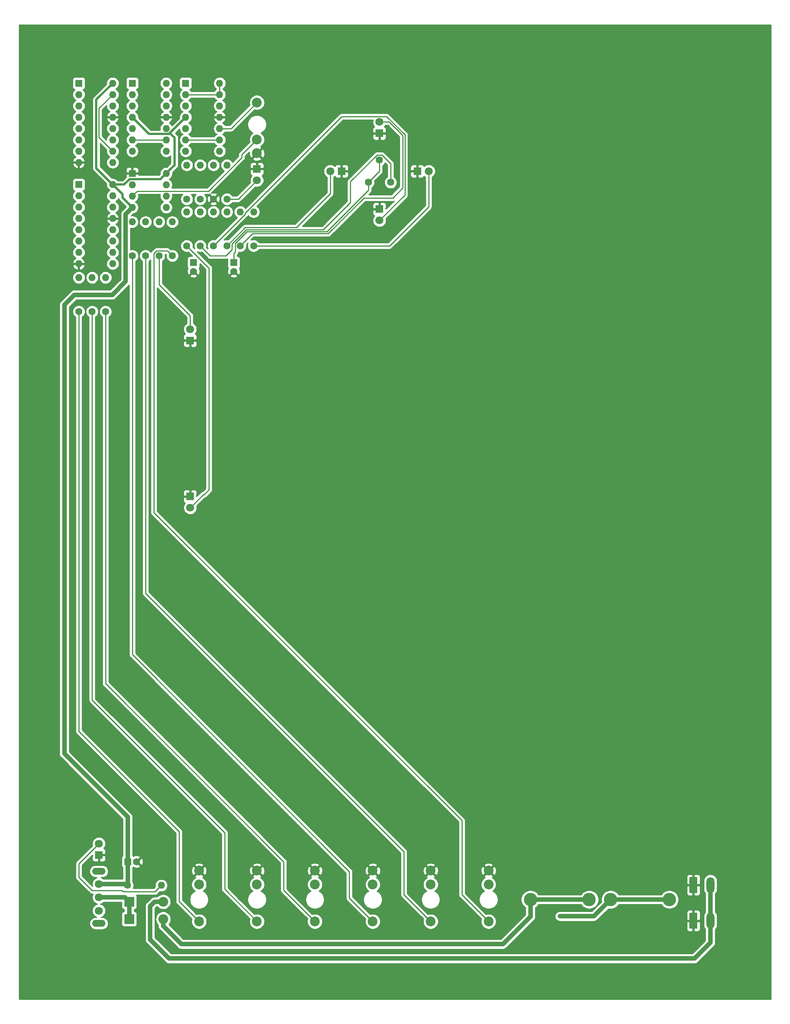
<source format=gbr>
G04 #@! TF.GenerationSoftware,KiCad,Pcbnew,(5.1.2-1)-1*
G04 #@! TF.CreationDate,2020-03-26T00:04:14-05:00*
G04 #@! TF.ProjectId,Knave+Death,4b6e6176-652b-4446-9561-74682e6b6963,rev?*
G04 #@! TF.SameCoordinates,Original*
G04 #@! TF.FileFunction,Copper,L2,Bot*
G04 #@! TF.FilePolarity,Positive*
%FSLAX46Y46*%
G04 Gerber Fmt 4.6, Leading zero omitted, Abs format (unit mm)*
G04 Created by KiCad (PCBNEW (5.1.2-1)-1) date 2020-03-26 00:04:14*
%MOMM*%
%LPD*%
G04 APERTURE LIST*
%ADD10C,1.600000*%
%ADD11R,1.600000X1.600000*%
%ADD12C,1.620000*%
%ADD13O,1.600000X1.600000*%
%ADD14C,3.000000*%
%ADD15R,1.800000X1.800000*%
%ADD16C,1.800000*%
%ADD17O,3.000000X1.500000*%
%ADD18R,2.200000X2.200000*%
%ADD19O,2.200000X2.200000*%
%ADD20C,2.200000*%
%ADD21C,0.100000*%
%ADD22O,1.800000X3.600000*%
%ADD23C,0.800000*%
%ADD24C,1.000000*%
%ADD25C,0.500000*%
%ADD26C,0.250000*%
%ADD27C,0.254000*%
G04 APERTURE END LIST*
D10*
X17000000Y-178500000D03*
D11*
X15000000Y-178500000D03*
D10*
X38800000Y-46000000D03*
D11*
X38800000Y-44000000D03*
D10*
X29750000Y-46000000D03*
D11*
X29750000Y-44000000D03*
D12*
X69000000Y-26000000D03*
X71500000Y-21000000D03*
X74000000Y-26000000D03*
D13*
X23620000Y-3750000D03*
X16000000Y-18990000D03*
X23620000Y-6290000D03*
X16000000Y-16450000D03*
X23620000Y-8830000D03*
X16000000Y-13910000D03*
X23620000Y-11370000D03*
X16000000Y-11370000D03*
X23620000Y-13910000D03*
X16000000Y-8830000D03*
X23620000Y-16450000D03*
X16000000Y-6290000D03*
X23620000Y-18990000D03*
D11*
X16000000Y-3750000D03*
D14*
X118600000Y-187000000D03*
X105400000Y-187000000D03*
X123400000Y-187000000D03*
X136600000Y-187000000D03*
D15*
X71500000Y-32000000D03*
D16*
X71500000Y-34540000D03*
X60460000Y-23500000D03*
D15*
X63000000Y-23500000D03*
X71500000Y-15000000D03*
D16*
X71500000Y-12460000D03*
D15*
X80000000Y-23500000D03*
D16*
X82540000Y-23500000D03*
D15*
X29000000Y-61500000D03*
D16*
X29000000Y-58960000D03*
X29000000Y-99040000D03*
D15*
X29000000Y-96500000D03*
D16*
X8500000Y-174460000D03*
D15*
X8500000Y-177000000D03*
D13*
X4000000Y-47380000D03*
D10*
X4000000Y-55000000D03*
X34250000Y-40250000D03*
D13*
X34250000Y-32630000D03*
X7000000Y-47380000D03*
D10*
X7000000Y-55000000D03*
X37250000Y-40250000D03*
D13*
X37250000Y-32630000D03*
D10*
X10000000Y-55000000D03*
D13*
X10000000Y-47380000D03*
X40250000Y-32630000D03*
D10*
X40250000Y-40250000D03*
D13*
X16000000Y-34880000D03*
D10*
X16000000Y-42500000D03*
X43250000Y-40250000D03*
D13*
X43250000Y-32630000D03*
D10*
X19000000Y-42500000D03*
D13*
X19000000Y-34880000D03*
X22000000Y-34880000D03*
D10*
X22000000Y-42500000D03*
D13*
X25000000Y-34880000D03*
D10*
X25000000Y-42500000D03*
X28250000Y-40250000D03*
D13*
X28250000Y-32630000D03*
D10*
X14895001Y-183825001D03*
D13*
X22515001Y-183825001D03*
X28250000Y-22130000D03*
D10*
X28250000Y-29750000D03*
D13*
X31250000Y-32630000D03*
D10*
X31250000Y-40250000D03*
D16*
X8500000Y-183500000D03*
X8500000Y-186500000D03*
X8500000Y-189500000D03*
D17*
X8500000Y-192350000D03*
X8500000Y-180650000D03*
D13*
X11620000Y-26500000D03*
X4000000Y-44280000D03*
X11620000Y-29040000D03*
X4000000Y-41740000D03*
X11620000Y-31580000D03*
X4000000Y-39200000D03*
X11620000Y-34120000D03*
X4000000Y-36660000D03*
X11620000Y-36660000D03*
X4000000Y-34120000D03*
X11620000Y-39200000D03*
X4000000Y-31580000D03*
X11620000Y-41740000D03*
X4000000Y-29040000D03*
X11620000Y-44280000D03*
D11*
X4000000Y-26500000D03*
X4000000Y-3750000D03*
D13*
X11620000Y-21530000D03*
X4000000Y-6290000D03*
X11620000Y-18990000D03*
X4000000Y-8830000D03*
X11620000Y-16450000D03*
X4000000Y-11370000D03*
X11620000Y-13910000D03*
X4000000Y-13910000D03*
X11620000Y-11370000D03*
X4000000Y-16450000D03*
X11620000Y-8830000D03*
X4000000Y-18990000D03*
X11620000Y-6290000D03*
X4000000Y-21530000D03*
X11620000Y-3750000D03*
D11*
X16000000Y-24000000D03*
D13*
X23620000Y-31620000D03*
X16000000Y-26540000D03*
X23620000Y-29080000D03*
X16000000Y-29080000D03*
X23620000Y-26540000D03*
X16000000Y-31620000D03*
X23620000Y-24000000D03*
D18*
X15325001Y-187500000D03*
D19*
X22945001Y-187500000D03*
X22945001Y-191375001D03*
D18*
X15325001Y-191375001D03*
D20*
X31000000Y-180520000D03*
X31000000Y-183620000D03*
X31000000Y-191920000D03*
X44000000Y-191920000D03*
X44000000Y-183620000D03*
X44000000Y-180520000D03*
X57000000Y-180520000D03*
X57000000Y-183620000D03*
X57000000Y-191920000D03*
X70000000Y-191920000D03*
X70000000Y-183620000D03*
X70000000Y-180520000D03*
X83000000Y-180520000D03*
X83000000Y-183620000D03*
X83000000Y-191920000D03*
X96000000Y-191920000D03*
X96000000Y-183620000D03*
X96000000Y-180520000D03*
D15*
X44000000Y-23000000D03*
D16*
X44000000Y-25540000D03*
D21*
G36*
X142674504Y-189951204D02*
G01*
X142698773Y-189954804D01*
X142722571Y-189960765D01*
X142745671Y-189969030D01*
X142767849Y-189979520D01*
X142788893Y-189992133D01*
X142808598Y-190006747D01*
X142826777Y-190023223D01*
X142843253Y-190041402D01*
X142857867Y-190061107D01*
X142870480Y-190082151D01*
X142880970Y-190104329D01*
X142889235Y-190127429D01*
X142895196Y-190151227D01*
X142898796Y-190175496D01*
X142900000Y-190200000D01*
X142900000Y-193300000D01*
X142898796Y-193324504D01*
X142895196Y-193348773D01*
X142889235Y-193372571D01*
X142880970Y-193395671D01*
X142870480Y-193417849D01*
X142857867Y-193438893D01*
X142843253Y-193458598D01*
X142826777Y-193476777D01*
X142808598Y-193493253D01*
X142788893Y-193507867D01*
X142767849Y-193520480D01*
X142745671Y-193530970D01*
X142722571Y-193539235D01*
X142698773Y-193545196D01*
X142674504Y-193548796D01*
X142650000Y-193550000D01*
X141350000Y-193550000D01*
X141325496Y-193548796D01*
X141301227Y-193545196D01*
X141277429Y-193539235D01*
X141254329Y-193530970D01*
X141232151Y-193520480D01*
X141211107Y-193507867D01*
X141191402Y-193493253D01*
X141173223Y-193476777D01*
X141156747Y-193458598D01*
X141142133Y-193438893D01*
X141129520Y-193417849D01*
X141119030Y-193395671D01*
X141110765Y-193372571D01*
X141104804Y-193348773D01*
X141101204Y-193324504D01*
X141100000Y-193300000D01*
X141100000Y-190200000D01*
X141101204Y-190175496D01*
X141104804Y-190151227D01*
X141110765Y-190127429D01*
X141119030Y-190104329D01*
X141129520Y-190082151D01*
X141142133Y-190061107D01*
X141156747Y-190041402D01*
X141173223Y-190023223D01*
X141191402Y-190006747D01*
X141211107Y-189992133D01*
X141232151Y-189979520D01*
X141254329Y-189969030D01*
X141277429Y-189960765D01*
X141301227Y-189954804D01*
X141325496Y-189951204D01*
X141350000Y-189950000D01*
X142650000Y-189950000D01*
X142674504Y-189951204D01*
X142674504Y-189951204D01*
G37*
D16*
X142000000Y-191750000D03*
D22*
X145810000Y-191750000D03*
D20*
X44000000Y-19480000D03*
X44000000Y-16380000D03*
X44000000Y-8080000D03*
D22*
X145810000Y-183750000D03*
D21*
G36*
X142674504Y-181951204D02*
G01*
X142698773Y-181954804D01*
X142722571Y-181960765D01*
X142745671Y-181969030D01*
X142767849Y-181979520D01*
X142788893Y-181992133D01*
X142808598Y-182006747D01*
X142826777Y-182023223D01*
X142843253Y-182041402D01*
X142857867Y-182061107D01*
X142870480Y-182082151D01*
X142880970Y-182104329D01*
X142889235Y-182127429D01*
X142895196Y-182151227D01*
X142898796Y-182175496D01*
X142900000Y-182200000D01*
X142900000Y-185300000D01*
X142898796Y-185324504D01*
X142895196Y-185348773D01*
X142889235Y-185372571D01*
X142880970Y-185395671D01*
X142870480Y-185417849D01*
X142857867Y-185438893D01*
X142843253Y-185458598D01*
X142826777Y-185476777D01*
X142808598Y-185493253D01*
X142788893Y-185507867D01*
X142767849Y-185520480D01*
X142745671Y-185530970D01*
X142722571Y-185539235D01*
X142698773Y-185545196D01*
X142674504Y-185548796D01*
X142650000Y-185550000D01*
X141350000Y-185550000D01*
X141325496Y-185548796D01*
X141301227Y-185545196D01*
X141277429Y-185539235D01*
X141254329Y-185530970D01*
X141232151Y-185520480D01*
X141211107Y-185507867D01*
X141191402Y-185493253D01*
X141173223Y-185476777D01*
X141156747Y-185458598D01*
X141142133Y-185438893D01*
X141129520Y-185417849D01*
X141119030Y-185395671D01*
X141110765Y-185372571D01*
X141104804Y-185348773D01*
X141101204Y-185324504D01*
X141100000Y-185300000D01*
X141100000Y-182200000D01*
X141101204Y-182175496D01*
X141104804Y-182151227D01*
X141110765Y-182127429D01*
X141119030Y-182104329D01*
X141129520Y-182082151D01*
X141142133Y-182061107D01*
X141156747Y-182041402D01*
X141173223Y-182023223D01*
X141191402Y-182006747D01*
X141211107Y-181992133D01*
X141232151Y-181979520D01*
X141254329Y-181969030D01*
X141277429Y-181960765D01*
X141301227Y-181954804D01*
X141325496Y-181951204D01*
X141350000Y-181950000D01*
X142650000Y-181950000D01*
X142674504Y-181951204D01*
X142674504Y-181951204D01*
G37*
D16*
X142000000Y-183750000D03*
D21*
G36*
X142674504Y-181951204D02*
G01*
X142698773Y-181954804D01*
X142722571Y-181960765D01*
X142745671Y-181969030D01*
X142767849Y-181979520D01*
X142788893Y-181992133D01*
X142808598Y-182006747D01*
X142826777Y-182023223D01*
X142843253Y-182041402D01*
X142857867Y-182061107D01*
X142870480Y-182082151D01*
X142880970Y-182104329D01*
X142889235Y-182127429D01*
X142895196Y-182151227D01*
X142898796Y-182175496D01*
X142900000Y-182200000D01*
X142900000Y-185300000D01*
X142898796Y-185324504D01*
X142895196Y-185348773D01*
X142889235Y-185372571D01*
X142880970Y-185395671D01*
X142870480Y-185417849D01*
X142857867Y-185438893D01*
X142843253Y-185458598D01*
X142826777Y-185476777D01*
X142808598Y-185493253D01*
X142788893Y-185507867D01*
X142767849Y-185520480D01*
X142745671Y-185530970D01*
X142722571Y-185539235D01*
X142698773Y-185545196D01*
X142674504Y-185548796D01*
X142650000Y-185550000D01*
X141350000Y-185550000D01*
X141325496Y-185548796D01*
X141301227Y-185545196D01*
X141277429Y-185539235D01*
X141254329Y-185530970D01*
X141232151Y-185520480D01*
X141211107Y-185507867D01*
X141191402Y-185493253D01*
X141173223Y-185476777D01*
X141156747Y-185458598D01*
X141142133Y-185438893D01*
X141129520Y-185417849D01*
X141119030Y-185395671D01*
X141110765Y-185372571D01*
X141104804Y-185348773D01*
X141101204Y-185324504D01*
X141100000Y-185300000D01*
X141100000Y-182200000D01*
X141101204Y-182175496D01*
X141104804Y-182151227D01*
X141110765Y-182127429D01*
X141119030Y-182104329D01*
X141129520Y-182082151D01*
X141142133Y-182061107D01*
X141156747Y-182041402D01*
X141173223Y-182023223D01*
X141191402Y-182006747D01*
X141211107Y-181992133D01*
X141232151Y-181979520D01*
X141254329Y-181969030D01*
X141277429Y-181960765D01*
X141301227Y-181954804D01*
X141325496Y-181951204D01*
X141350000Y-181950000D01*
X142650000Y-181950000D01*
X142674504Y-181951204D01*
X142674504Y-181951204D01*
G37*
D16*
X142000000Y-183750000D03*
D22*
X145810000Y-183750000D03*
X145810000Y-191750000D03*
D21*
G36*
X142674504Y-189951204D02*
G01*
X142698773Y-189954804D01*
X142722571Y-189960765D01*
X142745671Y-189969030D01*
X142767849Y-189979520D01*
X142788893Y-189992133D01*
X142808598Y-190006747D01*
X142826777Y-190023223D01*
X142843253Y-190041402D01*
X142857867Y-190061107D01*
X142870480Y-190082151D01*
X142880970Y-190104329D01*
X142889235Y-190127429D01*
X142895196Y-190151227D01*
X142898796Y-190175496D01*
X142900000Y-190200000D01*
X142900000Y-193300000D01*
X142898796Y-193324504D01*
X142895196Y-193348773D01*
X142889235Y-193372571D01*
X142880970Y-193395671D01*
X142870480Y-193417849D01*
X142857867Y-193438893D01*
X142843253Y-193458598D01*
X142826777Y-193476777D01*
X142808598Y-193493253D01*
X142788893Y-193507867D01*
X142767849Y-193520480D01*
X142745671Y-193530970D01*
X142722571Y-193539235D01*
X142698773Y-193545196D01*
X142674504Y-193548796D01*
X142650000Y-193550000D01*
X141350000Y-193550000D01*
X141325496Y-193548796D01*
X141301227Y-193545196D01*
X141277429Y-193539235D01*
X141254329Y-193530970D01*
X141232151Y-193520480D01*
X141211107Y-193507867D01*
X141191402Y-193493253D01*
X141173223Y-193476777D01*
X141156747Y-193458598D01*
X141142133Y-193438893D01*
X141129520Y-193417849D01*
X141119030Y-193395671D01*
X141110765Y-193372571D01*
X141104804Y-193348773D01*
X141101204Y-193324504D01*
X141100000Y-193300000D01*
X141100000Y-190200000D01*
X141101204Y-190175496D01*
X141104804Y-190151227D01*
X141110765Y-190127429D01*
X141119030Y-190104329D01*
X141129520Y-190082151D01*
X141142133Y-190061107D01*
X141156747Y-190041402D01*
X141173223Y-190023223D01*
X141191402Y-190006747D01*
X141211107Y-189992133D01*
X141232151Y-189979520D01*
X141254329Y-189969030D01*
X141277429Y-189960765D01*
X141301227Y-189954804D01*
X141325496Y-189951204D01*
X141350000Y-189950000D01*
X142650000Y-189950000D01*
X142674504Y-189951204D01*
X142674504Y-189951204D01*
G37*
D16*
X142000000Y-191750000D03*
D10*
X37250000Y-29750000D03*
D13*
X37250000Y-22130000D03*
D10*
X31250000Y-29750000D03*
D13*
X31250000Y-22130000D03*
X34250000Y-22130000D03*
D10*
X34250000Y-29750000D03*
D11*
X28000000Y-3750000D03*
D13*
X35620000Y-18990000D03*
X28000000Y-6290000D03*
X35620000Y-16450000D03*
X28000000Y-8830000D03*
X35620000Y-13910000D03*
X28000000Y-11370000D03*
X35620000Y-11370000D03*
X28000000Y-13910000D03*
X35620000Y-8830000D03*
X28000000Y-16450000D03*
X35620000Y-6290000D03*
X28000000Y-18990000D03*
X35620000Y-3750000D03*
D23*
X112000000Y-190750000D03*
D24*
X107521320Y-187000000D02*
X118600000Y-187000000D01*
X105400000Y-187000000D02*
X107521320Y-187000000D01*
X105400000Y-190850000D02*
X105400000Y-187000000D01*
X99250000Y-197000000D02*
X105400000Y-190850000D01*
X27014366Y-197000000D02*
X99250000Y-197000000D01*
X22945001Y-192930635D02*
X27014366Y-197000000D01*
X22945001Y-191375001D02*
X22945001Y-192930635D01*
X119650000Y-190750000D02*
X123400000Y-187000000D01*
X112000000Y-190750000D02*
X119650000Y-190750000D01*
X123400000Y-187000000D02*
X136600000Y-187000000D01*
X14570000Y-183500000D02*
X14895001Y-183825001D01*
X8500000Y-183500000D02*
X14570000Y-183500000D01*
X15000000Y-183720002D02*
X14895001Y-183825001D01*
X15000000Y-178500000D02*
X15000000Y-183720002D01*
X15000000Y-168500000D02*
X15000000Y-178500000D01*
X750000Y-154250000D02*
X15000000Y-168500000D01*
X750000Y-53500000D02*
X750000Y-154250000D01*
X11500000Y-51250000D02*
X3000000Y-51250000D01*
X16000000Y-31620000D02*
X14499999Y-33120001D01*
X14500000Y-48250000D02*
X11500000Y-51250000D01*
X3000000Y-51250000D02*
X750000Y-53500000D01*
X14499999Y-33120001D02*
X14500000Y-48250000D01*
D25*
X16799999Y-12169999D02*
X16000000Y-11370000D01*
X19790001Y-15160001D02*
X16799999Y-12169999D01*
X24209999Y-15160001D02*
X19790001Y-15160001D01*
X10820001Y-25700001D02*
X11620000Y-26500000D01*
X7924992Y-22804992D02*
X10820001Y-25700001D01*
X7924992Y-7445008D02*
X7924992Y-22804992D01*
X11620000Y-3750000D02*
X7924992Y-7445008D01*
X16000000Y-31620000D02*
X13800000Y-29420000D01*
X13800000Y-28680000D02*
X11620000Y-26500000D01*
X13800000Y-29420000D02*
X13800000Y-28680000D01*
X22820001Y-24799999D02*
X23620000Y-24000000D01*
X22369999Y-25250001D02*
X22820001Y-24799999D01*
X15439997Y-25250001D02*
X22369999Y-25250001D01*
X14189998Y-26500000D02*
X15439997Y-25250001D01*
X11620000Y-26500000D02*
X14189998Y-26500000D01*
X24419999Y-23200001D02*
X23620000Y-24000000D01*
X25500000Y-16000000D02*
X25500000Y-22120000D01*
X24435000Y-14935000D02*
X25500000Y-16000000D01*
X25500000Y-22120000D02*
X24419999Y-23200001D01*
X28000000Y-11370000D02*
X24435000Y-14935000D01*
X24435000Y-14935000D02*
X24209999Y-15160001D01*
D26*
X38800000Y-41949998D02*
X39124999Y-41624999D01*
X39124999Y-39709999D02*
X41785008Y-37049990D01*
X38800000Y-44400000D02*
X38800000Y-41949998D01*
X39124999Y-41624999D02*
X39124999Y-39709999D01*
X41785008Y-37049990D02*
X59700010Y-37049990D01*
X69000000Y-26000000D02*
X71500000Y-23500000D01*
X59700010Y-37049990D02*
X69000000Y-27750000D01*
X69000000Y-27750000D02*
X69000000Y-26000000D01*
X71500000Y-23500000D02*
X71500000Y-21000000D01*
X35049999Y-39450001D02*
X34250000Y-40250000D01*
X41375001Y-32874999D02*
X41375001Y-33124999D01*
X71500000Y-34540000D02*
X77200010Y-28839990D01*
X77200009Y-15313599D02*
X73121409Y-11234999D01*
X41375001Y-33124999D02*
X35049999Y-39450001D01*
X63015001Y-11234999D02*
X41375001Y-32874999D01*
X73121409Y-11234999D02*
X63015001Y-11234999D01*
X77200010Y-28839990D02*
X77200009Y-15313599D01*
X52850028Y-36149972D02*
X60460000Y-28540000D01*
X41350028Y-36149972D02*
X52850028Y-36149972D01*
X60460000Y-27710000D02*
X60460000Y-23500000D01*
X60460000Y-28540000D02*
X60460000Y-27710000D01*
X37250000Y-40250000D02*
X41350028Y-36149972D01*
X43000000Y-37500000D02*
X40250000Y-40250000D01*
X60000000Y-37500000D02*
X43000000Y-37500000D01*
X76750000Y-27250000D02*
X74500000Y-29500000D01*
X76750000Y-15500000D02*
X76750000Y-27250000D01*
X68000000Y-29500000D02*
X60000000Y-37500000D01*
X73710000Y-12460000D02*
X76750000Y-15500000D01*
X74500000Y-29500000D02*
X68000000Y-29500000D01*
X71500000Y-12460000D02*
X73710000Y-12460000D01*
X82540000Y-25313002D02*
X82500000Y-25353002D01*
X82540000Y-23500000D02*
X82540000Y-25313002D01*
X82540000Y-23500000D02*
X82540000Y-31460000D01*
X73750000Y-40250000D02*
X43250000Y-40250000D01*
X82540000Y-31460000D02*
X73750000Y-40250000D01*
X22000000Y-48960000D02*
X29000000Y-55960000D01*
X22000000Y-42500000D02*
X22000000Y-48960000D01*
X29000000Y-58960000D02*
X29000000Y-56000000D01*
X33250000Y-95000000D02*
X32210000Y-96040000D01*
X33250000Y-45250000D02*
X33250000Y-95000000D01*
X28250000Y-40250000D02*
X33250000Y-45250000D01*
X32000000Y-96040000D02*
X32210000Y-96040000D01*
X29000000Y-99040000D02*
X32000000Y-96040000D01*
X21090002Y-185250000D02*
X22515001Y-183825001D01*
X14000000Y-185250000D02*
X21090002Y-185250000D01*
X8500000Y-174460000D02*
X4000000Y-178960000D01*
X7000000Y-185000000D02*
X13750000Y-185000000D01*
X13750000Y-185000000D02*
X14000000Y-185250000D01*
X4000000Y-182000000D02*
X7000000Y-185000000D01*
X4000000Y-178960000D02*
X4000000Y-182000000D01*
D24*
X15325001Y-191375001D02*
X15325001Y-187500000D01*
X14325001Y-186500000D02*
X15325001Y-187500000D01*
X8500000Y-186500000D02*
X14325001Y-186500000D01*
X145810000Y-183750000D02*
X145810000Y-191750000D01*
X145810000Y-191750000D02*
X145810000Y-196690000D01*
X145810000Y-196690000D02*
X142250000Y-200250000D01*
X142250000Y-200250000D02*
X24250000Y-200250000D01*
X24250000Y-200250000D02*
X20000000Y-196000000D01*
X20000000Y-196000000D02*
X20000000Y-188500000D01*
X21000000Y-187500000D02*
X22945001Y-187500000D01*
X20000000Y-188500000D02*
X21000000Y-187500000D01*
D26*
X4000000Y-55000000D02*
X4000000Y-149250000D01*
X4000000Y-149250000D02*
X26500000Y-171750000D01*
X26500000Y-187420000D02*
X31000000Y-191920000D01*
X26500000Y-171750000D02*
X26500000Y-187420000D01*
X7000000Y-55000000D02*
X7000000Y-142250000D01*
X7000000Y-142250000D02*
X36750000Y-172000000D01*
X36750000Y-184670000D02*
X44000000Y-191920000D01*
X36750000Y-172000000D02*
X36750000Y-184670000D01*
X10000000Y-55000000D02*
X10000000Y-138500000D01*
X10000000Y-138500000D02*
X50000000Y-178500000D01*
X50000000Y-184920000D02*
X57000000Y-191920000D01*
X50000000Y-178500000D02*
X50000000Y-184920000D01*
X16000000Y-42500000D02*
X16000000Y-132000000D01*
X16000000Y-132000000D02*
X64750000Y-180750000D01*
X64750000Y-186670000D02*
X70000000Y-191920000D01*
X64750000Y-180750000D02*
X64750000Y-186670000D01*
X19000000Y-42500000D02*
X19000000Y-118250000D01*
X19000000Y-118250000D02*
X77000000Y-176250000D01*
X77000000Y-185920000D02*
X83000000Y-191920000D01*
X77000000Y-176250000D02*
X77000000Y-185920000D01*
X20874999Y-41959999D02*
X20874999Y-100124999D01*
X21459999Y-41374999D02*
X20874999Y-41959999D01*
X23874999Y-41374999D02*
X21459999Y-41374999D01*
X25000000Y-42500000D02*
X23874999Y-41374999D01*
X20874999Y-100124999D02*
X90000000Y-169250000D01*
X90000000Y-185920000D02*
X96000000Y-191920000D01*
X90000000Y-169250000D02*
X90000000Y-185920000D01*
X11620000Y-6290000D02*
X8500000Y-9410000D01*
X8500000Y-15870000D02*
X11620000Y-18990000D01*
X8500000Y-9410000D02*
X8500000Y-15870000D01*
X33500000Y-42500000D02*
X31250000Y-40250000D01*
X37000000Y-42500000D02*
X33500000Y-42500000D01*
X70955199Y-19864999D02*
X65000000Y-25820198D01*
X38375001Y-41124999D02*
X37000000Y-42500000D01*
X74000000Y-26000000D02*
X74000000Y-21820198D01*
X41598607Y-36599981D02*
X38375001Y-39823587D01*
X65000000Y-25820198D02*
X65000000Y-30500000D01*
X58900020Y-36599980D02*
X41598607Y-36599981D01*
X72044801Y-19864999D02*
X70955199Y-19864999D01*
X38375001Y-39823587D02*
X38375001Y-41124999D01*
X65000000Y-30500000D02*
X58900020Y-36599980D01*
X74000000Y-21820198D02*
X72044801Y-19864999D01*
X39790000Y-29750000D02*
X44000000Y-25540000D01*
X37250000Y-29750000D02*
X39790000Y-29750000D01*
X44000000Y-16380000D02*
X40600000Y-19780000D01*
X17125001Y-27954999D02*
X16799999Y-28280001D01*
X16799999Y-28280001D02*
X16000000Y-29080000D01*
X33090003Y-27954999D02*
X17125001Y-27954999D01*
X40600000Y-20445002D02*
X33090003Y-27954999D01*
X40600000Y-19780000D02*
X40600000Y-20445002D01*
X38170000Y-13910000D02*
X44000000Y-8080000D01*
X35620000Y-13910000D02*
X38170000Y-13910000D01*
X16000000Y-16450000D02*
X23620000Y-16450000D01*
X28000000Y-6290000D02*
X35620000Y-6290000D01*
X35620000Y-6290000D02*
X35620000Y-3750000D01*
X29131370Y-16450000D02*
X35620000Y-16450000D01*
X28000000Y-16450000D02*
X29131370Y-16450000D01*
D27*
G36*
X159340000Y-209340000D02*
G01*
X-9340000Y-209340000D01*
X-9340000Y-53500000D01*
X-390491Y-53500000D01*
X-385000Y-53555751D01*
X-384999Y-154194238D01*
X-390491Y-154250000D01*
X-368577Y-154472498D01*
X-303676Y-154686446D01*
X-303675Y-154686447D01*
X-198283Y-154883623D01*
X-56448Y-155056449D01*
X-13140Y-155091991D01*
X13865000Y-168970132D01*
X13865001Y-177159043D01*
X13845506Y-177169463D01*
X13748815Y-177248815D01*
X13669463Y-177345506D01*
X13610498Y-177455820D01*
X13574188Y-177575518D01*
X13561928Y-177700000D01*
X13561928Y-179300000D01*
X13574188Y-179424482D01*
X13610498Y-179544180D01*
X13669463Y-179654494D01*
X13748815Y-179751185D01*
X13845506Y-179830537D01*
X13865000Y-179840957D01*
X13865001Y-182365000D01*
X9535817Y-182365000D01*
X9478505Y-182307688D01*
X9227095Y-182139701D01*
X8974326Y-182035000D01*
X9318037Y-182035000D01*
X9521507Y-182014960D01*
X9782581Y-181935764D01*
X10023188Y-181807157D01*
X10234081Y-181634081D01*
X10407157Y-181423188D01*
X10535764Y-181182581D01*
X10614960Y-180921507D01*
X10641701Y-180650000D01*
X10614960Y-180378493D01*
X10535764Y-180117419D01*
X10407157Y-179876812D01*
X10234081Y-179665919D01*
X10023188Y-179492843D01*
X9782581Y-179364236D01*
X9521507Y-179285040D01*
X9318037Y-179265000D01*
X7681963Y-179265000D01*
X7478493Y-179285040D01*
X7217419Y-179364236D01*
X6976812Y-179492843D01*
X6765919Y-179665919D01*
X6592843Y-179876812D01*
X6464236Y-180117419D01*
X6385040Y-180378493D01*
X6358299Y-180650000D01*
X6385040Y-180921507D01*
X6464236Y-181182581D01*
X6592843Y-181423188D01*
X6765919Y-181634081D01*
X6976812Y-181807157D01*
X7217419Y-181935764D01*
X7478493Y-182014960D01*
X7681963Y-182035000D01*
X8025674Y-182035000D01*
X7772905Y-182139701D01*
X7521495Y-182307688D01*
X7307688Y-182521495D01*
X7139701Y-182772905D01*
X7023989Y-183052257D01*
X6965000Y-183348816D01*
X6965000Y-183651184D01*
X7023989Y-183947743D01*
X7025010Y-183950208D01*
X4760000Y-181685199D01*
X4760000Y-179274801D01*
X6965000Y-177069802D01*
X6965000Y-177127002D01*
X7123748Y-177127002D01*
X6965000Y-177285750D01*
X6961928Y-177900000D01*
X6974188Y-178024482D01*
X7010498Y-178144180D01*
X7069463Y-178254494D01*
X7148815Y-178351185D01*
X7245506Y-178430537D01*
X7355820Y-178489502D01*
X7475518Y-178525812D01*
X7600000Y-178538072D01*
X8214250Y-178535000D01*
X8373000Y-178376250D01*
X8373000Y-177127000D01*
X8627000Y-177127000D01*
X8627000Y-178376250D01*
X8785750Y-178535000D01*
X9400000Y-178538072D01*
X9524482Y-178525812D01*
X9644180Y-178489502D01*
X9754494Y-178430537D01*
X9851185Y-178351185D01*
X9930537Y-178254494D01*
X9989502Y-178144180D01*
X10025812Y-178024482D01*
X10038072Y-177900000D01*
X10035000Y-177285750D01*
X9876250Y-177127000D01*
X8627000Y-177127000D01*
X8373000Y-177127000D01*
X8353000Y-177127000D01*
X8353000Y-176873000D01*
X8373000Y-176873000D01*
X8373000Y-176853000D01*
X8627000Y-176853000D01*
X8627000Y-176873000D01*
X9876250Y-176873000D01*
X10035000Y-176714250D01*
X10038072Y-176100000D01*
X10025812Y-175975518D01*
X9989502Y-175855820D01*
X9930537Y-175745506D01*
X9851185Y-175648815D01*
X9754494Y-175569463D01*
X9644180Y-175510498D01*
X9625873Y-175504944D01*
X9692312Y-175438505D01*
X9860299Y-175187095D01*
X9976011Y-174907743D01*
X10035000Y-174611184D01*
X10035000Y-174308816D01*
X9976011Y-174012257D01*
X9860299Y-173732905D01*
X9692312Y-173481495D01*
X9478505Y-173267688D01*
X9227095Y-173099701D01*
X8947743Y-172983989D01*
X8651184Y-172925000D01*
X8348816Y-172925000D01*
X8052257Y-172983989D01*
X7772905Y-173099701D01*
X7521495Y-173267688D01*
X7307688Y-173481495D01*
X7139701Y-173732905D01*
X7023989Y-174012257D01*
X6965000Y-174308816D01*
X6965000Y-174611184D01*
X7016269Y-174868930D01*
X3489003Y-178396196D01*
X3459999Y-178419999D01*
X3424983Y-178462667D01*
X3365026Y-178535724D01*
X3304486Y-178648985D01*
X3294454Y-178667754D01*
X3250997Y-178811015D01*
X3240000Y-178922668D01*
X3240000Y-178922678D01*
X3236324Y-178960000D01*
X3240000Y-178997323D01*
X3240001Y-181962668D01*
X3236324Y-182000000D01*
X3240001Y-182037333D01*
X3250084Y-182139701D01*
X3250998Y-182148985D01*
X3294454Y-182292246D01*
X3365026Y-182424276D01*
X3436201Y-182511002D01*
X3460000Y-182540001D01*
X3488998Y-182563799D01*
X6436200Y-185511002D01*
X6459999Y-185540001D01*
X6575724Y-185634974D01*
X6707753Y-185705546D01*
X6851014Y-185749003D01*
X6962667Y-185760000D01*
X6962675Y-185760000D01*
X7000000Y-185763676D01*
X7037325Y-185760000D01*
X7148324Y-185760000D01*
X7139701Y-185772905D01*
X7023989Y-186052257D01*
X6965000Y-186348816D01*
X6965000Y-186651184D01*
X7023989Y-186947743D01*
X7139701Y-187227095D01*
X7307688Y-187478505D01*
X7521495Y-187692312D01*
X7772905Y-187860299D01*
X8052257Y-187976011D01*
X8172858Y-188000000D01*
X8052257Y-188023989D01*
X7772905Y-188139701D01*
X7521495Y-188307688D01*
X7307688Y-188521495D01*
X7139701Y-188772905D01*
X7023989Y-189052257D01*
X6965000Y-189348816D01*
X6965000Y-189651184D01*
X7023989Y-189947743D01*
X7139701Y-190227095D01*
X7307688Y-190478505D01*
X7521495Y-190692312D01*
X7772905Y-190860299D01*
X8025674Y-190965000D01*
X7681963Y-190965000D01*
X7478493Y-190985040D01*
X7217419Y-191064236D01*
X6976812Y-191192843D01*
X6765919Y-191365919D01*
X6592843Y-191576812D01*
X6464236Y-191817419D01*
X6385040Y-192078493D01*
X6358299Y-192350000D01*
X6385040Y-192621507D01*
X6464236Y-192882581D01*
X6592843Y-193123188D01*
X6765919Y-193334081D01*
X6976812Y-193507157D01*
X7217419Y-193635764D01*
X7478493Y-193714960D01*
X7681963Y-193735000D01*
X9318037Y-193735000D01*
X9521507Y-193714960D01*
X9782581Y-193635764D01*
X10023188Y-193507157D01*
X10234081Y-193334081D01*
X10407157Y-193123188D01*
X10535764Y-192882581D01*
X10614960Y-192621507D01*
X10641701Y-192350000D01*
X10614960Y-192078493D01*
X10535764Y-191817419D01*
X10407157Y-191576812D01*
X10234081Y-191365919D01*
X10023188Y-191192843D01*
X9782581Y-191064236D01*
X9521507Y-190985040D01*
X9318037Y-190965000D01*
X8974326Y-190965000D01*
X9227095Y-190860299D01*
X9478505Y-190692312D01*
X9692312Y-190478505D01*
X9860299Y-190227095D01*
X9976011Y-189947743D01*
X10035000Y-189651184D01*
X10035000Y-189348816D01*
X9976011Y-189052257D01*
X9860299Y-188772905D01*
X9692312Y-188521495D01*
X9478505Y-188307688D01*
X9227095Y-188139701D01*
X8947743Y-188023989D01*
X8827142Y-188000000D01*
X8947743Y-187976011D01*
X9227095Y-187860299D01*
X9478505Y-187692312D01*
X9535817Y-187635000D01*
X13586929Y-187635000D01*
X13586929Y-188600000D01*
X13599189Y-188724482D01*
X13635499Y-188844180D01*
X13694464Y-188954494D01*
X13773816Y-189051185D01*
X13870507Y-189130537D01*
X13980821Y-189189502D01*
X14100519Y-189225812D01*
X14190002Y-189234625D01*
X14190001Y-189640376D01*
X14100519Y-189649189D01*
X13980821Y-189685499D01*
X13870507Y-189744464D01*
X13773816Y-189823816D01*
X13694464Y-189920507D01*
X13635499Y-190030821D01*
X13599189Y-190150519D01*
X13586929Y-190275001D01*
X13586929Y-192475001D01*
X13599189Y-192599483D01*
X13635499Y-192719181D01*
X13694464Y-192829495D01*
X13773816Y-192926186D01*
X13870507Y-193005538D01*
X13980821Y-193064503D01*
X14100519Y-193100813D01*
X14225001Y-193113073D01*
X16425001Y-193113073D01*
X16549483Y-193100813D01*
X16669181Y-193064503D01*
X16779495Y-193005538D01*
X16876186Y-192926186D01*
X16955538Y-192829495D01*
X17014503Y-192719181D01*
X17050813Y-192599483D01*
X17063073Y-192475001D01*
X17063073Y-190275001D01*
X17050813Y-190150519D01*
X17014503Y-190030821D01*
X16955538Y-189920507D01*
X16876186Y-189823816D01*
X16779495Y-189744464D01*
X16669181Y-189685499D01*
X16549483Y-189649189D01*
X16460001Y-189640376D01*
X16460001Y-189234625D01*
X16549483Y-189225812D01*
X16669181Y-189189502D01*
X16779495Y-189130537D01*
X16876186Y-189051185D01*
X16955538Y-188954494D01*
X17014503Y-188844180D01*
X17050813Y-188724482D01*
X17063073Y-188600000D01*
X17063073Y-188500000D01*
X18859509Y-188500000D01*
X18865001Y-188555761D01*
X18865000Y-195944248D01*
X18859509Y-196000000D01*
X18865000Y-196055751D01*
X18881423Y-196222498D01*
X18946324Y-196436446D01*
X19051716Y-196633623D01*
X19193551Y-196806449D01*
X19236865Y-196841996D01*
X23408013Y-201013146D01*
X23443551Y-201056449D01*
X23486854Y-201091987D01*
X23486856Y-201091989D01*
X23616377Y-201198284D01*
X23813553Y-201303676D01*
X24027501Y-201368577D01*
X24250000Y-201390491D01*
X24305752Y-201385000D01*
X142194249Y-201385000D01*
X142250000Y-201390491D01*
X142305751Y-201385000D01*
X142305752Y-201385000D01*
X142472499Y-201368577D01*
X142686447Y-201303676D01*
X142883623Y-201198284D01*
X143056449Y-201056449D01*
X143091996Y-201013135D01*
X146573141Y-197531991D01*
X146616449Y-197496449D01*
X146758284Y-197323623D01*
X146863676Y-197126447D01*
X146928577Y-196912499D01*
X146945000Y-196745752D01*
X146945000Y-196745743D01*
X146950490Y-196690001D01*
X146945000Y-196634259D01*
X146945000Y-193686634D01*
X147092481Y-193506927D01*
X147235017Y-193240261D01*
X147322790Y-192950913D01*
X147345000Y-192725408D01*
X147345000Y-190774592D01*
X147322790Y-190549087D01*
X147235017Y-190259739D01*
X147092481Y-189993073D01*
X146945000Y-189813366D01*
X146945000Y-185686634D01*
X147092481Y-185506927D01*
X147235017Y-185240261D01*
X147322790Y-184950913D01*
X147345000Y-184725408D01*
X147345000Y-182774592D01*
X147322790Y-182549087D01*
X147235017Y-182259739D01*
X147092481Y-181993073D01*
X146900661Y-181759339D01*
X146666926Y-181567519D01*
X146400260Y-181424983D01*
X146110912Y-181337210D01*
X145810000Y-181307573D01*
X145509087Y-181337210D01*
X145219739Y-181424983D01*
X144953073Y-181567519D01*
X144719339Y-181759339D01*
X144527519Y-181993074D01*
X144384983Y-182259740D01*
X144297210Y-182549088D01*
X144275000Y-182774593D01*
X144275000Y-184725408D01*
X144297211Y-184950913D01*
X144384984Y-185240261D01*
X144527520Y-185506927D01*
X144675000Y-185686633D01*
X144675001Y-189813366D01*
X144527519Y-189993074D01*
X144384983Y-190259740D01*
X144297210Y-190549088D01*
X144275000Y-190774593D01*
X144275000Y-192725408D01*
X144297211Y-192950913D01*
X144384984Y-193240261D01*
X144527520Y-193506927D01*
X144675000Y-193686633D01*
X144675001Y-196219867D01*
X141779869Y-199115000D01*
X24720133Y-199115000D01*
X21135000Y-195529869D01*
X21135000Y-191375001D01*
X21201607Y-191375001D01*
X21235106Y-191715120D01*
X21334315Y-192042169D01*
X21495422Y-192343579D01*
X21712235Y-192607767D01*
X21810001Y-192688001D01*
X21810001Y-192874884D01*
X21804510Y-192930635D01*
X21826424Y-193153133D01*
X21891325Y-193367081D01*
X21891326Y-193367082D01*
X21996718Y-193564258D01*
X22138553Y-193737084D01*
X22181861Y-193772626D01*
X26172375Y-197763141D01*
X26207917Y-197806449D01*
X26380743Y-197948284D01*
X26577919Y-198053676D01*
X26742071Y-198103471D01*
X26791866Y-198118577D01*
X26812859Y-198120644D01*
X26958614Y-198135000D01*
X26958621Y-198135000D01*
X27014365Y-198140490D01*
X27070109Y-198135000D01*
X99194249Y-198135000D01*
X99250000Y-198140491D01*
X99305751Y-198135000D01*
X99305752Y-198135000D01*
X99472499Y-198118577D01*
X99686447Y-198053676D01*
X99883623Y-197948284D01*
X100056449Y-197806449D01*
X100091996Y-197763135D01*
X104305131Y-193550000D01*
X140461928Y-193550000D01*
X140474188Y-193674482D01*
X140510498Y-193794180D01*
X140569463Y-193904494D01*
X140648815Y-194001185D01*
X140745506Y-194080537D01*
X140855820Y-194139502D01*
X140975518Y-194175812D01*
X141100000Y-194188072D01*
X141714250Y-194185000D01*
X141873000Y-194026250D01*
X141873000Y-191877000D01*
X142127000Y-191877000D01*
X142127000Y-194026250D01*
X142285750Y-194185000D01*
X142900000Y-194188072D01*
X143024482Y-194175812D01*
X143144180Y-194139502D01*
X143254494Y-194080537D01*
X143351185Y-194001185D01*
X143430537Y-193904494D01*
X143489502Y-193794180D01*
X143525812Y-193674482D01*
X143538072Y-193550000D01*
X143535000Y-192035750D01*
X143376250Y-191877000D01*
X142127000Y-191877000D01*
X141873000Y-191877000D01*
X140623750Y-191877000D01*
X140465000Y-192035750D01*
X140461928Y-193550000D01*
X104305131Y-193550000D01*
X106163141Y-191691991D01*
X106206449Y-191656449D01*
X106348284Y-191483623D01*
X106453676Y-191286447D01*
X106518577Y-191072499D01*
X106535000Y-190905752D01*
X106535000Y-190905743D01*
X106540490Y-190850001D01*
X106535000Y-190794259D01*
X106535000Y-190750000D01*
X110859509Y-190750000D01*
X110881423Y-190972499D01*
X110946324Y-191186447D01*
X111051716Y-191383623D01*
X111193551Y-191556449D01*
X111366377Y-191698284D01*
X111563553Y-191803676D01*
X111777501Y-191868577D01*
X111944248Y-191885000D01*
X119594249Y-191885000D01*
X119650000Y-191890491D01*
X119705751Y-191885000D01*
X119705752Y-191885000D01*
X119872499Y-191868577D01*
X120086447Y-191803676D01*
X120283623Y-191698284D01*
X120456449Y-191556449D01*
X120491996Y-191513135D01*
X122055131Y-189950000D01*
X140461928Y-189950000D01*
X140465000Y-191464250D01*
X140623750Y-191623000D01*
X141873000Y-191623000D01*
X141873000Y-189473750D01*
X142127000Y-189473750D01*
X142127000Y-191623000D01*
X143376250Y-191623000D01*
X143535000Y-191464250D01*
X143538072Y-189950000D01*
X143525812Y-189825518D01*
X143489502Y-189705820D01*
X143430537Y-189595506D01*
X143351185Y-189498815D01*
X143254494Y-189419463D01*
X143144180Y-189360498D01*
X143024482Y-189324188D01*
X142900000Y-189311928D01*
X142285750Y-189315000D01*
X142127000Y-189473750D01*
X141873000Y-189473750D01*
X141714250Y-189315000D01*
X141100000Y-189311928D01*
X140975518Y-189324188D01*
X140855820Y-189360498D01*
X140745506Y-189419463D01*
X140648815Y-189498815D01*
X140569463Y-189595506D01*
X140510498Y-189705820D01*
X140474188Y-189825518D01*
X140461928Y-189950000D01*
X122055131Y-189950000D01*
X122923155Y-189081977D01*
X123189721Y-189135000D01*
X123610279Y-189135000D01*
X124022756Y-189052953D01*
X124411302Y-188892012D01*
X124760983Y-188658363D01*
X125058363Y-188360983D01*
X125209360Y-188135000D01*
X134790640Y-188135000D01*
X134941637Y-188360983D01*
X135239017Y-188658363D01*
X135588698Y-188892012D01*
X135977244Y-189052953D01*
X136389721Y-189135000D01*
X136810279Y-189135000D01*
X137222756Y-189052953D01*
X137611302Y-188892012D01*
X137960983Y-188658363D01*
X138258363Y-188360983D01*
X138492012Y-188011302D01*
X138652953Y-187622756D01*
X138735000Y-187210279D01*
X138735000Y-186789721D01*
X138652953Y-186377244D01*
X138492012Y-185988698D01*
X138258363Y-185639017D01*
X138169346Y-185550000D01*
X140461928Y-185550000D01*
X140474188Y-185674482D01*
X140510498Y-185794180D01*
X140569463Y-185904494D01*
X140648815Y-186001185D01*
X140745506Y-186080537D01*
X140855820Y-186139502D01*
X140975518Y-186175812D01*
X141100000Y-186188072D01*
X141714250Y-186185000D01*
X141873000Y-186026250D01*
X141873000Y-183877000D01*
X142127000Y-183877000D01*
X142127000Y-186026250D01*
X142285750Y-186185000D01*
X142900000Y-186188072D01*
X143024482Y-186175812D01*
X143144180Y-186139502D01*
X143254494Y-186080537D01*
X143351185Y-186001185D01*
X143430537Y-185904494D01*
X143489502Y-185794180D01*
X143525812Y-185674482D01*
X143538072Y-185550000D01*
X143535000Y-184035750D01*
X143376250Y-183877000D01*
X142127000Y-183877000D01*
X141873000Y-183877000D01*
X140623750Y-183877000D01*
X140465000Y-184035750D01*
X140461928Y-185550000D01*
X138169346Y-185550000D01*
X137960983Y-185341637D01*
X137611302Y-185107988D01*
X137222756Y-184947047D01*
X136810279Y-184865000D01*
X136389721Y-184865000D01*
X135977244Y-184947047D01*
X135588698Y-185107988D01*
X135239017Y-185341637D01*
X134941637Y-185639017D01*
X134790640Y-185865000D01*
X125209360Y-185865000D01*
X125058363Y-185639017D01*
X124760983Y-185341637D01*
X124411302Y-185107988D01*
X124022756Y-184947047D01*
X123610279Y-184865000D01*
X123189721Y-184865000D01*
X122777244Y-184947047D01*
X122388698Y-185107988D01*
X122039017Y-185341637D01*
X121741637Y-185639017D01*
X121507988Y-185988698D01*
X121347047Y-186377244D01*
X121265000Y-186789721D01*
X121265000Y-187210279D01*
X121318023Y-187476845D01*
X119179869Y-189615000D01*
X111944248Y-189615000D01*
X111777501Y-189631423D01*
X111563553Y-189696324D01*
X111366377Y-189801716D01*
X111193551Y-189943551D01*
X111051716Y-190116377D01*
X110946324Y-190313553D01*
X110881423Y-190527501D01*
X110859509Y-190750000D01*
X106535000Y-190750000D01*
X106535000Y-188809360D01*
X106760983Y-188658363D01*
X107058363Y-188360983D01*
X107209360Y-188135000D01*
X116790640Y-188135000D01*
X116941637Y-188360983D01*
X117239017Y-188658363D01*
X117588698Y-188892012D01*
X117977244Y-189052953D01*
X118389721Y-189135000D01*
X118810279Y-189135000D01*
X119222756Y-189052953D01*
X119611302Y-188892012D01*
X119960983Y-188658363D01*
X120258363Y-188360983D01*
X120492012Y-188011302D01*
X120652953Y-187622756D01*
X120735000Y-187210279D01*
X120735000Y-186789721D01*
X120652953Y-186377244D01*
X120492012Y-185988698D01*
X120258363Y-185639017D01*
X119960983Y-185341637D01*
X119611302Y-185107988D01*
X119222756Y-184947047D01*
X118810279Y-184865000D01*
X118389721Y-184865000D01*
X117977244Y-184947047D01*
X117588698Y-185107988D01*
X117239017Y-185341637D01*
X116941637Y-185639017D01*
X116790640Y-185865000D01*
X107209360Y-185865000D01*
X107058363Y-185639017D01*
X106760983Y-185341637D01*
X106411302Y-185107988D01*
X106022756Y-184947047D01*
X105610279Y-184865000D01*
X105189721Y-184865000D01*
X104777244Y-184947047D01*
X104388698Y-185107988D01*
X104039017Y-185341637D01*
X103741637Y-185639017D01*
X103507988Y-185988698D01*
X103347047Y-186377244D01*
X103265000Y-186789721D01*
X103265000Y-187210279D01*
X103347047Y-187622756D01*
X103507988Y-188011302D01*
X103741637Y-188360983D01*
X104039017Y-188658363D01*
X104265001Y-188809360D01*
X104265000Y-190379868D01*
X98779869Y-195865000D01*
X27484498Y-195865000D01*
X24200078Y-192580581D01*
X24394580Y-192343579D01*
X24555687Y-192042169D01*
X24654896Y-191715120D01*
X24688395Y-191375001D01*
X24654896Y-191034882D01*
X24555687Y-190707833D01*
X24394580Y-190406423D01*
X24177767Y-190142235D01*
X23913579Y-189925422D01*
X23612169Y-189764315D01*
X23285120Y-189665106D01*
X23030226Y-189640001D01*
X22859776Y-189640001D01*
X22604882Y-189665106D01*
X22277833Y-189764315D01*
X21976423Y-189925422D01*
X21712235Y-190142235D01*
X21495422Y-190406423D01*
X21334315Y-190707833D01*
X21235106Y-191034882D01*
X21201607Y-191375001D01*
X21135000Y-191375001D01*
X21135000Y-188970132D01*
X21470132Y-188635000D01*
X21632001Y-188635000D01*
X21712235Y-188732766D01*
X21976423Y-188949579D01*
X22277833Y-189110686D01*
X22604882Y-189209895D01*
X22859776Y-189235000D01*
X23030226Y-189235000D01*
X23285120Y-189209895D01*
X23612169Y-189110686D01*
X23913579Y-188949579D01*
X24177767Y-188732766D01*
X24394580Y-188468578D01*
X24555687Y-188167168D01*
X24654896Y-187840119D01*
X24688395Y-187500000D01*
X24654896Y-187159881D01*
X24555687Y-186832832D01*
X24394580Y-186531422D01*
X24177767Y-186267234D01*
X23913579Y-186050421D01*
X23612169Y-185889314D01*
X23285120Y-185790105D01*
X23030226Y-185765000D01*
X22859776Y-185765000D01*
X22604882Y-185790105D01*
X22277833Y-185889314D01*
X21976423Y-186050421D01*
X21712235Y-186267234D01*
X21632001Y-186365000D01*
X21055752Y-186365000D01*
X21000000Y-186359509D01*
X20944248Y-186365000D01*
X20814753Y-186377754D01*
X20777501Y-186381423D01*
X20563553Y-186446324D01*
X20366377Y-186551716D01*
X20236856Y-186658011D01*
X20236854Y-186658013D01*
X20193551Y-186693551D01*
X20158013Y-186736855D01*
X19236859Y-187658009D01*
X19193552Y-187693551D01*
X19051717Y-187866377D01*
X19014264Y-187936447D01*
X18946324Y-188063554D01*
X18881423Y-188277502D01*
X18859509Y-188500000D01*
X17063073Y-188500000D01*
X17063073Y-186400000D01*
X17050813Y-186275518D01*
X17014503Y-186155820D01*
X16955538Y-186045506D01*
X16926399Y-186010000D01*
X21052680Y-186010000D01*
X21090002Y-186013676D01*
X21127324Y-186010000D01*
X21127335Y-186010000D01*
X21238988Y-185999003D01*
X21382249Y-185955546D01*
X21514278Y-185884974D01*
X21630003Y-185790001D01*
X21653806Y-185760997D01*
X22189095Y-185225709D01*
X22233692Y-185239237D01*
X22444509Y-185260001D01*
X22585493Y-185260001D01*
X22796310Y-185239237D01*
X23066809Y-185157183D01*
X23316102Y-185023933D01*
X23534609Y-184844609D01*
X23713933Y-184626102D01*
X23847183Y-184376809D01*
X23929237Y-184106310D01*
X23956944Y-183825001D01*
X23929237Y-183543692D01*
X23847183Y-183273193D01*
X23713933Y-183023900D01*
X23534609Y-182805393D01*
X23316102Y-182626069D01*
X23066809Y-182492819D01*
X22796310Y-182410765D01*
X22585493Y-182390001D01*
X22444509Y-182390001D01*
X22233692Y-182410765D01*
X21963193Y-182492819D01*
X21713900Y-182626069D01*
X21495393Y-182805393D01*
X21316069Y-183023900D01*
X21182819Y-183273193D01*
X21100765Y-183543692D01*
X21073058Y-183825001D01*
X21100765Y-184106310D01*
X21114293Y-184150907D01*
X20775201Y-184490000D01*
X16172782Y-184490000D01*
X16274854Y-184243575D01*
X16330001Y-183966336D01*
X16330001Y-183683666D01*
X16274854Y-183406427D01*
X16166681Y-183145274D01*
X16135000Y-183097860D01*
X16135000Y-179840957D01*
X16154494Y-179830537D01*
X16251185Y-179751185D01*
X16261807Y-179738242D01*
X16513996Y-179857571D01*
X16788184Y-179926300D01*
X17070512Y-179940217D01*
X17350130Y-179898787D01*
X17616292Y-179803603D01*
X17741514Y-179736671D01*
X17813097Y-179492702D01*
X17000000Y-178679605D01*
X16985858Y-178693748D01*
X16806253Y-178514143D01*
X16820395Y-178500000D01*
X17179605Y-178500000D01*
X17992702Y-179313097D01*
X18236671Y-179241514D01*
X18357571Y-178986004D01*
X18426300Y-178711816D01*
X18440217Y-178429488D01*
X18398787Y-178149870D01*
X18303603Y-177883708D01*
X18236671Y-177758486D01*
X17992702Y-177686903D01*
X17179605Y-178500000D01*
X16820395Y-178500000D01*
X16806253Y-178485858D01*
X16985858Y-178306253D01*
X17000000Y-178320395D01*
X17813097Y-177507298D01*
X17741514Y-177263329D01*
X17486004Y-177142429D01*
X17211816Y-177073700D01*
X16929488Y-177059783D01*
X16649870Y-177101213D01*
X16383708Y-177196397D01*
X16261691Y-177261616D01*
X16251185Y-177248815D01*
X16154494Y-177169463D01*
X16135000Y-177159043D01*
X16135000Y-168555741D01*
X16140490Y-168499999D01*
X16135000Y-168444257D01*
X16135000Y-168444248D01*
X16118577Y-168277501D01*
X16053676Y-168063553D01*
X15948284Y-167866377D01*
X15806449Y-167693551D01*
X15763141Y-167658009D01*
X1885000Y-153779869D01*
X1885000Y-54858665D01*
X2565000Y-54858665D01*
X2565000Y-55141335D01*
X2620147Y-55418574D01*
X2728320Y-55679727D01*
X2885363Y-55914759D01*
X3085241Y-56114637D01*
X3240000Y-56218043D01*
X3240001Y-149212667D01*
X3236324Y-149250000D01*
X3250998Y-149398985D01*
X3294454Y-149542246D01*
X3365026Y-149674276D01*
X3436201Y-149761002D01*
X3460000Y-149790001D01*
X3488998Y-149813799D01*
X25740000Y-172064802D01*
X25740001Y-187382667D01*
X25736324Y-187420000D01*
X25750998Y-187568985D01*
X25794454Y-187712246D01*
X25865026Y-187844276D01*
X25936201Y-187931002D01*
X25960000Y-187960001D01*
X25988998Y-187983799D01*
X29357286Y-191352088D01*
X29331675Y-191413919D01*
X29265000Y-191749117D01*
X29265000Y-192090883D01*
X29331675Y-192426081D01*
X29462463Y-192741831D01*
X29652337Y-193025998D01*
X29894002Y-193267663D01*
X30178169Y-193457537D01*
X30493919Y-193588325D01*
X30829117Y-193655000D01*
X31170883Y-193655000D01*
X31506081Y-193588325D01*
X31821831Y-193457537D01*
X32105998Y-193267663D01*
X32347663Y-193025998D01*
X32537537Y-192741831D01*
X32668325Y-192426081D01*
X32735000Y-192090883D01*
X32735000Y-191749117D01*
X32668325Y-191413919D01*
X32537537Y-191098169D01*
X32347663Y-190814002D01*
X32105998Y-190572337D01*
X31821831Y-190382463D01*
X31506081Y-190251675D01*
X31170883Y-190185000D01*
X30829117Y-190185000D01*
X30493919Y-190251675D01*
X30432088Y-190277286D01*
X27260000Y-187105199D01*
X27260000Y-186789721D01*
X28865000Y-186789721D01*
X28865000Y-187210279D01*
X28947047Y-187622756D01*
X29107988Y-188011302D01*
X29341637Y-188360983D01*
X29639017Y-188658363D01*
X29988698Y-188892012D01*
X30377244Y-189052953D01*
X30789721Y-189135000D01*
X31210279Y-189135000D01*
X31622756Y-189052953D01*
X32011302Y-188892012D01*
X32360983Y-188658363D01*
X32658363Y-188360983D01*
X32892012Y-188011302D01*
X33052953Y-187622756D01*
X33135000Y-187210279D01*
X33135000Y-186789721D01*
X33052953Y-186377244D01*
X32892012Y-185988698D01*
X32658363Y-185639017D01*
X32360983Y-185341637D01*
X32011302Y-185107988D01*
X31940116Y-185078502D01*
X32105998Y-184967663D01*
X32347663Y-184725998D01*
X32537537Y-184441831D01*
X32668325Y-184126081D01*
X32735000Y-183790883D01*
X32735000Y-183449117D01*
X32668325Y-183113919D01*
X32537537Y-182798169D01*
X32347663Y-182514002D01*
X32105998Y-182272337D01*
X31821831Y-182082463D01*
X31791221Y-182069784D01*
X31919274Y-182001338D01*
X32027107Y-181726712D01*
X31000000Y-180699605D01*
X29972893Y-181726712D01*
X30080726Y-182001338D01*
X30214785Y-182067296D01*
X30178169Y-182082463D01*
X29894002Y-182272337D01*
X29652337Y-182514002D01*
X29462463Y-182798169D01*
X29331675Y-183113919D01*
X29265000Y-183449117D01*
X29265000Y-183790883D01*
X29331675Y-184126081D01*
X29462463Y-184441831D01*
X29652337Y-184725998D01*
X29894002Y-184967663D01*
X30059884Y-185078502D01*
X29988698Y-185107988D01*
X29639017Y-185341637D01*
X29341637Y-185639017D01*
X29107988Y-185988698D01*
X28947047Y-186377244D01*
X28865000Y-186789721D01*
X27260000Y-186789721D01*
X27260000Y-180578639D01*
X29257591Y-180578639D01*
X29302511Y-180917439D01*
X29412664Y-181240966D01*
X29518662Y-181439274D01*
X29793288Y-181547107D01*
X30820395Y-180520000D01*
X31179605Y-180520000D01*
X32206712Y-181547107D01*
X32481338Y-181439274D01*
X32632216Y-181132616D01*
X32720369Y-180802415D01*
X32742409Y-180461361D01*
X32697489Y-180122561D01*
X32587336Y-179799034D01*
X32481338Y-179600726D01*
X32206712Y-179492893D01*
X31179605Y-180520000D01*
X30820395Y-180520000D01*
X29793288Y-179492893D01*
X29518662Y-179600726D01*
X29367784Y-179907384D01*
X29279631Y-180237585D01*
X29257591Y-180578639D01*
X27260000Y-180578639D01*
X27260000Y-179313288D01*
X29972893Y-179313288D01*
X31000000Y-180340395D01*
X32027107Y-179313288D01*
X31919274Y-179038662D01*
X31612616Y-178887784D01*
X31282415Y-178799631D01*
X30941361Y-178777591D01*
X30602561Y-178822511D01*
X30279034Y-178932664D01*
X30080726Y-179038662D01*
X29972893Y-179313288D01*
X27260000Y-179313288D01*
X27260000Y-171787322D01*
X27263676Y-171749999D01*
X27260000Y-171712676D01*
X27260000Y-171712667D01*
X27249003Y-171601014D01*
X27205546Y-171457753D01*
X27134975Y-171325725D01*
X27134974Y-171325723D01*
X27063799Y-171238997D01*
X27040001Y-171209999D01*
X27011004Y-171186202D01*
X4760000Y-148935199D01*
X4760000Y-56218043D01*
X4914759Y-56114637D01*
X5114637Y-55914759D01*
X5271680Y-55679727D01*
X5379853Y-55418574D01*
X5435000Y-55141335D01*
X5435000Y-54858665D01*
X5565000Y-54858665D01*
X5565000Y-55141335D01*
X5620147Y-55418574D01*
X5728320Y-55679727D01*
X5885363Y-55914759D01*
X6085241Y-56114637D01*
X6240000Y-56218043D01*
X6240001Y-142212667D01*
X6236324Y-142250000D01*
X6250998Y-142398985D01*
X6294454Y-142542246D01*
X6365026Y-142674276D01*
X6436201Y-142761002D01*
X6460000Y-142790001D01*
X6488998Y-142813799D01*
X35990000Y-172314803D01*
X35990001Y-184632668D01*
X35986324Y-184670000D01*
X35990001Y-184707333D01*
X36000998Y-184818986D01*
X36008771Y-184844609D01*
X36044454Y-184962246D01*
X36115026Y-185094276D01*
X36152306Y-185139701D01*
X36210000Y-185210001D01*
X36238998Y-185233799D01*
X42357286Y-191352088D01*
X42331675Y-191413919D01*
X42265000Y-191749117D01*
X42265000Y-192090883D01*
X42331675Y-192426081D01*
X42462463Y-192741831D01*
X42652337Y-193025998D01*
X42894002Y-193267663D01*
X43178169Y-193457537D01*
X43493919Y-193588325D01*
X43829117Y-193655000D01*
X44170883Y-193655000D01*
X44506081Y-193588325D01*
X44821831Y-193457537D01*
X45105998Y-193267663D01*
X45347663Y-193025998D01*
X45537537Y-192741831D01*
X45668325Y-192426081D01*
X45735000Y-192090883D01*
X45735000Y-191749117D01*
X45668325Y-191413919D01*
X45537537Y-191098169D01*
X45347663Y-190814002D01*
X45105998Y-190572337D01*
X44821831Y-190382463D01*
X44506081Y-190251675D01*
X44170883Y-190185000D01*
X43829117Y-190185000D01*
X43493919Y-190251675D01*
X43432088Y-190277286D01*
X39944523Y-186789721D01*
X41865000Y-186789721D01*
X41865000Y-187210279D01*
X41947047Y-187622756D01*
X42107988Y-188011302D01*
X42341637Y-188360983D01*
X42639017Y-188658363D01*
X42988698Y-188892012D01*
X43377244Y-189052953D01*
X43789721Y-189135000D01*
X44210279Y-189135000D01*
X44622756Y-189052953D01*
X45011302Y-188892012D01*
X45360983Y-188658363D01*
X45658363Y-188360983D01*
X45892012Y-188011302D01*
X46052953Y-187622756D01*
X46135000Y-187210279D01*
X46135000Y-186789721D01*
X46052953Y-186377244D01*
X45892012Y-185988698D01*
X45658363Y-185639017D01*
X45360983Y-185341637D01*
X45011302Y-185107988D01*
X44940116Y-185078502D01*
X45105998Y-184967663D01*
X45347663Y-184725998D01*
X45537537Y-184441831D01*
X45668325Y-184126081D01*
X45735000Y-183790883D01*
X45735000Y-183449117D01*
X45668325Y-183113919D01*
X45537537Y-182798169D01*
X45347663Y-182514002D01*
X45105998Y-182272337D01*
X44821831Y-182082463D01*
X44791221Y-182069784D01*
X44919274Y-182001338D01*
X45027107Y-181726712D01*
X44000000Y-180699605D01*
X42972893Y-181726712D01*
X43080726Y-182001338D01*
X43214785Y-182067296D01*
X43178169Y-182082463D01*
X42894002Y-182272337D01*
X42652337Y-182514002D01*
X42462463Y-182798169D01*
X42331675Y-183113919D01*
X42265000Y-183449117D01*
X42265000Y-183790883D01*
X42331675Y-184126081D01*
X42462463Y-184441831D01*
X42652337Y-184725998D01*
X42894002Y-184967663D01*
X43059884Y-185078502D01*
X42988698Y-185107988D01*
X42639017Y-185341637D01*
X42341637Y-185639017D01*
X42107988Y-185988698D01*
X41947047Y-186377244D01*
X41865000Y-186789721D01*
X39944523Y-186789721D01*
X37510000Y-184355199D01*
X37510000Y-180578639D01*
X42257591Y-180578639D01*
X42302511Y-180917439D01*
X42412664Y-181240966D01*
X42518662Y-181439274D01*
X42793288Y-181547107D01*
X43820395Y-180520000D01*
X44179605Y-180520000D01*
X45206712Y-181547107D01*
X45481338Y-181439274D01*
X45632216Y-181132616D01*
X45720369Y-180802415D01*
X45742409Y-180461361D01*
X45697489Y-180122561D01*
X45587336Y-179799034D01*
X45481338Y-179600726D01*
X45206712Y-179492893D01*
X44179605Y-180520000D01*
X43820395Y-180520000D01*
X42793288Y-179492893D01*
X42518662Y-179600726D01*
X42367784Y-179907384D01*
X42279631Y-180237585D01*
X42257591Y-180578639D01*
X37510000Y-180578639D01*
X37510000Y-179313288D01*
X42972893Y-179313288D01*
X44000000Y-180340395D01*
X45027107Y-179313288D01*
X44919274Y-179038662D01*
X44612616Y-178887784D01*
X44282415Y-178799631D01*
X43941361Y-178777591D01*
X43602561Y-178822511D01*
X43279034Y-178932664D01*
X43080726Y-179038662D01*
X42972893Y-179313288D01*
X37510000Y-179313288D01*
X37510000Y-172037322D01*
X37513676Y-171999999D01*
X37510000Y-171962676D01*
X37510000Y-171962667D01*
X37499003Y-171851014D01*
X37455546Y-171707753D01*
X37384974Y-171575724D01*
X37371811Y-171559685D01*
X37313799Y-171488996D01*
X37313795Y-171488992D01*
X37290001Y-171459999D01*
X37261010Y-171436207D01*
X7760000Y-141935199D01*
X7760000Y-56218043D01*
X7914759Y-56114637D01*
X8114637Y-55914759D01*
X8271680Y-55679727D01*
X8379853Y-55418574D01*
X8435000Y-55141335D01*
X8435000Y-54858665D01*
X8565000Y-54858665D01*
X8565000Y-55141335D01*
X8620147Y-55418574D01*
X8728320Y-55679727D01*
X8885363Y-55914759D01*
X9085241Y-56114637D01*
X9240000Y-56218043D01*
X9240001Y-138462667D01*
X9236324Y-138500000D01*
X9250998Y-138648985D01*
X9294454Y-138792246D01*
X9365026Y-138924276D01*
X9436201Y-139011002D01*
X9460000Y-139040001D01*
X9488998Y-139063799D01*
X49240000Y-178814803D01*
X49240001Y-184882668D01*
X49236324Y-184920000D01*
X49240001Y-184957333D01*
X49240043Y-184957754D01*
X49250998Y-185068985D01*
X49294454Y-185212246D01*
X49365026Y-185344276D01*
X49409925Y-185398985D01*
X49460000Y-185460001D01*
X49488998Y-185483799D01*
X55357286Y-191352088D01*
X55331675Y-191413919D01*
X55265000Y-191749117D01*
X55265000Y-192090883D01*
X55331675Y-192426081D01*
X55462463Y-192741831D01*
X55652337Y-193025998D01*
X55894002Y-193267663D01*
X56178169Y-193457537D01*
X56493919Y-193588325D01*
X56829117Y-193655000D01*
X57170883Y-193655000D01*
X57506081Y-193588325D01*
X57821831Y-193457537D01*
X58105998Y-193267663D01*
X58347663Y-193025998D01*
X58537537Y-192741831D01*
X58668325Y-192426081D01*
X58735000Y-192090883D01*
X58735000Y-191749117D01*
X58668325Y-191413919D01*
X58537537Y-191098169D01*
X58347663Y-190814002D01*
X58105998Y-190572337D01*
X57821831Y-190382463D01*
X57506081Y-190251675D01*
X57170883Y-190185000D01*
X56829117Y-190185000D01*
X56493919Y-190251675D01*
X56432088Y-190277286D01*
X52944523Y-186789721D01*
X54865000Y-186789721D01*
X54865000Y-187210279D01*
X54947047Y-187622756D01*
X55107988Y-188011302D01*
X55341637Y-188360983D01*
X55639017Y-188658363D01*
X55988698Y-188892012D01*
X56377244Y-189052953D01*
X56789721Y-189135000D01*
X57210279Y-189135000D01*
X57622756Y-189052953D01*
X58011302Y-188892012D01*
X58360983Y-188658363D01*
X58658363Y-188360983D01*
X58892012Y-188011302D01*
X59052953Y-187622756D01*
X59135000Y-187210279D01*
X59135000Y-186789721D01*
X59052953Y-186377244D01*
X58892012Y-185988698D01*
X58658363Y-185639017D01*
X58360983Y-185341637D01*
X58011302Y-185107988D01*
X57940116Y-185078502D01*
X58105998Y-184967663D01*
X58347663Y-184725998D01*
X58537537Y-184441831D01*
X58668325Y-184126081D01*
X58735000Y-183790883D01*
X58735000Y-183449117D01*
X58668325Y-183113919D01*
X58537537Y-182798169D01*
X58347663Y-182514002D01*
X58105998Y-182272337D01*
X57821831Y-182082463D01*
X57791221Y-182069784D01*
X57919274Y-182001338D01*
X58027107Y-181726712D01*
X57000000Y-180699605D01*
X55972893Y-181726712D01*
X56080726Y-182001338D01*
X56214785Y-182067296D01*
X56178169Y-182082463D01*
X55894002Y-182272337D01*
X55652337Y-182514002D01*
X55462463Y-182798169D01*
X55331675Y-183113919D01*
X55265000Y-183449117D01*
X55265000Y-183790883D01*
X55331675Y-184126081D01*
X55462463Y-184441831D01*
X55652337Y-184725998D01*
X55894002Y-184967663D01*
X56059884Y-185078502D01*
X55988698Y-185107988D01*
X55639017Y-185341637D01*
X55341637Y-185639017D01*
X55107988Y-185988698D01*
X54947047Y-186377244D01*
X54865000Y-186789721D01*
X52944523Y-186789721D01*
X50760000Y-184605199D01*
X50760000Y-180578639D01*
X55257591Y-180578639D01*
X55302511Y-180917439D01*
X55412664Y-181240966D01*
X55518662Y-181439274D01*
X55793288Y-181547107D01*
X56820395Y-180520000D01*
X57179605Y-180520000D01*
X58206712Y-181547107D01*
X58481338Y-181439274D01*
X58632216Y-181132616D01*
X58720369Y-180802415D01*
X58742409Y-180461361D01*
X58697489Y-180122561D01*
X58587336Y-179799034D01*
X58481338Y-179600726D01*
X58206712Y-179492893D01*
X57179605Y-180520000D01*
X56820395Y-180520000D01*
X55793288Y-179492893D01*
X55518662Y-179600726D01*
X55367784Y-179907384D01*
X55279631Y-180237585D01*
X55257591Y-180578639D01*
X50760000Y-180578639D01*
X50760000Y-179313288D01*
X55972893Y-179313288D01*
X57000000Y-180340395D01*
X58027107Y-179313288D01*
X57919274Y-179038662D01*
X57612616Y-178887784D01*
X57282415Y-178799631D01*
X56941361Y-178777591D01*
X56602561Y-178822511D01*
X56279034Y-178932664D01*
X56080726Y-179038662D01*
X55972893Y-179313288D01*
X50760000Y-179313288D01*
X50760000Y-178537322D01*
X50763676Y-178499999D01*
X50760000Y-178462676D01*
X50760000Y-178462667D01*
X50749003Y-178351014D01*
X50705546Y-178207753D01*
X50634974Y-178075724D01*
X50592921Y-178024482D01*
X50563799Y-177988996D01*
X50563795Y-177988992D01*
X50540001Y-177959999D01*
X50511010Y-177936207D01*
X10760000Y-138185199D01*
X10760000Y-56218043D01*
X10914759Y-56114637D01*
X11114637Y-55914759D01*
X11271680Y-55679727D01*
X11379853Y-55418574D01*
X11435000Y-55141335D01*
X11435000Y-54858665D01*
X11379853Y-54581426D01*
X11271680Y-54320273D01*
X11114637Y-54085241D01*
X10914759Y-53885363D01*
X10679727Y-53728320D01*
X10418574Y-53620147D01*
X10141335Y-53565000D01*
X9858665Y-53565000D01*
X9581426Y-53620147D01*
X9320273Y-53728320D01*
X9085241Y-53885363D01*
X8885363Y-54085241D01*
X8728320Y-54320273D01*
X8620147Y-54581426D01*
X8565000Y-54858665D01*
X8435000Y-54858665D01*
X8379853Y-54581426D01*
X8271680Y-54320273D01*
X8114637Y-54085241D01*
X7914759Y-53885363D01*
X7679727Y-53728320D01*
X7418574Y-53620147D01*
X7141335Y-53565000D01*
X6858665Y-53565000D01*
X6581426Y-53620147D01*
X6320273Y-53728320D01*
X6085241Y-53885363D01*
X5885363Y-54085241D01*
X5728320Y-54320273D01*
X5620147Y-54581426D01*
X5565000Y-54858665D01*
X5435000Y-54858665D01*
X5379853Y-54581426D01*
X5271680Y-54320273D01*
X5114637Y-54085241D01*
X4914759Y-53885363D01*
X4679727Y-53728320D01*
X4418574Y-53620147D01*
X4141335Y-53565000D01*
X3858665Y-53565000D01*
X3581426Y-53620147D01*
X3320273Y-53728320D01*
X3085241Y-53885363D01*
X2885363Y-54085241D01*
X2728320Y-54320273D01*
X2620147Y-54581426D01*
X2565000Y-54858665D01*
X1885000Y-54858665D01*
X1885000Y-53970131D01*
X3470133Y-52385000D01*
X11444249Y-52385000D01*
X11500000Y-52390491D01*
X11555751Y-52385000D01*
X11555752Y-52385000D01*
X11722499Y-52368577D01*
X11936447Y-52303676D01*
X12133623Y-52198284D01*
X12306449Y-52056449D01*
X12341996Y-52013135D01*
X15240000Y-49115133D01*
X15240001Y-131962667D01*
X15236324Y-132000000D01*
X15250998Y-132148985D01*
X15294454Y-132292246D01*
X15365026Y-132424276D01*
X15436201Y-132511002D01*
X15460000Y-132540001D01*
X15488998Y-132563799D01*
X63990000Y-181064802D01*
X63990001Y-186632668D01*
X63986324Y-186670000D01*
X64000998Y-186818985D01*
X64044454Y-186962246D01*
X64115026Y-187094276D01*
X64186201Y-187181002D01*
X64210000Y-187210001D01*
X64238998Y-187233799D01*
X68357286Y-191352088D01*
X68331675Y-191413919D01*
X68265000Y-191749117D01*
X68265000Y-192090883D01*
X68331675Y-192426081D01*
X68462463Y-192741831D01*
X68652337Y-193025998D01*
X68894002Y-193267663D01*
X69178169Y-193457537D01*
X69493919Y-193588325D01*
X69829117Y-193655000D01*
X70170883Y-193655000D01*
X70506081Y-193588325D01*
X70821831Y-193457537D01*
X71105998Y-193267663D01*
X71347663Y-193025998D01*
X71537537Y-192741831D01*
X71668325Y-192426081D01*
X71735000Y-192090883D01*
X71735000Y-191749117D01*
X71668325Y-191413919D01*
X71537537Y-191098169D01*
X71347663Y-190814002D01*
X71105998Y-190572337D01*
X70821831Y-190382463D01*
X70506081Y-190251675D01*
X70170883Y-190185000D01*
X69829117Y-190185000D01*
X69493919Y-190251675D01*
X69432088Y-190277286D01*
X65944523Y-186789721D01*
X67865000Y-186789721D01*
X67865000Y-187210279D01*
X67947047Y-187622756D01*
X68107988Y-188011302D01*
X68341637Y-188360983D01*
X68639017Y-188658363D01*
X68988698Y-188892012D01*
X69377244Y-189052953D01*
X69789721Y-189135000D01*
X70210279Y-189135000D01*
X70622756Y-189052953D01*
X71011302Y-188892012D01*
X71360983Y-188658363D01*
X71658363Y-188360983D01*
X71892012Y-188011302D01*
X72052953Y-187622756D01*
X72135000Y-187210279D01*
X72135000Y-186789721D01*
X72052953Y-186377244D01*
X71892012Y-185988698D01*
X71658363Y-185639017D01*
X71360983Y-185341637D01*
X71011302Y-185107988D01*
X70940116Y-185078502D01*
X71105998Y-184967663D01*
X71347663Y-184725998D01*
X71537537Y-184441831D01*
X71668325Y-184126081D01*
X71735000Y-183790883D01*
X71735000Y-183449117D01*
X71668325Y-183113919D01*
X71537537Y-182798169D01*
X71347663Y-182514002D01*
X71105998Y-182272337D01*
X70821831Y-182082463D01*
X70791221Y-182069784D01*
X70919274Y-182001338D01*
X71027107Y-181726712D01*
X70000000Y-180699605D01*
X68972893Y-181726712D01*
X69080726Y-182001338D01*
X69214785Y-182067296D01*
X69178169Y-182082463D01*
X68894002Y-182272337D01*
X68652337Y-182514002D01*
X68462463Y-182798169D01*
X68331675Y-183113919D01*
X68265000Y-183449117D01*
X68265000Y-183790883D01*
X68331675Y-184126081D01*
X68462463Y-184441831D01*
X68652337Y-184725998D01*
X68894002Y-184967663D01*
X69059884Y-185078502D01*
X68988698Y-185107988D01*
X68639017Y-185341637D01*
X68341637Y-185639017D01*
X68107988Y-185988698D01*
X67947047Y-186377244D01*
X67865000Y-186789721D01*
X65944523Y-186789721D01*
X65510000Y-186355199D01*
X65510000Y-180787322D01*
X65513676Y-180749999D01*
X65510000Y-180712676D01*
X65510000Y-180712667D01*
X65499003Y-180601014D01*
X65492216Y-180578639D01*
X68257591Y-180578639D01*
X68302511Y-180917439D01*
X68412664Y-181240966D01*
X68518662Y-181439274D01*
X68793288Y-181547107D01*
X69820395Y-180520000D01*
X70179605Y-180520000D01*
X71206712Y-181547107D01*
X71481338Y-181439274D01*
X71632216Y-181132616D01*
X71720369Y-180802415D01*
X71742409Y-180461361D01*
X71697489Y-180122561D01*
X71587336Y-179799034D01*
X71481338Y-179600726D01*
X71206712Y-179492893D01*
X70179605Y-180520000D01*
X69820395Y-180520000D01*
X68793288Y-179492893D01*
X68518662Y-179600726D01*
X68367784Y-179907384D01*
X68279631Y-180237585D01*
X68257591Y-180578639D01*
X65492216Y-180578639D01*
X65455546Y-180457753D01*
X65384974Y-180325724D01*
X65290001Y-180209999D01*
X65261004Y-180186202D01*
X64388090Y-179313288D01*
X68972893Y-179313288D01*
X70000000Y-180340395D01*
X71027107Y-179313288D01*
X70919274Y-179038662D01*
X70612616Y-178887784D01*
X70282415Y-178799631D01*
X69941361Y-178777591D01*
X69602561Y-178822511D01*
X69279034Y-178932664D01*
X69080726Y-179038662D01*
X68972893Y-179313288D01*
X64388090Y-179313288D01*
X16760000Y-131685199D01*
X16760000Y-43718043D01*
X16914759Y-43614637D01*
X17114637Y-43414759D01*
X17271680Y-43179727D01*
X17379853Y-42918574D01*
X17435000Y-42641335D01*
X17435000Y-42358665D01*
X17565000Y-42358665D01*
X17565000Y-42641335D01*
X17620147Y-42918574D01*
X17728320Y-43179727D01*
X17885363Y-43414759D01*
X18085241Y-43614637D01*
X18240000Y-43718043D01*
X18240001Y-118212667D01*
X18236324Y-118250000D01*
X18250998Y-118398985D01*
X18294454Y-118542246D01*
X18365026Y-118674276D01*
X18436201Y-118761002D01*
X18460000Y-118790001D01*
X18488998Y-118813799D01*
X76240000Y-176564802D01*
X76240001Y-185882668D01*
X76236324Y-185920000D01*
X76240001Y-185957333D01*
X76250998Y-186068986D01*
X76254502Y-186080537D01*
X76294454Y-186212246D01*
X76365026Y-186344276D01*
X76410758Y-186400000D01*
X76460000Y-186460001D01*
X76488998Y-186483799D01*
X81357286Y-191352089D01*
X81331675Y-191413919D01*
X81265000Y-191749117D01*
X81265000Y-192090883D01*
X81331675Y-192426081D01*
X81462463Y-192741831D01*
X81652337Y-193025998D01*
X81894002Y-193267663D01*
X82178169Y-193457537D01*
X82493919Y-193588325D01*
X82829117Y-193655000D01*
X83170883Y-193655000D01*
X83506081Y-193588325D01*
X83821831Y-193457537D01*
X84105998Y-193267663D01*
X84347663Y-193025998D01*
X84537537Y-192741831D01*
X84668325Y-192426081D01*
X84735000Y-192090883D01*
X84735000Y-191749117D01*
X84668325Y-191413919D01*
X84537537Y-191098169D01*
X84347663Y-190814002D01*
X84105998Y-190572337D01*
X83821831Y-190382463D01*
X83506081Y-190251675D01*
X83170883Y-190185000D01*
X82829117Y-190185000D01*
X82493919Y-190251675D01*
X82432089Y-190277286D01*
X78944523Y-186789721D01*
X80865000Y-186789721D01*
X80865000Y-187210279D01*
X80947047Y-187622756D01*
X81107988Y-188011302D01*
X81341637Y-188360983D01*
X81639017Y-188658363D01*
X81988698Y-188892012D01*
X82377244Y-189052953D01*
X82789721Y-189135000D01*
X83210279Y-189135000D01*
X83622756Y-189052953D01*
X84011302Y-188892012D01*
X84360983Y-188658363D01*
X84658363Y-188360983D01*
X84892012Y-188011302D01*
X85052953Y-187622756D01*
X85135000Y-187210279D01*
X85135000Y-186789721D01*
X85052953Y-186377244D01*
X84892012Y-185988698D01*
X84658363Y-185639017D01*
X84360983Y-185341637D01*
X84011302Y-185107988D01*
X83940116Y-185078502D01*
X84105998Y-184967663D01*
X84347663Y-184725998D01*
X84537537Y-184441831D01*
X84668325Y-184126081D01*
X84735000Y-183790883D01*
X84735000Y-183449117D01*
X84668325Y-183113919D01*
X84537537Y-182798169D01*
X84347663Y-182514002D01*
X84105998Y-182272337D01*
X83821831Y-182082463D01*
X83791221Y-182069784D01*
X83919274Y-182001338D01*
X84027107Y-181726712D01*
X83000000Y-180699605D01*
X81972893Y-181726712D01*
X82080726Y-182001338D01*
X82214785Y-182067296D01*
X82178169Y-182082463D01*
X81894002Y-182272337D01*
X81652337Y-182514002D01*
X81462463Y-182798169D01*
X81331675Y-183113919D01*
X81265000Y-183449117D01*
X81265000Y-183790883D01*
X81331675Y-184126081D01*
X81462463Y-184441831D01*
X81652337Y-184725998D01*
X81894002Y-184967663D01*
X82059884Y-185078502D01*
X81988698Y-185107988D01*
X81639017Y-185341637D01*
X81341637Y-185639017D01*
X81107988Y-185988698D01*
X80947047Y-186377244D01*
X80865000Y-186789721D01*
X78944523Y-186789721D01*
X77760000Y-185605199D01*
X77760000Y-180578639D01*
X81257591Y-180578639D01*
X81302511Y-180917439D01*
X81412664Y-181240966D01*
X81518662Y-181439274D01*
X81793288Y-181547107D01*
X82820395Y-180520000D01*
X83179605Y-180520000D01*
X84206712Y-181547107D01*
X84481338Y-181439274D01*
X84632216Y-181132616D01*
X84720369Y-180802415D01*
X84742409Y-180461361D01*
X84697489Y-180122561D01*
X84587336Y-179799034D01*
X84481338Y-179600726D01*
X84206712Y-179492893D01*
X83179605Y-180520000D01*
X82820395Y-180520000D01*
X81793288Y-179492893D01*
X81518662Y-179600726D01*
X81367784Y-179907384D01*
X81279631Y-180237585D01*
X81257591Y-180578639D01*
X77760000Y-180578639D01*
X77760000Y-179313288D01*
X81972893Y-179313288D01*
X83000000Y-180340395D01*
X84027107Y-179313288D01*
X83919274Y-179038662D01*
X83612616Y-178887784D01*
X83282415Y-178799631D01*
X82941361Y-178777591D01*
X82602561Y-178822511D01*
X82279034Y-178932664D01*
X82080726Y-179038662D01*
X81972893Y-179313288D01*
X77760000Y-179313288D01*
X77760000Y-176287333D01*
X77763677Y-176250000D01*
X77749003Y-176101014D01*
X77705546Y-175957753D01*
X77634974Y-175825724D01*
X77563799Y-175738997D01*
X77540001Y-175709999D01*
X77511004Y-175686202D01*
X19760000Y-117935199D01*
X19760000Y-43718043D01*
X19914759Y-43614637D01*
X20114637Y-43414759D01*
X20114999Y-43414217D01*
X20115000Y-100087666D01*
X20111323Y-100124999D01*
X20125997Y-100273984D01*
X20169453Y-100417245D01*
X20240025Y-100549275D01*
X20311200Y-100636001D01*
X20334999Y-100665000D01*
X20363997Y-100688798D01*
X89240000Y-169564802D01*
X89240001Y-185882667D01*
X89236324Y-185920000D01*
X89240001Y-185957333D01*
X89250998Y-186068986D01*
X89254502Y-186080537D01*
X89294454Y-186212246D01*
X89365026Y-186344276D01*
X89410758Y-186400000D01*
X89460000Y-186460001D01*
X89488998Y-186483799D01*
X94357286Y-191352089D01*
X94331675Y-191413919D01*
X94265000Y-191749117D01*
X94265000Y-192090883D01*
X94331675Y-192426081D01*
X94462463Y-192741831D01*
X94652337Y-193025998D01*
X94894002Y-193267663D01*
X95178169Y-193457537D01*
X95493919Y-193588325D01*
X95829117Y-193655000D01*
X96170883Y-193655000D01*
X96506081Y-193588325D01*
X96821831Y-193457537D01*
X97105998Y-193267663D01*
X97347663Y-193025998D01*
X97537537Y-192741831D01*
X97668325Y-192426081D01*
X97735000Y-192090883D01*
X97735000Y-191749117D01*
X97668325Y-191413919D01*
X97537537Y-191098169D01*
X97347663Y-190814002D01*
X97105998Y-190572337D01*
X96821831Y-190382463D01*
X96506081Y-190251675D01*
X96170883Y-190185000D01*
X95829117Y-190185000D01*
X95493919Y-190251675D01*
X95432089Y-190277286D01*
X91944523Y-186789721D01*
X93865000Y-186789721D01*
X93865000Y-187210279D01*
X93947047Y-187622756D01*
X94107988Y-188011302D01*
X94341637Y-188360983D01*
X94639017Y-188658363D01*
X94988698Y-188892012D01*
X95377244Y-189052953D01*
X95789721Y-189135000D01*
X96210279Y-189135000D01*
X96622756Y-189052953D01*
X97011302Y-188892012D01*
X97360983Y-188658363D01*
X97658363Y-188360983D01*
X97892012Y-188011302D01*
X98052953Y-187622756D01*
X98135000Y-187210279D01*
X98135000Y-186789721D01*
X98052953Y-186377244D01*
X97892012Y-185988698D01*
X97658363Y-185639017D01*
X97360983Y-185341637D01*
X97011302Y-185107988D01*
X96940116Y-185078502D01*
X97105998Y-184967663D01*
X97347663Y-184725998D01*
X97537537Y-184441831D01*
X97668325Y-184126081D01*
X97735000Y-183790883D01*
X97735000Y-183449117D01*
X97668325Y-183113919D01*
X97537537Y-182798169D01*
X97347663Y-182514002D01*
X97105998Y-182272337D01*
X96821831Y-182082463D01*
X96791221Y-182069784D01*
X96919274Y-182001338D01*
X96939432Y-181950000D01*
X140461928Y-181950000D01*
X140465000Y-183464250D01*
X140623750Y-183623000D01*
X141873000Y-183623000D01*
X141873000Y-181473750D01*
X142127000Y-181473750D01*
X142127000Y-183623000D01*
X143376250Y-183623000D01*
X143535000Y-183464250D01*
X143538072Y-181950000D01*
X143525812Y-181825518D01*
X143489502Y-181705820D01*
X143430537Y-181595506D01*
X143351185Y-181498815D01*
X143254494Y-181419463D01*
X143144180Y-181360498D01*
X143024482Y-181324188D01*
X142900000Y-181311928D01*
X142285750Y-181315000D01*
X142127000Y-181473750D01*
X141873000Y-181473750D01*
X141714250Y-181315000D01*
X141100000Y-181311928D01*
X140975518Y-181324188D01*
X140855820Y-181360498D01*
X140745506Y-181419463D01*
X140648815Y-181498815D01*
X140569463Y-181595506D01*
X140510498Y-181705820D01*
X140474188Y-181825518D01*
X140461928Y-181950000D01*
X96939432Y-181950000D01*
X97027107Y-181726712D01*
X96000000Y-180699605D01*
X94972893Y-181726712D01*
X95080726Y-182001338D01*
X95214785Y-182067296D01*
X95178169Y-182082463D01*
X94894002Y-182272337D01*
X94652337Y-182514002D01*
X94462463Y-182798169D01*
X94331675Y-183113919D01*
X94265000Y-183449117D01*
X94265000Y-183790883D01*
X94331675Y-184126081D01*
X94462463Y-184441831D01*
X94652337Y-184725998D01*
X94894002Y-184967663D01*
X95059884Y-185078502D01*
X94988698Y-185107988D01*
X94639017Y-185341637D01*
X94341637Y-185639017D01*
X94107988Y-185988698D01*
X93947047Y-186377244D01*
X93865000Y-186789721D01*
X91944523Y-186789721D01*
X90760000Y-185605199D01*
X90760000Y-180578639D01*
X94257591Y-180578639D01*
X94302511Y-180917439D01*
X94412664Y-181240966D01*
X94518662Y-181439274D01*
X94793288Y-181547107D01*
X95820395Y-180520000D01*
X96179605Y-180520000D01*
X97206712Y-181547107D01*
X97481338Y-181439274D01*
X97632216Y-181132616D01*
X97720369Y-180802415D01*
X97742409Y-180461361D01*
X97697489Y-180122561D01*
X97587336Y-179799034D01*
X97481338Y-179600726D01*
X97206712Y-179492893D01*
X96179605Y-180520000D01*
X95820395Y-180520000D01*
X94793288Y-179492893D01*
X94518662Y-179600726D01*
X94367784Y-179907384D01*
X94279631Y-180237585D01*
X94257591Y-180578639D01*
X90760000Y-180578639D01*
X90760000Y-179313288D01*
X94972893Y-179313288D01*
X96000000Y-180340395D01*
X97027107Y-179313288D01*
X96919274Y-179038662D01*
X96612616Y-178887784D01*
X96282415Y-178799631D01*
X95941361Y-178777591D01*
X95602561Y-178822511D01*
X95279034Y-178932664D01*
X95080726Y-179038662D01*
X94972893Y-179313288D01*
X90760000Y-179313288D01*
X90760000Y-169287323D01*
X90763676Y-169250000D01*
X90760000Y-169212677D01*
X90760000Y-169212667D01*
X90749003Y-169101014D01*
X90705546Y-168957753D01*
X90634975Y-168825725D01*
X90634974Y-168825723D01*
X90563799Y-168738997D01*
X90540001Y-168709999D01*
X90511004Y-168686202D01*
X21634999Y-99810198D01*
X21634999Y-95600000D01*
X27461928Y-95600000D01*
X27465000Y-96214250D01*
X27623750Y-96373000D01*
X28873000Y-96373000D01*
X28873000Y-95123750D01*
X28714250Y-94965000D01*
X28100000Y-94961928D01*
X27975518Y-94974188D01*
X27855820Y-95010498D01*
X27745506Y-95069463D01*
X27648815Y-95148815D01*
X27569463Y-95245506D01*
X27510498Y-95355820D01*
X27474188Y-95475518D01*
X27461928Y-95600000D01*
X21634999Y-95600000D01*
X21634999Y-62400000D01*
X27461928Y-62400000D01*
X27474188Y-62524482D01*
X27510498Y-62644180D01*
X27569463Y-62754494D01*
X27648815Y-62851185D01*
X27745506Y-62930537D01*
X27855820Y-62989502D01*
X27975518Y-63025812D01*
X28100000Y-63038072D01*
X28714250Y-63035000D01*
X28873000Y-62876250D01*
X28873000Y-61627000D01*
X29127000Y-61627000D01*
X29127000Y-62876250D01*
X29285750Y-63035000D01*
X29900000Y-63038072D01*
X30024482Y-63025812D01*
X30144180Y-62989502D01*
X30254494Y-62930537D01*
X30351185Y-62851185D01*
X30430537Y-62754494D01*
X30489502Y-62644180D01*
X30525812Y-62524482D01*
X30538072Y-62400000D01*
X30535000Y-61785750D01*
X30376250Y-61627000D01*
X29127000Y-61627000D01*
X28873000Y-61627000D01*
X27623750Y-61627000D01*
X27465000Y-61785750D01*
X27461928Y-62400000D01*
X21634999Y-62400000D01*
X21634999Y-49669800D01*
X28240001Y-56274803D01*
X28240000Y-57621687D01*
X28021495Y-57767688D01*
X27807688Y-57981495D01*
X27639701Y-58232905D01*
X27523989Y-58512257D01*
X27465000Y-58808816D01*
X27465000Y-59111184D01*
X27523989Y-59407743D01*
X27639701Y-59687095D01*
X27807688Y-59938505D01*
X27874127Y-60004944D01*
X27855820Y-60010498D01*
X27745506Y-60069463D01*
X27648815Y-60148815D01*
X27569463Y-60245506D01*
X27510498Y-60355820D01*
X27474188Y-60475518D01*
X27461928Y-60600000D01*
X27465000Y-61214250D01*
X27623750Y-61373000D01*
X28873000Y-61373000D01*
X28873000Y-61353000D01*
X29127000Y-61353000D01*
X29127000Y-61373000D01*
X30376250Y-61373000D01*
X30535000Y-61214250D01*
X30538072Y-60600000D01*
X30525812Y-60475518D01*
X30489502Y-60355820D01*
X30430537Y-60245506D01*
X30351185Y-60148815D01*
X30254494Y-60069463D01*
X30144180Y-60010498D01*
X30125873Y-60004944D01*
X30192312Y-59938505D01*
X30360299Y-59687095D01*
X30476011Y-59407743D01*
X30535000Y-59111184D01*
X30535000Y-58808816D01*
X30476011Y-58512257D01*
X30360299Y-58232905D01*
X30192312Y-57981495D01*
X29978505Y-57767688D01*
X29760000Y-57621687D01*
X29760000Y-55997323D01*
X29763676Y-55960000D01*
X29749002Y-55811014D01*
X29705546Y-55667753D01*
X29634974Y-55535723D01*
X29563799Y-55448997D01*
X22760000Y-48645199D01*
X22760000Y-46992702D01*
X28936903Y-46992702D01*
X29008486Y-47236671D01*
X29263996Y-47357571D01*
X29538184Y-47426300D01*
X29820512Y-47440217D01*
X30100130Y-47398787D01*
X30366292Y-47303603D01*
X30491514Y-47236671D01*
X30563097Y-46992702D01*
X29750000Y-46179605D01*
X28936903Y-46992702D01*
X22760000Y-46992702D01*
X22760000Y-43718043D01*
X22914759Y-43614637D01*
X23114637Y-43414759D01*
X23271680Y-43179727D01*
X23379853Y-42918574D01*
X23435000Y-42641335D01*
X23435000Y-42358665D01*
X23390509Y-42134999D01*
X23560198Y-42134999D01*
X23601312Y-42176113D01*
X23565000Y-42358665D01*
X23565000Y-42641335D01*
X23620147Y-42918574D01*
X23728320Y-43179727D01*
X23885363Y-43414759D01*
X24085241Y-43614637D01*
X24320273Y-43771680D01*
X24581426Y-43879853D01*
X24858665Y-43935000D01*
X25141335Y-43935000D01*
X25418574Y-43879853D01*
X25679727Y-43771680D01*
X25914759Y-43614637D01*
X26114637Y-43414759D01*
X26271680Y-43179727D01*
X26379853Y-42918574D01*
X26435000Y-42641335D01*
X26435000Y-42358665D01*
X26379853Y-42081426D01*
X26271680Y-41820273D01*
X26114637Y-41585241D01*
X25914759Y-41385363D01*
X25679727Y-41228320D01*
X25418574Y-41120147D01*
X25141335Y-41065000D01*
X24858665Y-41065000D01*
X24676113Y-41101312D01*
X24438803Y-40864001D01*
X24415000Y-40834998D01*
X24299275Y-40740025D01*
X24167246Y-40669453D01*
X24023985Y-40625996D01*
X23912332Y-40614999D01*
X23912321Y-40614999D01*
X23874999Y-40611323D01*
X23837677Y-40614999D01*
X21497322Y-40614999D01*
X21459999Y-40611323D01*
X21422676Y-40614999D01*
X21422666Y-40614999D01*
X21311013Y-40625996D01*
X21170650Y-40668574D01*
X21167752Y-40669453D01*
X21035722Y-40740025D01*
X21010162Y-40761002D01*
X20919998Y-40834998D01*
X20896199Y-40863997D01*
X20364001Y-41396196D01*
X20334998Y-41419998D01*
X20303244Y-41458691D01*
X20240025Y-41535723D01*
X20174799Y-41657751D01*
X20169594Y-41667490D01*
X20114637Y-41585241D01*
X19914759Y-41385363D01*
X19679727Y-41228320D01*
X19418574Y-41120147D01*
X19141335Y-41065000D01*
X18858665Y-41065000D01*
X18581426Y-41120147D01*
X18320273Y-41228320D01*
X18085241Y-41385363D01*
X17885363Y-41585241D01*
X17728320Y-41820273D01*
X17620147Y-42081426D01*
X17565000Y-42358665D01*
X17435000Y-42358665D01*
X17379853Y-42081426D01*
X17271680Y-41820273D01*
X17114637Y-41585241D01*
X16914759Y-41385363D01*
X16679727Y-41228320D01*
X16418574Y-41120147D01*
X16141335Y-41065000D01*
X15858665Y-41065000D01*
X15634999Y-41109491D01*
X15634999Y-40108665D01*
X26815000Y-40108665D01*
X26815000Y-40391335D01*
X26870147Y-40668574D01*
X26978320Y-40929727D01*
X27135363Y-41164759D01*
X27335241Y-41364637D01*
X27570273Y-41521680D01*
X27831426Y-41629853D01*
X28108665Y-41685000D01*
X28391335Y-41685000D01*
X28573887Y-41648688D01*
X29487127Y-42561928D01*
X28950000Y-42561928D01*
X28825518Y-42574188D01*
X28705820Y-42610498D01*
X28595506Y-42669463D01*
X28498815Y-42748815D01*
X28419463Y-42845506D01*
X28360498Y-42955820D01*
X28324188Y-43075518D01*
X28311928Y-43200000D01*
X28311928Y-44800000D01*
X28324188Y-44924482D01*
X28360498Y-45044180D01*
X28419463Y-45154494D01*
X28498815Y-45251185D01*
X28511758Y-45261807D01*
X28392429Y-45513996D01*
X28323700Y-45788184D01*
X28309783Y-46070512D01*
X28351213Y-46350130D01*
X28446397Y-46616292D01*
X28513329Y-46741514D01*
X28757298Y-46813097D01*
X29570395Y-46000000D01*
X29556253Y-45985858D01*
X29735858Y-45806253D01*
X29750000Y-45820395D01*
X29764143Y-45806253D01*
X29943748Y-45985858D01*
X29929605Y-46000000D01*
X30742702Y-46813097D01*
X30986671Y-46741514D01*
X31107571Y-46486004D01*
X31176300Y-46211816D01*
X31190217Y-45929488D01*
X31148787Y-45649870D01*
X31053603Y-45383708D01*
X30988384Y-45261691D01*
X31001185Y-45251185D01*
X31080537Y-45154494D01*
X31139502Y-45044180D01*
X31175812Y-44924482D01*
X31188072Y-44800000D01*
X31188072Y-44262874D01*
X32490000Y-45564802D01*
X32490001Y-94685197D01*
X31887828Y-95287371D01*
X31851014Y-95290997D01*
X31707753Y-95334454D01*
X31575724Y-95405026D01*
X31459999Y-95499999D01*
X31436201Y-95528997D01*
X30535000Y-96430198D01*
X30535000Y-96372998D01*
X30376252Y-96372998D01*
X30535000Y-96214250D01*
X30538072Y-95600000D01*
X30525812Y-95475518D01*
X30489502Y-95355820D01*
X30430537Y-95245506D01*
X30351185Y-95148815D01*
X30254494Y-95069463D01*
X30144180Y-95010498D01*
X30024482Y-94974188D01*
X29900000Y-94961928D01*
X29285750Y-94965000D01*
X29127000Y-95123750D01*
X29127000Y-96373000D01*
X29147000Y-96373000D01*
X29147000Y-96627000D01*
X29127000Y-96627000D01*
X29127000Y-96647000D01*
X28873000Y-96647000D01*
X28873000Y-96627000D01*
X27623750Y-96627000D01*
X27465000Y-96785750D01*
X27461928Y-97400000D01*
X27474188Y-97524482D01*
X27510498Y-97644180D01*
X27569463Y-97754494D01*
X27648815Y-97851185D01*
X27745506Y-97930537D01*
X27855820Y-97989502D01*
X27874127Y-97995056D01*
X27807688Y-98061495D01*
X27639701Y-98312905D01*
X27523989Y-98592257D01*
X27465000Y-98888816D01*
X27465000Y-99191184D01*
X27523989Y-99487743D01*
X27639701Y-99767095D01*
X27807688Y-100018505D01*
X28021495Y-100232312D01*
X28272905Y-100400299D01*
X28552257Y-100516011D01*
X28848816Y-100575000D01*
X29151184Y-100575000D01*
X29447743Y-100516011D01*
X29727095Y-100400299D01*
X29978505Y-100232312D01*
X30192312Y-100018505D01*
X30360299Y-99767095D01*
X30476011Y-99487743D01*
X30535000Y-99191184D01*
X30535000Y-98888816D01*
X30483731Y-98631070D01*
X32322173Y-96792629D01*
X32358986Y-96789003D01*
X32502247Y-96745546D01*
X32634276Y-96674974D01*
X32750001Y-96580001D01*
X32773804Y-96550998D01*
X33761003Y-95563799D01*
X33790001Y-95540001D01*
X33822830Y-95499999D01*
X33884974Y-95424277D01*
X33955546Y-95292247D01*
X33969724Y-95245506D01*
X33999003Y-95148986D01*
X34010000Y-95037333D01*
X34010000Y-95037324D01*
X34013676Y-95000001D01*
X34010000Y-94962678D01*
X34010000Y-46992702D01*
X37986903Y-46992702D01*
X38058486Y-47236671D01*
X38313996Y-47357571D01*
X38588184Y-47426300D01*
X38870512Y-47440217D01*
X39150130Y-47398787D01*
X39416292Y-47303603D01*
X39541514Y-47236671D01*
X39613097Y-46992702D01*
X38800000Y-46179605D01*
X37986903Y-46992702D01*
X34010000Y-46992702D01*
X34010000Y-45287323D01*
X34013676Y-45250000D01*
X34010000Y-45212677D01*
X34010000Y-45212667D01*
X33999003Y-45101014D01*
X33955546Y-44957753D01*
X33884974Y-44825724D01*
X33790001Y-44709999D01*
X33761004Y-44686202D01*
X30615013Y-41540212D01*
X30831426Y-41629853D01*
X31108665Y-41685000D01*
X31391335Y-41685000D01*
X31573886Y-41648688D01*
X32936201Y-43011003D01*
X32959999Y-43040001D01*
X32988997Y-43063799D01*
X33075724Y-43134974D01*
X33207753Y-43205546D01*
X33351014Y-43249003D01*
X33500000Y-43263677D01*
X33537333Y-43260000D01*
X36962678Y-43260000D01*
X37000000Y-43263676D01*
X37037322Y-43260000D01*
X37037333Y-43260000D01*
X37148986Y-43249003D01*
X37292247Y-43205546D01*
X37365224Y-43166539D01*
X37361928Y-43200000D01*
X37361928Y-44800000D01*
X37374188Y-44924482D01*
X37410498Y-45044180D01*
X37469463Y-45154494D01*
X37548815Y-45251185D01*
X37561758Y-45261807D01*
X37442429Y-45513996D01*
X37373700Y-45788184D01*
X37359783Y-46070512D01*
X37401213Y-46350130D01*
X37496397Y-46616292D01*
X37563329Y-46741514D01*
X37807298Y-46813097D01*
X38620395Y-46000000D01*
X38606253Y-45985858D01*
X38785858Y-45806253D01*
X38800000Y-45820395D01*
X38814143Y-45806253D01*
X38993748Y-45985858D01*
X38979605Y-46000000D01*
X39792702Y-46813097D01*
X40036671Y-46741514D01*
X40157571Y-46486004D01*
X40226300Y-46211816D01*
X40240217Y-45929488D01*
X40198787Y-45649870D01*
X40103603Y-45383708D01*
X40038384Y-45261691D01*
X40051185Y-45251185D01*
X40130537Y-45154494D01*
X40189502Y-45044180D01*
X40225812Y-44924482D01*
X40238072Y-44800000D01*
X40238072Y-43200000D01*
X40225812Y-43075518D01*
X40189502Y-42955820D01*
X40130537Y-42845506D01*
X40051185Y-42748815D01*
X39954494Y-42669463D01*
X39844180Y-42610498D01*
X39724482Y-42574188D01*
X39600000Y-42561928D01*
X39560000Y-42561928D01*
X39560000Y-42264799D01*
X39635997Y-42188802D01*
X39665000Y-42165000D01*
X39759973Y-42049275D01*
X39830545Y-41917246D01*
X39874002Y-41773985D01*
X39884999Y-41662332D01*
X39884999Y-41662322D01*
X39887106Y-41640929D01*
X40108665Y-41685000D01*
X40391335Y-41685000D01*
X40668574Y-41629853D01*
X40929727Y-41521680D01*
X41164759Y-41364637D01*
X41364637Y-41164759D01*
X41521680Y-40929727D01*
X41629853Y-40668574D01*
X41685000Y-40391335D01*
X41685000Y-40108665D01*
X41648688Y-39926114D01*
X41959788Y-39615014D01*
X41870147Y-39831426D01*
X41815000Y-40108665D01*
X41815000Y-40391335D01*
X41870147Y-40668574D01*
X41978320Y-40929727D01*
X42135363Y-41164759D01*
X42335241Y-41364637D01*
X42570273Y-41521680D01*
X42831426Y-41629853D01*
X43108665Y-41685000D01*
X43391335Y-41685000D01*
X43668574Y-41629853D01*
X43929727Y-41521680D01*
X44164759Y-41364637D01*
X44364637Y-41164759D01*
X44468043Y-41010000D01*
X73712678Y-41010000D01*
X73750000Y-41013676D01*
X73787322Y-41010000D01*
X73787333Y-41010000D01*
X73898986Y-40999003D01*
X74042247Y-40955546D01*
X74174276Y-40884974D01*
X74290001Y-40790001D01*
X74313804Y-40760997D01*
X83051003Y-32023799D01*
X83080001Y-32000001D01*
X83174974Y-31884276D01*
X83245546Y-31752247D01*
X83289003Y-31608986D01*
X83300000Y-31497333D01*
X83300000Y-31497324D01*
X83303676Y-31460001D01*
X83300000Y-31422678D01*
X83300000Y-25350335D01*
X83303677Y-25313002D01*
X83300000Y-25275669D01*
X83300000Y-24838313D01*
X83518505Y-24692312D01*
X83732312Y-24478505D01*
X83900299Y-24227095D01*
X84016011Y-23947743D01*
X84075000Y-23651184D01*
X84075000Y-23348816D01*
X84016011Y-23052257D01*
X83900299Y-22772905D01*
X83732312Y-22521495D01*
X83518505Y-22307688D01*
X83267095Y-22139701D01*
X82987743Y-22023989D01*
X82691184Y-21965000D01*
X82388816Y-21965000D01*
X82092257Y-22023989D01*
X81812905Y-22139701D01*
X81561495Y-22307688D01*
X81495056Y-22374127D01*
X81489502Y-22355820D01*
X81430537Y-22245506D01*
X81351185Y-22148815D01*
X81254494Y-22069463D01*
X81144180Y-22010498D01*
X81024482Y-21974188D01*
X80900000Y-21961928D01*
X80285750Y-21965000D01*
X80127000Y-22123750D01*
X80127000Y-23373000D01*
X80147000Y-23373000D01*
X80147000Y-23627000D01*
X80127000Y-23627000D01*
X80127000Y-24876250D01*
X80285750Y-25035000D01*
X80900000Y-25038072D01*
X81024482Y-25025812D01*
X81144180Y-24989502D01*
X81254494Y-24930537D01*
X81351185Y-24851185D01*
X81430537Y-24754494D01*
X81489502Y-24644180D01*
X81495056Y-24625873D01*
X81561495Y-24692312D01*
X81780000Y-24838313D01*
X81780000Y-25108406D01*
X81750998Y-25204017D01*
X81736324Y-25353002D01*
X81750998Y-25501987D01*
X81780000Y-25597599D01*
X81780001Y-31145197D01*
X73435199Y-39490000D01*
X44468043Y-39490000D01*
X44364637Y-39335241D01*
X44164759Y-39135363D01*
X43929727Y-38978320D01*
X43668574Y-38870147D01*
X43391335Y-38815000D01*
X43108665Y-38815000D01*
X42831426Y-38870147D01*
X42615014Y-38959788D01*
X43314802Y-38260000D01*
X59962678Y-38260000D01*
X60000000Y-38263676D01*
X60037322Y-38260000D01*
X60037333Y-38260000D01*
X60148986Y-38249003D01*
X60292247Y-38205546D01*
X60424276Y-38134974D01*
X60540001Y-38040001D01*
X60563804Y-38010997D01*
X67474802Y-31100000D01*
X69961928Y-31100000D01*
X69965000Y-31714250D01*
X70123750Y-31873000D01*
X71373000Y-31873000D01*
X71373000Y-30623750D01*
X71214250Y-30465000D01*
X70600000Y-30461928D01*
X70475518Y-30474188D01*
X70355820Y-30510498D01*
X70245506Y-30569463D01*
X70148815Y-30648815D01*
X70069463Y-30745506D01*
X70010498Y-30855820D01*
X69974188Y-30975518D01*
X69961928Y-31100000D01*
X67474802Y-31100000D01*
X68314803Y-30260000D01*
X74462678Y-30260000D01*
X74500000Y-30263676D01*
X74537322Y-30260000D01*
X74537333Y-30260000D01*
X74648986Y-30249003D01*
X74745459Y-30219739D01*
X73035000Y-31930198D01*
X73035000Y-31872998D01*
X72876252Y-31872998D01*
X73035000Y-31714250D01*
X73038072Y-31100000D01*
X73025812Y-30975518D01*
X72989502Y-30855820D01*
X72930537Y-30745506D01*
X72851185Y-30648815D01*
X72754494Y-30569463D01*
X72644180Y-30510498D01*
X72524482Y-30474188D01*
X72400000Y-30461928D01*
X71785750Y-30465000D01*
X71627000Y-30623750D01*
X71627000Y-31873000D01*
X71647000Y-31873000D01*
X71647000Y-32127000D01*
X71627000Y-32127000D01*
X71627000Y-32147000D01*
X71373000Y-32147000D01*
X71373000Y-32127000D01*
X70123750Y-32127000D01*
X69965000Y-32285750D01*
X69961928Y-32900000D01*
X69974188Y-33024482D01*
X70010498Y-33144180D01*
X70069463Y-33254494D01*
X70148815Y-33351185D01*
X70245506Y-33430537D01*
X70355820Y-33489502D01*
X70374127Y-33495056D01*
X70307688Y-33561495D01*
X70139701Y-33812905D01*
X70023989Y-34092257D01*
X69965000Y-34388816D01*
X69965000Y-34691184D01*
X70023989Y-34987743D01*
X70139701Y-35267095D01*
X70307688Y-35518505D01*
X70521495Y-35732312D01*
X70772905Y-35900299D01*
X71052257Y-36016011D01*
X71348816Y-36075000D01*
X71651184Y-36075000D01*
X71947743Y-36016011D01*
X72227095Y-35900299D01*
X72478505Y-35732312D01*
X72692312Y-35518505D01*
X72860299Y-35267095D01*
X72976011Y-34987743D01*
X73035000Y-34691184D01*
X73035000Y-34388816D01*
X72983731Y-34131070D01*
X77711024Y-29403779D01*
X77740011Y-29379990D01*
X77763800Y-29351003D01*
X77763809Y-29350994D01*
X77834983Y-29264267D01*
X77865191Y-29207753D01*
X77905556Y-29132236D01*
X77949013Y-28988975D01*
X77960010Y-28877322D01*
X77960010Y-28877314D01*
X77963686Y-28839991D01*
X77960010Y-28802668D01*
X77960010Y-24400000D01*
X78461928Y-24400000D01*
X78474188Y-24524482D01*
X78510498Y-24644180D01*
X78569463Y-24754494D01*
X78648815Y-24851185D01*
X78745506Y-24930537D01*
X78855820Y-24989502D01*
X78975518Y-25025812D01*
X79100000Y-25038072D01*
X79714250Y-25035000D01*
X79873000Y-24876250D01*
X79873000Y-23627000D01*
X78623750Y-23627000D01*
X78465000Y-23785750D01*
X78461928Y-24400000D01*
X77960010Y-24400000D01*
X77960010Y-22600000D01*
X78461928Y-22600000D01*
X78465000Y-23214250D01*
X78623750Y-23373000D01*
X79873000Y-23373000D01*
X79873000Y-22123750D01*
X79714250Y-21965000D01*
X79100000Y-21961928D01*
X78975518Y-21974188D01*
X78855820Y-22010498D01*
X78745506Y-22069463D01*
X78648815Y-22148815D01*
X78569463Y-22245506D01*
X78510498Y-22355820D01*
X78474188Y-22475518D01*
X78461928Y-22600000D01*
X77960010Y-22600000D01*
X77960008Y-15350931D01*
X77963685Y-15313598D01*
X77949011Y-15164612D01*
X77905554Y-15021352D01*
X77834982Y-14889322D01*
X77763808Y-14802595D01*
X77763798Y-14802585D01*
X77740009Y-14773598D01*
X77711022Y-14749809D01*
X73685213Y-10724002D01*
X73661410Y-10694998D01*
X73545685Y-10600025D01*
X73413656Y-10529453D01*
X73270395Y-10485996D01*
X73158742Y-10474999D01*
X73158731Y-10474999D01*
X73121409Y-10471323D01*
X73084087Y-10474999D01*
X63052323Y-10474999D01*
X63015000Y-10471323D01*
X62977677Y-10474999D01*
X62977668Y-10474999D01*
X62866015Y-10485996D01*
X62722754Y-10529453D01*
X62590725Y-10600025D01*
X62590723Y-10600026D01*
X62590724Y-10600026D01*
X62503997Y-10671200D01*
X62503993Y-10671204D01*
X62475000Y-10694998D01*
X62451206Y-10723991D01*
X41402670Y-31772529D01*
X41269608Y-31610392D01*
X41051101Y-31431068D01*
X40801808Y-31297818D01*
X40531309Y-31215764D01*
X40320492Y-31195000D01*
X40179508Y-31195000D01*
X39968691Y-31215764D01*
X39698192Y-31297818D01*
X39448899Y-31431068D01*
X39230392Y-31610392D01*
X39051068Y-31828899D01*
X38917818Y-32078192D01*
X38835764Y-32348691D01*
X38808057Y-32630000D01*
X38835764Y-32911309D01*
X38917818Y-33181808D01*
X39051068Y-33431101D01*
X39230392Y-33649608D01*
X39448899Y-33828932D01*
X39544934Y-33880264D01*
X34573887Y-38851312D01*
X34391335Y-38815000D01*
X34108665Y-38815000D01*
X33831426Y-38870147D01*
X33570273Y-38978320D01*
X33335241Y-39135363D01*
X33135363Y-39335241D01*
X32978320Y-39570273D01*
X32870147Y-39831426D01*
X32815000Y-40108665D01*
X32815000Y-40391335D01*
X32870147Y-40668574D01*
X32959788Y-40884986D01*
X32648688Y-40573886D01*
X32685000Y-40391335D01*
X32685000Y-40108665D01*
X32629853Y-39831426D01*
X32521680Y-39570273D01*
X32364637Y-39335241D01*
X32164759Y-39135363D01*
X31929727Y-38978320D01*
X31668574Y-38870147D01*
X31391335Y-38815000D01*
X31108665Y-38815000D01*
X30831426Y-38870147D01*
X30570273Y-38978320D01*
X30335241Y-39135363D01*
X30135363Y-39335241D01*
X29978320Y-39570273D01*
X29870147Y-39831426D01*
X29815000Y-40108665D01*
X29815000Y-40391335D01*
X29870147Y-40668574D01*
X29959788Y-40884987D01*
X29648688Y-40573887D01*
X29685000Y-40391335D01*
X29685000Y-40108665D01*
X29629853Y-39831426D01*
X29521680Y-39570273D01*
X29364637Y-39335241D01*
X29164759Y-39135363D01*
X28929727Y-38978320D01*
X28668574Y-38870147D01*
X28391335Y-38815000D01*
X28108665Y-38815000D01*
X27831426Y-38870147D01*
X27570273Y-38978320D01*
X27335241Y-39135363D01*
X27135363Y-39335241D01*
X26978320Y-39570273D01*
X26870147Y-39831426D01*
X26815000Y-40108665D01*
X15634999Y-40108665D01*
X15634998Y-36268848D01*
X15718691Y-36294236D01*
X15929508Y-36315000D01*
X16070492Y-36315000D01*
X16281309Y-36294236D01*
X16551808Y-36212182D01*
X16801101Y-36078932D01*
X17019608Y-35899608D01*
X17198932Y-35681101D01*
X17332182Y-35431808D01*
X17414236Y-35161309D01*
X17441943Y-34880000D01*
X17558057Y-34880000D01*
X17585764Y-35161309D01*
X17667818Y-35431808D01*
X17801068Y-35681101D01*
X17980392Y-35899608D01*
X18198899Y-36078932D01*
X18448192Y-36212182D01*
X18718691Y-36294236D01*
X18929508Y-36315000D01*
X19070492Y-36315000D01*
X19281309Y-36294236D01*
X19551808Y-36212182D01*
X19801101Y-36078932D01*
X20019608Y-35899608D01*
X20198932Y-35681101D01*
X20332182Y-35431808D01*
X20414236Y-35161309D01*
X20441943Y-34880000D01*
X20558057Y-34880000D01*
X20585764Y-35161309D01*
X20667818Y-35431808D01*
X20801068Y-35681101D01*
X20980392Y-35899608D01*
X21198899Y-36078932D01*
X21448192Y-36212182D01*
X21718691Y-36294236D01*
X21929508Y-36315000D01*
X22070492Y-36315000D01*
X22281309Y-36294236D01*
X22551808Y-36212182D01*
X22801101Y-36078932D01*
X23019608Y-35899608D01*
X23198932Y-35681101D01*
X23332182Y-35431808D01*
X23414236Y-35161309D01*
X23441943Y-34880000D01*
X23558057Y-34880000D01*
X23585764Y-35161309D01*
X23667818Y-35431808D01*
X23801068Y-35681101D01*
X23980392Y-35899608D01*
X24198899Y-36078932D01*
X24448192Y-36212182D01*
X24718691Y-36294236D01*
X24929508Y-36315000D01*
X25070492Y-36315000D01*
X25281309Y-36294236D01*
X25551808Y-36212182D01*
X25801101Y-36078932D01*
X26019608Y-35899608D01*
X26198932Y-35681101D01*
X26332182Y-35431808D01*
X26414236Y-35161309D01*
X26441943Y-34880000D01*
X26414236Y-34598691D01*
X26332182Y-34328192D01*
X26198932Y-34078899D01*
X26019608Y-33860392D01*
X25801101Y-33681068D01*
X25551808Y-33547818D01*
X25281309Y-33465764D01*
X25070492Y-33445000D01*
X24929508Y-33445000D01*
X24718691Y-33465764D01*
X24448192Y-33547818D01*
X24198899Y-33681068D01*
X23980392Y-33860392D01*
X23801068Y-34078899D01*
X23667818Y-34328192D01*
X23585764Y-34598691D01*
X23558057Y-34880000D01*
X23441943Y-34880000D01*
X23414236Y-34598691D01*
X23332182Y-34328192D01*
X23198932Y-34078899D01*
X23019608Y-33860392D01*
X22801101Y-33681068D01*
X22551808Y-33547818D01*
X22281309Y-33465764D01*
X22070492Y-33445000D01*
X21929508Y-33445000D01*
X21718691Y-33465764D01*
X21448192Y-33547818D01*
X21198899Y-33681068D01*
X20980392Y-33860392D01*
X20801068Y-34078899D01*
X20667818Y-34328192D01*
X20585764Y-34598691D01*
X20558057Y-34880000D01*
X20441943Y-34880000D01*
X20414236Y-34598691D01*
X20332182Y-34328192D01*
X20198932Y-34078899D01*
X20019608Y-33860392D01*
X19801101Y-33681068D01*
X19551808Y-33547818D01*
X19281309Y-33465764D01*
X19070492Y-33445000D01*
X18929508Y-33445000D01*
X18718691Y-33465764D01*
X18448192Y-33547818D01*
X18198899Y-33681068D01*
X17980392Y-33860392D01*
X17801068Y-34078899D01*
X17667818Y-34328192D01*
X17585764Y-34598691D01*
X17558057Y-34880000D01*
X17441943Y-34880000D01*
X17414236Y-34598691D01*
X17332182Y-34328192D01*
X17198932Y-34078899D01*
X17019608Y-33860392D01*
X16801101Y-33681068D01*
X16551808Y-33547818D01*
X16281309Y-33465764D01*
X16070492Y-33445000D01*
X15929508Y-33445000D01*
X15763811Y-33461320D01*
X16181018Y-33044114D01*
X16281309Y-33034236D01*
X16551808Y-32952182D01*
X16801101Y-32818932D01*
X17019608Y-32639608D01*
X17198932Y-32421101D01*
X17332182Y-32171808D01*
X17414236Y-31901309D01*
X17441943Y-31620000D01*
X17414236Y-31338691D01*
X17332182Y-31068192D01*
X17198932Y-30818899D01*
X17019608Y-30600392D01*
X16801101Y-30421068D01*
X16668142Y-30350000D01*
X16801101Y-30278932D01*
X17019608Y-30099608D01*
X17198932Y-29881101D01*
X17332182Y-29631808D01*
X17414236Y-29361309D01*
X17441943Y-29080000D01*
X17414236Y-28798691D01*
X17400708Y-28754093D01*
X17439802Y-28714999D01*
X22231151Y-28714999D01*
X22205764Y-28798691D01*
X22178057Y-29080000D01*
X22205764Y-29361309D01*
X22287818Y-29631808D01*
X22421068Y-29881101D01*
X22600392Y-30099608D01*
X22818899Y-30278932D01*
X22951858Y-30350000D01*
X22818899Y-30421068D01*
X22600392Y-30600392D01*
X22421068Y-30818899D01*
X22287818Y-31068192D01*
X22205764Y-31338691D01*
X22178057Y-31620000D01*
X22205764Y-31901309D01*
X22287818Y-32171808D01*
X22421068Y-32421101D01*
X22600392Y-32639608D01*
X22818899Y-32818932D01*
X23068192Y-32952182D01*
X23338691Y-33034236D01*
X23549508Y-33055000D01*
X23690492Y-33055000D01*
X23901309Y-33034236D01*
X24171808Y-32952182D01*
X24421101Y-32818932D01*
X24639608Y-32639608D01*
X24647493Y-32630000D01*
X26808057Y-32630000D01*
X26835764Y-32911309D01*
X26917818Y-33181808D01*
X27051068Y-33431101D01*
X27230392Y-33649608D01*
X27448899Y-33828932D01*
X27698192Y-33962182D01*
X27968691Y-34044236D01*
X28179508Y-34065000D01*
X28320492Y-34065000D01*
X28531309Y-34044236D01*
X28801808Y-33962182D01*
X29051101Y-33828932D01*
X29269608Y-33649608D01*
X29448932Y-33431101D01*
X29582182Y-33181808D01*
X29664236Y-32911309D01*
X29691943Y-32630000D01*
X29808057Y-32630000D01*
X29835764Y-32911309D01*
X29917818Y-33181808D01*
X30051068Y-33431101D01*
X30230392Y-33649608D01*
X30448899Y-33828932D01*
X30698192Y-33962182D01*
X30968691Y-34044236D01*
X31179508Y-34065000D01*
X31320492Y-34065000D01*
X31531309Y-34044236D01*
X31801808Y-33962182D01*
X32051101Y-33828932D01*
X32269608Y-33649608D01*
X32448932Y-33431101D01*
X32582182Y-33181808D01*
X32664236Y-32911309D01*
X32691943Y-32630000D01*
X32808057Y-32630000D01*
X32835764Y-32911309D01*
X32917818Y-33181808D01*
X33051068Y-33431101D01*
X33230392Y-33649608D01*
X33448899Y-33828932D01*
X33698192Y-33962182D01*
X33968691Y-34044236D01*
X34179508Y-34065000D01*
X34320492Y-34065000D01*
X34531309Y-34044236D01*
X34801808Y-33962182D01*
X35051101Y-33828932D01*
X35269608Y-33649608D01*
X35448932Y-33431101D01*
X35582182Y-33181808D01*
X35664236Y-32911309D01*
X35691943Y-32630000D01*
X35808057Y-32630000D01*
X35835764Y-32911309D01*
X35917818Y-33181808D01*
X36051068Y-33431101D01*
X36230392Y-33649608D01*
X36448899Y-33828932D01*
X36698192Y-33962182D01*
X36968691Y-34044236D01*
X37179508Y-34065000D01*
X37320492Y-34065000D01*
X37531309Y-34044236D01*
X37801808Y-33962182D01*
X38051101Y-33828932D01*
X38269608Y-33649608D01*
X38448932Y-33431101D01*
X38582182Y-33181808D01*
X38664236Y-32911309D01*
X38691943Y-32630000D01*
X38664236Y-32348691D01*
X38582182Y-32078192D01*
X38448932Y-31828899D01*
X38269608Y-31610392D01*
X38051101Y-31431068D01*
X37801808Y-31297818D01*
X37531309Y-31215764D01*
X37320492Y-31195000D01*
X37179508Y-31195000D01*
X36968691Y-31215764D01*
X36698192Y-31297818D01*
X36448899Y-31431068D01*
X36230392Y-31610392D01*
X36051068Y-31828899D01*
X35917818Y-32078192D01*
X35835764Y-32348691D01*
X35808057Y-32630000D01*
X35691943Y-32630000D01*
X35664236Y-32348691D01*
X35582182Y-32078192D01*
X35448932Y-31828899D01*
X35269608Y-31610392D01*
X35051101Y-31431068D01*
X34801808Y-31297818D01*
X34531309Y-31215764D01*
X34320492Y-31195000D01*
X34179508Y-31195000D01*
X33968691Y-31215764D01*
X33698192Y-31297818D01*
X33448899Y-31431068D01*
X33230392Y-31610392D01*
X33051068Y-31828899D01*
X32917818Y-32078192D01*
X32835764Y-32348691D01*
X32808057Y-32630000D01*
X32691943Y-32630000D01*
X32664236Y-32348691D01*
X32582182Y-32078192D01*
X32448932Y-31828899D01*
X32269608Y-31610392D01*
X32051101Y-31431068D01*
X31801808Y-31297818D01*
X31531309Y-31215764D01*
X31320492Y-31195000D01*
X31179508Y-31195000D01*
X30968691Y-31215764D01*
X30698192Y-31297818D01*
X30448899Y-31431068D01*
X30230392Y-31610392D01*
X30051068Y-31828899D01*
X29917818Y-32078192D01*
X29835764Y-32348691D01*
X29808057Y-32630000D01*
X29691943Y-32630000D01*
X29664236Y-32348691D01*
X29582182Y-32078192D01*
X29448932Y-31828899D01*
X29269608Y-31610392D01*
X29051101Y-31431068D01*
X28801808Y-31297818D01*
X28531309Y-31215764D01*
X28320492Y-31195000D01*
X28179508Y-31195000D01*
X27968691Y-31215764D01*
X27698192Y-31297818D01*
X27448899Y-31431068D01*
X27230392Y-31610392D01*
X27051068Y-31828899D01*
X26917818Y-32078192D01*
X26835764Y-32348691D01*
X26808057Y-32630000D01*
X24647493Y-32630000D01*
X24818932Y-32421101D01*
X24952182Y-32171808D01*
X25034236Y-31901309D01*
X25061943Y-31620000D01*
X25034236Y-31338691D01*
X24952182Y-31068192D01*
X24818932Y-30818899D01*
X24639608Y-30600392D01*
X24421101Y-30421068D01*
X24288142Y-30350000D01*
X24421101Y-30278932D01*
X24639608Y-30099608D01*
X24818932Y-29881101D01*
X24952182Y-29631808D01*
X25034236Y-29361309D01*
X25061943Y-29080000D01*
X25034236Y-28798691D01*
X25008849Y-28714999D01*
X27255605Y-28714999D01*
X27135363Y-28835241D01*
X26978320Y-29070273D01*
X26870147Y-29331426D01*
X26815000Y-29608665D01*
X26815000Y-29891335D01*
X26870147Y-30168574D01*
X26978320Y-30429727D01*
X27135363Y-30664759D01*
X27335241Y-30864637D01*
X27570273Y-31021680D01*
X27831426Y-31129853D01*
X28108665Y-31185000D01*
X28391335Y-31185000D01*
X28668574Y-31129853D01*
X28929727Y-31021680D01*
X29164759Y-30864637D01*
X29364637Y-30664759D01*
X29521680Y-30429727D01*
X29629853Y-30168574D01*
X29685000Y-29891335D01*
X29685000Y-29608665D01*
X29629853Y-29331426D01*
X29521680Y-29070273D01*
X29364637Y-28835241D01*
X29244395Y-28714999D01*
X30255605Y-28714999D01*
X30135363Y-28835241D01*
X29978320Y-29070273D01*
X29870147Y-29331426D01*
X29815000Y-29608665D01*
X29815000Y-29891335D01*
X29870147Y-30168574D01*
X29978320Y-30429727D01*
X30135363Y-30664759D01*
X30335241Y-30864637D01*
X30570273Y-31021680D01*
X30831426Y-31129853D01*
X31108665Y-31185000D01*
X31391335Y-31185000D01*
X31668574Y-31129853D01*
X31929727Y-31021680D01*
X32164759Y-30864637D01*
X32286694Y-30742702D01*
X33436903Y-30742702D01*
X33508486Y-30986671D01*
X33763996Y-31107571D01*
X34038184Y-31176300D01*
X34320512Y-31190217D01*
X34600130Y-31148787D01*
X34866292Y-31053603D01*
X34991514Y-30986671D01*
X35063097Y-30742702D01*
X34250000Y-29929605D01*
X33436903Y-30742702D01*
X32286694Y-30742702D01*
X32364637Y-30664759D01*
X32521680Y-30429727D01*
X32629853Y-30168574D01*
X32685000Y-29891335D01*
X32685000Y-29820512D01*
X32809783Y-29820512D01*
X32851213Y-30100130D01*
X32946397Y-30366292D01*
X33013329Y-30491514D01*
X33257298Y-30563097D01*
X34070395Y-29750000D01*
X34429605Y-29750000D01*
X35242702Y-30563097D01*
X35486671Y-30491514D01*
X35607571Y-30236004D01*
X35676300Y-29961816D01*
X35690217Y-29679488D01*
X35679724Y-29608665D01*
X35815000Y-29608665D01*
X35815000Y-29891335D01*
X35870147Y-30168574D01*
X35978320Y-30429727D01*
X36135363Y-30664759D01*
X36335241Y-30864637D01*
X36570273Y-31021680D01*
X36831426Y-31129853D01*
X37108665Y-31185000D01*
X37391335Y-31185000D01*
X37668574Y-31129853D01*
X37929727Y-31021680D01*
X38164759Y-30864637D01*
X38364637Y-30664759D01*
X38468043Y-30510000D01*
X39752678Y-30510000D01*
X39790000Y-30513676D01*
X39827322Y-30510000D01*
X39827333Y-30510000D01*
X39938986Y-30499003D01*
X40082247Y-30455546D01*
X40214276Y-30384974D01*
X40330001Y-30290001D01*
X40353804Y-30260997D01*
X43591070Y-27023731D01*
X43848816Y-27075000D01*
X44151184Y-27075000D01*
X44447743Y-27016011D01*
X44727095Y-26900299D01*
X44978505Y-26732312D01*
X45192312Y-26518505D01*
X45360299Y-26267095D01*
X45476011Y-25987743D01*
X45535000Y-25691184D01*
X45535000Y-25388816D01*
X45476011Y-25092257D01*
X45360299Y-24812905D01*
X45192312Y-24561495D01*
X45125873Y-24495056D01*
X45144180Y-24489502D01*
X45254494Y-24430537D01*
X45351185Y-24351185D01*
X45430537Y-24254494D01*
X45489502Y-24144180D01*
X45525812Y-24024482D01*
X45538072Y-23900000D01*
X45535000Y-23285750D01*
X45376250Y-23127000D01*
X44127000Y-23127000D01*
X44127000Y-23147000D01*
X43873000Y-23147000D01*
X43873000Y-23127000D01*
X42623750Y-23127000D01*
X42465000Y-23285750D01*
X42461928Y-23900000D01*
X42474188Y-24024482D01*
X42510498Y-24144180D01*
X42569463Y-24254494D01*
X42648815Y-24351185D01*
X42745506Y-24430537D01*
X42855820Y-24489502D01*
X42874127Y-24495056D01*
X42807688Y-24561495D01*
X42639701Y-24812905D01*
X42523989Y-25092257D01*
X42465000Y-25388816D01*
X42465000Y-25691184D01*
X42516269Y-25948930D01*
X39475199Y-28990000D01*
X38468043Y-28990000D01*
X38364637Y-28835241D01*
X38164759Y-28635363D01*
X37929727Y-28478320D01*
X37668574Y-28370147D01*
X37391335Y-28315000D01*
X37108665Y-28315000D01*
X36831426Y-28370147D01*
X36570273Y-28478320D01*
X36335241Y-28635363D01*
X36135363Y-28835241D01*
X35978320Y-29070273D01*
X35870147Y-29331426D01*
X35815000Y-29608665D01*
X35679724Y-29608665D01*
X35648787Y-29399870D01*
X35553603Y-29133708D01*
X35486671Y-29008486D01*
X35242702Y-28936903D01*
X34429605Y-29750000D01*
X34070395Y-29750000D01*
X33257298Y-28936903D01*
X33013329Y-29008486D01*
X32892429Y-29263996D01*
X32823700Y-29538184D01*
X32809783Y-29820512D01*
X32685000Y-29820512D01*
X32685000Y-29608665D01*
X32629853Y-29331426D01*
X32521680Y-29070273D01*
X32364637Y-28835241D01*
X32244395Y-28714999D01*
X33052681Y-28714999D01*
X33090003Y-28718675D01*
X33127325Y-28714999D01*
X33127336Y-28714999D01*
X33238989Y-28704002D01*
X33382250Y-28660545D01*
X33480737Y-28607902D01*
X33436903Y-28757298D01*
X34250000Y-29570395D01*
X35063097Y-28757298D01*
X34991514Y-28513329D01*
X34736004Y-28392429D01*
X34461816Y-28323700D01*
X34179488Y-28309783D01*
X33899870Y-28351213D01*
X33695506Y-28424297D01*
X40019803Y-22100000D01*
X42461928Y-22100000D01*
X42465000Y-22714250D01*
X42623750Y-22873000D01*
X43873000Y-22873000D01*
X43873000Y-21623750D01*
X44127000Y-21623750D01*
X44127000Y-22873000D01*
X45376250Y-22873000D01*
X45535000Y-22714250D01*
X45538072Y-22100000D01*
X45525812Y-21975518D01*
X45489502Y-21855820D01*
X45430537Y-21745506D01*
X45351185Y-21648815D01*
X45254494Y-21569463D01*
X45144180Y-21510498D01*
X45024482Y-21474188D01*
X44900000Y-21461928D01*
X44285750Y-21465000D01*
X44127000Y-21623750D01*
X43873000Y-21623750D01*
X43714250Y-21465000D01*
X43100000Y-21461928D01*
X42975518Y-21474188D01*
X42855820Y-21510498D01*
X42745506Y-21569463D01*
X42648815Y-21648815D01*
X42569463Y-21745506D01*
X42510498Y-21855820D01*
X42474188Y-21975518D01*
X42461928Y-22100000D01*
X40019803Y-22100000D01*
X41111003Y-21008801D01*
X41140001Y-20985003D01*
X41234974Y-20869278D01*
X41305546Y-20737249D01*
X41320875Y-20686712D01*
X42972893Y-20686712D01*
X43080726Y-20961338D01*
X43387384Y-21112216D01*
X43717585Y-21200369D01*
X44058639Y-21222409D01*
X44397439Y-21177489D01*
X44720966Y-21067336D01*
X44919274Y-20961338D01*
X45027107Y-20686712D01*
X44000000Y-19659605D01*
X42972893Y-20686712D01*
X41320875Y-20686712D01*
X41349003Y-20593988D01*
X41360000Y-20482335D01*
X41363677Y-20445002D01*
X41360000Y-20407669D01*
X41360000Y-20094801D01*
X42287794Y-19167007D01*
X42279631Y-19197585D01*
X42257591Y-19538639D01*
X42302511Y-19877439D01*
X42412664Y-20200966D01*
X42518662Y-20399274D01*
X42793288Y-20507107D01*
X43820395Y-19480000D01*
X44179605Y-19480000D01*
X45206712Y-20507107D01*
X45481338Y-20399274D01*
X45632216Y-20092616D01*
X45720369Y-19762415D01*
X45742409Y-19421361D01*
X45697489Y-19082561D01*
X45587336Y-18759034D01*
X45481338Y-18560726D01*
X45206712Y-18452893D01*
X44179605Y-19480000D01*
X43820395Y-19480000D01*
X43806253Y-19465858D01*
X43985858Y-19286253D01*
X44000000Y-19300395D01*
X45027107Y-18273288D01*
X44919274Y-17998662D01*
X44785215Y-17932704D01*
X44821831Y-17917537D01*
X45105998Y-17727663D01*
X45347663Y-17485998D01*
X45537537Y-17201831D01*
X45668325Y-16886081D01*
X45735000Y-16550883D01*
X45735000Y-16209117D01*
X45668325Y-15873919D01*
X45537537Y-15558169D01*
X45347663Y-15274002D01*
X45105998Y-15032337D01*
X44940116Y-14921498D01*
X45011302Y-14892012D01*
X45360983Y-14658363D01*
X45658363Y-14360983D01*
X45892012Y-14011302D01*
X46052953Y-13622756D01*
X46135000Y-13210279D01*
X46135000Y-12789721D01*
X46052953Y-12377244D01*
X45892012Y-11988698D01*
X45658363Y-11639017D01*
X45360983Y-11341637D01*
X45011302Y-11107988D01*
X44622756Y-10947047D01*
X44210279Y-10865000D01*
X43789721Y-10865000D01*
X43377244Y-10947047D01*
X42988698Y-11107988D01*
X42639017Y-11341637D01*
X42341637Y-11639017D01*
X42107988Y-11988698D01*
X41947047Y-12377244D01*
X41865000Y-12789721D01*
X41865000Y-13210279D01*
X41947047Y-13622756D01*
X42107988Y-14011302D01*
X42341637Y-14360983D01*
X42639017Y-14658363D01*
X42988698Y-14892012D01*
X43059884Y-14921498D01*
X42894002Y-15032337D01*
X42652337Y-15274002D01*
X42462463Y-15558169D01*
X42331675Y-15873919D01*
X42265000Y-16209117D01*
X42265000Y-16550883D01*
X42331675Y-16886081D01*
X42357286Y-16947912D01*
X40089003Y-19216196D01*
X40059999Y-19239999D01*
X40010434Y-19300395D01*
X39965026Y-19355724D01*
X39933730Y-19414275D01*
X39894454Y-19487754D01*
X39850997Y-19631015D01*
X39840000Y-19742668D01*
X39840000Y-19742678D01*
X39836324Y-19780000D01*
X39840000Y-19817322D01*
X39840000Y-20130200D01*
X38515939Y-21454261D01*
X38448932Y-21328899D01*
X38269608Y-21110392D01*
X38051101Y-20931068D01*
X37801808Y-20797818D01*
X37531309Y-20715764D01*
X37320492Y-20695000D01*
X37179508Y-20695000D01*
X36968691Y-20715764D01*
X36698192Y-20797818D01*
X36448899Y-20931068D01*
X36230392Y-21110392D01*
X36051068Y-21328899D01*
X35917818Y-21578192D01*
X35835764Y-21848691D01*
X35808057Y-22130000D01*
X35835764Y-22411309D01*
X35917818Y-22681808D01*
X36051068Y-22931101D01*
X36230392Y-23149608D01*
X36448899Y-23328932D01*
X36574261Y-23395939D01*
X32775202Y-27194999D01*
X24897025Y-27194999D01*
X24952182Y-27091808D01*
X25034236Y-26821309D01*
X25061943Y-26540000D01*
X25034236Y-26258691D01*
X24952182Y-25988192D01*
X24818932Y-25738899D01*
X24639608Y-25520392D01*
X24421101Y-25341068D01*
X24288142Y-25270000D01*
X24421101Y-25198932D01*
X24639608Y-25019608D01*
X24818932Y-24801101D01*
X24952182Y-24551808D01*
X25034236Y-24281309D01*
X25061943Y-24000000D01*
X25044875Y-23826704D01*
X25076531Y-23795048D01*
X25076535Y-23795043D01*
X26095049Y-22776530D01*
X26128817Y-22748817D01*
X26183811Y-22681808D01*
X26239410Y-22614060D01*
X26244277Y-22604955D01*
X26321589Y-22460313D01*
X26372195Y-22293490D01*
X26385000Y-22163477D01*
X26385000Y-22163467D01*
X26388296Y-22130000D01*
X26808057Y-22130000D01*
X26835764Y-22411309D01*
X26917818Y-22681808D01*
X27051068Y-22931101D01*
X27230392Y-23149608D01*
X27448899Y-23328932D01*
X27698192Y-23462182D01*
X27968691Y-23544236D01*
X28179508Y-23565000D01*
X28320492Y-23565000D01*
X28531309Y-23544236D01*
X28801808Y-23462182D01*
X29051101Y-23328932D01*
X29269608Y-23149608D01*
X29448932Y-22931101D01*
X29582182Y-22681808D01*
X29664236Y-22411309D01*
X29691943Y-22130000D01*
X29808057Y-22130000D01*
X29835764Y-22411309D01*
X29917818Y-22681808D01*
X30051068Y-22931101D01*
X30230392Y-23149608D01*
X30448899Y-23328932D01*
X30698192Y-23462182D01*
X30968691Y-23544236D01*
X31179508Y-23565000D01*
X31320492Y-23565000D01*
X31531309Y-23544236D01*
X31801808Y-23462182D01*
X32051101Y-23328932D01*
X32269608Y-23149608D01*
X32448932Y-22931101D01*
X32582182Y-22681808D01*
X32664236Y-22411309D01*
X32691943Y-22130000D01*
X32808057Y-22130000D01*
X32835764Y-22411309D01*
X32917818Y-22681808D01*
X33051068Y-22931101D01*
X33230392Y-23149608D01*
X33448899Y-23328932D01*
X33698192Y-23462182D01*
X33968691Y-23544236D01*
X34179508Y-23565000D01*
X34320492Y-23565000D01*
X34531309Y-23544236D01*
X34801808Y-23462182D01*
X35051101Y-23328932D01*
X35269608Y-23149608D01*
X35448932Y-22931101D01*
X35582182Y-22681808D01*
X35664236Y-22411309D01*
X35691943Y-22130000D01*
X35664236Y-21848691D01*
X35582182Y-21578192D01*
X35448932Y-21328899D01*
X35269608Y-21110392D01*
X35051101Y-20931068D01*
X34801808Y-20797818D01*
X34531309Y-20715764D01*
X34320492Y-20695000D01*
X34179508Y-20695000D01*
X33968691Y-20715764D01*
X33698192Y-20797818D01*
X33448899Y-20931068D01*
X33230392Y-21110392D01*
X33051068Y-21328899D01*
X32917818Y-21578192D01*
X32835764Y-21848691D01*
X32808057Y-22130000D01*
X32691943Y-22130000D01*
X32664236Y-21848691D01*
X32582182Y-21578192D01*
X32448932Y-21328899D01*
X32269608Y-21110392D01*
X32051101Y-20931068D01*
X31801808Y-20797818D01*
X31531309Y-20715764D01*
X31320492Y-20695000D01*
X31179508Y-20695000D01*
X30968691Y-20715764D01*
X30698192Y-20797818D01*
X30448899Y-20931068D01*
X30230392Y-21110392D01*
X30051068Y-21328899D01*
X29917818Y-21578192D01*
X29835764Y-21848691D01*
X29808057Y-22130000D01*
X29691943Y-22130000D01*
X29664236Y-21848691D01*
X29582182Y-21578192D01*
X29448932Y-21328899D01*
X29269608Y-21110392D01*
X29051101Y-20931068D01*
X28801808Y-20797818D01*
X28531309Y-20715764D01*
X28320492Y-20695000D01*
X28179508Y-20695000D01*
X27968691Y-20715764D01*
X27698192Y-20797818D01*
X27448899Y-20931068D01*
X27230392Y-21110392D01*
X27051068Y-21328899D01*
X26917818Y-21578192D01*
X26835764Y-21848691D01*
X26808057Y-22130000D01*
X26388296Y-22130000D01*
X26389281Y-22120001D01*
X26385000Y-22076534D01*
X26385000Y-16043465D01*
X26389281Y-15999999D01*
X26385000Y-15956533D01*
X26385000Y-15956523D01*
X26372195Y-15826510D01*
X26321589Y-15659687D01*
X26239411Y-15505941D01*
X26215210Y-15476452D01*
X26156532Y-15404953D01*
X26156530Y-15404951D01*
X26128817Y-15371183D01*
X26095050Y-15343471D01*
X25686578Y-14935000D01*
X26571822Y-14049756D01*
X26585764Y-14191309D01*
X26667818Y-14461808D01*
X26801068Y-14711101D01*
X26980392Y-14929608D01*
X27198899Y-15108932D01*
X27331858Y-15180000D01*
X27198899Y-15251068D01*
X26980392Y-15430392D01*
X26801068Y-15648899D01*
X26667818Y-15898192D01*
X26585764Y-16168691D01*
X26558057Y-16450000D01*
X26585764Y-16731309D01*
X26667818Y-17001808D01*
X26801068Y-17251101D01*
X26980392Y-17469608D01*
X27198899Y-17648932D01*
X27331858Y-17720000D01*
X27198899Y-17791068D01*
X26980392Y-17970392D01*
X26801068Y-18188899D01*
X26667818Y-18438192D01*
X26585764Y-18708691D01*
X26558057Y-18990000D01*
X26585764Y-19271309D01*
X26667818Y-19541808D01*
X26801068Y-19791101D01*
X26980392Y-20009608D01*
X27198899Y-20188932D01*
X27448192Y-20322182D01*
X27718691Y-20404236D01*
X27929508Y-20425000D01*
X28070492Y-20425000D01*
X28281309Y-20404236D01*
X28551808Y-20322182D01*
X28801101Y-20188932D01*
X29019608Y-20009608D01*
X29198932Y-19791101D01*
X29332182Y-19541808D01*
X29414236Y-19271309D01*
X29441943Y-18990000D01*
X29414236Y-18708691D01*
X29332182Y-18438192D01*
X29198932Y-18188899D01*
X29019608Y-17970392D01*
X28801101Y-17791068D01*
X28668142Y-17720000D01*
X28801101Y-17648932D01*
X29019608Y-17469608D01*
X29198932Y-17251101D01*
X29220901Y-17210000D01*
X34399099Y-17210000D01*
X34421068Y-17251101D01*
X34600392Y-17469608D01*
X34818899Y-17648932D01*
X34951858Y-17720000D01*
X34818899Y-17791068D01*
X34600392Y-17970392D01*
X34421068Y-18188899D01*
X34287818Y-18438192D01*
X34205764Y-18708691D01*
X34178057Y-18990000D01*
X34205764Y-19271309D01*
X34287818Y-19541808D01*
X34421068Y-19791101D01*
X34600392Y-20009608D01*
X34818899Y-20188932D01*
X35068192Y-20322182D01*
X35338691Y-20404236D01*
X35549508Y-20425000D01*
X35690492Y-20425000D01*
X35901309Y-20404236D01*
X36171808Y-20322182D01*
X36421101Y-20188932D01*
X36639608Y-20009608D01*
X36818932Y-19791101D01*
X36952182Y-19541808D01*
X37034236Y-19271309D01*
X37061943Y-18990000D01*
X37034236Y-18708691D01*
X36952182Y-18438192D01*
X36818932Y-18188899D01*
X36639608Y-17970392D01*
X36421101Y-17791068D01*
X36288142Y-17720000D01*
X36421101Y-17648932D01*
X36639608Y-17469608D01*
X36818932Y-17251101D01*
X36952182Y-17001808D01*
X37034236Y-16731309D01*
X37061943Y-16450000D01*
X37034236Y-16168691D01*
X36952182Y-15898192D01*
X36818932Y-15648899D01*
X36639608Y-15430392D01*
X36421101Y-15251068D01*
X36288142Y-15180000D01*
X36421101Y-15108932D01*
X36639608Y-14929608D01*
X36818932Y-14711101D01*
X36840901Y-14670000D01*
X38132678Y-14670000D01*
X38170000Y-14673676D01*
X38207322Y-14670000D01*
X38207333Y-14670000D01*
X38318986Y-14659003D01*
X38462247Y-14615546D01*
X38594276Y-14544974D01*
X38710001Y-14450001D01*
X38733804Y-14420997D01*
X43432088Y-9722714D01*
X43493919Y-9748325D01*
X43829117Y-9815000D01*
X44170883Y-9815000D01*
X44506081Y-9748325D01*
X44821831Y-9617537D01*
X45105998Y-9427663D01*
X45347663Y-9185998D01*
X45537537Y-8901831D01*
X45668325Y-8586081D01*
X45735000Y-8250883D01*
X45735000Y-7909117D01*
X45668325Y-7573919D01*
X45537537Y-7258169D01*
X45347663Y-6974002D01*
X45105998Y-6732337D01*
X44821831Y-6542463D01*
X44506081Y-6411675D01*
X44170883Y-6345000D01*
X43829117Y-6345000D01*
X43493919Y-6411675D01*
X43178169Y-6542463D01*
X42894002Y-6732337D01*
X42652337Y-6974002D01*
X42462463Y-7258169D01*
X42331675Y-7573919D01*
X42265000Y-7909117D01*
X42265000Y-8250883D01*
X42331675Y-8586081D01*
X42357286Y-8647912D01*
X37855199Y-13150000D01*
X36840901Y-13150000D01*
X36818932Y-13108899D01*
X36639608Y-12890392D01*
X36421101Y-12711068D01*
X36283318Y-12637421D01*
X36475131Y-12522385D01*
X36683519Y-12333414D01*
X36851037Y-12107420D01*
X36971246Y-11853087D01*
X37011904Y-11719039D01*
X36889915Y-11497000D01*
X35747000Y-11497000D01*
X35747000Y-11517000D01*
X35493000Y-11517000D01*
X35493000Y-11497000D01*
X34350085Y-11497000D01*
X34228096Y-11719039D01*
X34268754Y-11853087D01*
X34388963Y-12107420D01*
X34556481Y-12333414D01*
X34764869Y-12522385D01*
X34956682Y-12637421D01*
X34818899Y-12711068D01*
X34600392Y-12890392D01*
X34421068Y-13108899D01*
X34287818Y-13358192D01*
X34205764Y-13628691D01*
X34178057Y-13910000D01*
X34205764Y-14191309D01*
X34287818Y-14461808D01*
X34421068Y-14711101D01*
X34600392Y-14929608D01*
X34818899Y-15108932D01*
X34951858Y-15180000D01*
X34818899Y-15251068D01*
X34600392Y-15430392D01*
X34421068Y-15648899D01*
X34399099Y-15690000D01*
X29220901Y-15690000D01*
X29198932Y-15648899D01*
X29019608Y-15430392D01*
X28801101Y-15251068D01*
X28668142Y-15180000D01*
X28801101Y-15108932D01*
X29019608Y-14929608D01*
X29198932Y-14711101D01*
X29332182Y-14461808D01*
X29414236Y-14191309D01*
X29441943Y-13910000D01*
X29414236Y-13628691D01*
X29332182Y-13358192D01*
X29198932Y-13108899D01*
X29019608Y-12890392D01*
X28801101Y-12711068D01*
X28668142Y-12640000D01*
X28801101Y-12568932D01*
X29019608Y-12389608D01*
X29198932Y-12171101D01*
X29332182Y-11921808D01*
X29414236Y-11651309D01*
X29441943Y-11370000D01*
X29414236Y-11088691D01*
X29332182Y-10818192D01*
X29198932Y-10568899D01*
X29019608Y-10350392D01*
X28801101Y-10171068D01*
X28668142Y-10100000D01*
X28801101Y-10028932D01*
X29019608Y-9849608D01*
X29198932Y-9631101D01*
X29332182Y-9381808D01*
X29414236Y-9111309D01*
X29441943Y-8830000D01*
X29414236Y-8548691D01*
X29332182Y-8278192D01*
X29198932Y-8028899D01*
X29019608Y-7810392D01*
X28801101Y-7631068D01*
X28668142Y-7560000D01*
X28801101Y-7488932D01*
X29019608Y-7309608D01*
X29198932Y-7091101D01*
X29220901Y-7050000D01*
X34399099Y-7050000D01*
X34421068Y-7091101D01*
X34600392Y-7309608D01*
X34818899Y-7488932D01*
X34951858Y-7560000D01*
X34818899Y-7631068D01*
X34600392Y-7810392D01*
X34421068Y-8028899D01*
X34287818Y-8278192D01*
X34205764Y-8548691D01*
X34178057Y-8830000D01*
X34205764Y-9111309D01*
X34287818Y-9381808D01*
X34421068Y-9631101D01*
X34600392Y-9849608D01*
X34818899Y-10028932D01*
X34956682Y-10102579D01*
X34764869Y-10217615D01*
X34556481Y-10406586D01*
X34388963Y-10632580D01*
X34268754Y-10886913D01*
X34228096Y-11020961D01*
X34350085Y-11243000D01*
X35493000Y-11243000D01*
X35493000Y-11223000D01*
X35747000Y-11223000D01*
X35747000Y-11243000D01*
X36889915Y-11243000D01*
X37011904Y-11020961D01*
X36971246Y-10886913D01*
X36851037Y-10632580D01*
X36683519Y-10406586D01*
X36475131Y-10217615D01*
X36283318Y-10102579D01*
X36421101Y-10028932D01*
X36639608Y-9849608D01*
X36818932Y-9631101D01*
X36952182Y-9381808D01*
X37034236Y-9111309D01*
X37061943Y-8830000D01*
X37034236Y-8548691D01*
X36952182Y-8278192D01*
X36818932Y-8028899D01*
X36639608Y-7810392D01*
X36421101Y-7631068D01*
X36288142Y-7560000D01*
X36421101Y-7488932D01*
X36639608Y-7309608D01*
X36818932Y-7091101D01*
X36952182Y-6841808D01*
X37034236Y-6571309D01*
X37061943Y-6290000D01*
X37034236Y-6008691D01*
X36952182Y-5738192D01*
X36818932Y-5488899D01*
X36639608Y-5270392D01*
X36421101Y-5091068D01*
X36380000Y-5069099D01*
X36380000Y-4970901D01*
X36421101Y-4948932D01*
X36639608Y-4769608D01*
X36818932Y-4551101D01*
X36952182Y-4301808D01*
X37034236Y-4031309D01*
X37061943Y-3750000D01*
X37034236Y-3468691D01*
X36952182Y-3198192D01*
X36818932Y-2948899D01*
X36639608Y-2730392D01*
X36421101Y-2551068D01*
X36171808Y-2417818D01*
X35901309Y-2335764D01*
X35690492Y-2315000D01*
X35549508Y-2315000D01*
X35338691Y-2335764D01*
X35068192Y-2417818D01*
X34818899Y-2551068D01*
X34600392Y-2730392D01*
X34421068Y-2948899D01*
X34287818Y-3198192D01*
X34205764Y-3468691D01*
X34178057Y-3750000D01*
X34205764Y-4031309D01*
X34287818Y-4301808D01*
X34421068Y-4551101D01*
X34600392Y-4769608D01*
X34818899Y-4948932D01*
X34860001Y-4970901D01*
X34860000Y-5069099D01*
X34818899Y-5091068D01*
X34600392Y-5270392D01*
X34421068Y-5488899D01*
X34399099Y-5530000D01*
X29220901Y-5530000D01*
X29198932Y-5488899D01*
X29019608Y-5270392D01*
X28906518Y-5177581D01*
X28924482Y-5175812D01*
X29044180Y-5139502D01*
X29154494Y-5080537D01*
X29251185Y-5001185D01*
X29330537Y-4904494D01*
X29389502Y-4794180D01*
X29425812Y-4674482D01*
X29438072Y-4550000D01*
X29438072Y-2950000D01*
X29425812Y-2825518D01*
X29389502Y-2705820D01*
X29330537Y-2595506D01*
X29251185Y-2498815D01*
X29154494Y-2419463D01*
X29044180Y-2360498D01*
X28924482Y-2324188D01*
X28800000Y-2311928D01*
X27200000Y-2311928D01*
X27075518Y-2324188D01*
X26955820Y-2360498D01*
X26845506Y-2419463D01*
X26748815Y-2498815D01*
X26669463Y-2595506D01*
X26610498Y-2705820D01*
X26574188Y-2825518D01*
X26561928Y-2950000D01*
X26561928Y-4550000D01*
X26574188Y-4674482D01*
X26610498Y-4794180D01*
X26669463Y-4904494D01*
X26748815Y-5001185D01*
X26845506Y-5080537D01*
X26955820Y-5139502D01*
X27075518Y-5175812D01*
X27093482Y-5177581D01*
X26980392Y-5270392D01*
X26801068Y-5488899D01*
X26667818Y-5738192D01*
X26585764Y-6008691D01*
X26558057Y-6290000D01*
X26585764Y-6571309D01*
X26667818Y-6841808D01*
X26801068Y-7091101D01*
X26980392Y-7309608D01*
X27198899Y-7488932D01*
X27331858Y-7560000D01*
X27198899Y-7631068D01*
X26980392Y-7810392D01*
X26801068Y-8028899D01*
X26667818Y-8278192D01*
X26585764Y-8548691D01*
X26558057Y-8830000D01*
X26585764Y-9111309D01*
X26667818Y-9381808D01*
X26801068Y-9631101D01*
X26980392Y-9849608D01*
X27198899Y-10028932D01*
X27331858Y-10100000D01*
X27198899Y-10171068D01*
X26980392Y-10350392D01*
X26801068Y-10568899D01*
X26667818Y-10818192D01*
X26585764Y-11088691D01*
X26558057Y-11370000D01*
X26575125Y-11543296D01*
X24885320Y-13233102D01*
X24818932Y-13108899D01*
X24639608Y-12890392D01*
X24421101Y-12711068D01*
X24283318Y-12637421D01*
X24475131Y-12522385D01*
X24683519Y-12333414D01*
X24851037Y-12107420D01*
X24971246Y-11853087D01*
X25011904Y-11719039D01*
X24889915Y-11497000D01*
X23747000Y-11497000D01*
X23747000Y-11517000D01*
X23493000Y-11517000D01*
X23493000Y-11497000D01*
X22350085Y-11497000D01*
X22228096Y-11719039D01*
X22268754Y-11853087D01*
X22388963Y-12107420D01*
X22556481Y-12333414D01*
X22764869Y-12522385D01*
X22956682Y-12637421D01*
X22818899Y-12711068D01*
X22600392Y-12890392D01*
X22421068Y-13108899D01*
X22287818Y-13358192D01*
X22205764Y-13628691D01*
X22178057Y-13910000D01*
X22205764Y-14191309D01*
X22231151Y-14275001D01*
X20156580Y-14275001D01*
X17456535Y-11574957D01*
X17456531Y-11574952D01*
X17424875Y-11543296D01*
X17441943Y-11370000D01*
X17414236Y-11088691D01*
X17332182Y-10818192D01*
X17198932Y-10568899D01*
X17019608Y-10350392D01*
X16801101Y-10171068D01*
X16668142Y-10100000D01*
X16801101Y-10028932D01*
X17019608Y-9849608D01*
X17198932Y-9631101D01*
X17332182Y-9381808D01*
X17414236Y-9111309D01*
X17441943Y-8830000D01*
X17414236Y-8548691D01*
X17332182Y-8278192D01*
X17198932Y-8028899D01*
X17019608Y-7810392D01*
X16801101Y-7631068D01*
X16668142Y-7560000D01*
X16801101Y-7488932D01*
X17019608Y-7309608D01*
X17198932Y-7091101D01*
X17332182Y-6841808D01*
X17414236Y-6571309D01*
X17441943Y-6290000D01*
X17414236Y-6008691D01*
X17332182Y-5738192D01*
X17198932Y-5488899D01*
X17019608Y-5270392D01*
X16906518Y-5177581D01*
X16924482Y-5175812D01*
X17044180Y-5139502D01*
X17154494Y-5080537D01*
X17251185Y-5001185D01*
X17330537Y-4904494D01*
X17389502Y-4794180D01*
X17425812Y-4674482D01*
X17438072Y-4550000D01*
X17438072Y-3750000D01*
X22178057Y-3750000D01*
X22205764Y-4031309D01*
X22287818Y-4301808D01*
X22421068Y-4551101D01*
X22600392Y-4769608D01*
X22818899Y-4948932D01*
X22951858Y-5020000D01*
X22818899Y-5091068D01*
X22600392Y-5270392D01*
X22421068Y-5488899D01*
X22287818Y-5738192D01*
X22205764Y-6008691D01*
X22178057Y-6290000D01*
X22205764Y-6571309D01*
X22287818Y-6841808D01*
X22421068Y-7091101D01*
X22600392Y-7309608D01*
X22818899Y-7488932D01*
X22951858Y-7560000D01*
X22818899Y-7631068D01*
X22600392Y-7810392D01*
X22421068Y-8028899D01*
X22287818Y-8278192D01*
X22205764Y-8548691D01*
X22178057Y-8830000D01*
X22205764Y-9111309D01*
X22287818Y-9381808D01*
X22421068Y-9631101D01*
X22600392Y-9849608D01*
X22818899Y-10028932D01*
X22956682Y-10102579D01*
X22764869Y-10217615D01*
X22556481Y-10406586D01*
X22388963Y-10632580D01*
X22268754Y-10886913D01*
X22228096Y-11020961D01*
X22350085Y-11243000D01*
X23493000Y-11243000D01*
X23493000Y-11223000D01*
X23747000Y-11223000D01*
X23747000Y-11243000D01*
X24889915Y-11243000D01*
X25011904Y-11020961D01*
X24971246Y-10886913D01*
X24851037Y-10632580D01*
X24683519Y-10406586D01*
X24475131Y-10217615D01*
X24283318Y-10102579D01*
X24421101Y-10028932D01*
X24639608Y-9849608D01*
X24818932Y-9631101D01*
X24952182Y-9381808D01*
X25034236Y-9111309D01*
X25061943Y-8830000D01*
X25034236Y-8548691D01*
X24952182Y-8278192D01*
X24818932Y-8028899D01*
X24639608Y-7810392D01*
X24421101Y-7631068D01*
X24288142Y-7560000D01*
X24421101Y-7488932D01*
X24639608Y-7309608D01*
X24818932Y-7091101D01*
X24952182Y-6841808D01*
X25034236Y-6571309D01*
X25061943Y-6290000D01*
X25034236Y-6008691D01*
X24952182Y-5738192D01*
X24818932Y-5488899D01*
X24639608Y-5270392D01*
X24421101Y-5091068D01*
X24288142Y-5020000D01*
X24421101Y-4948932D01*
X24639608Y-4769608D01*
X24818932Y-4551101D01*
X24952182Y-4301808D01*
X25034236Y-4031309D01*
X25061943Y-3750000D01*
X25034236Y-3468691D01*
X24952182Y-3198192D01*
X24818932Y-2948899D01*
X24639608Y-2730392D01*
X24421101Y-2551068D01*
X24171808Y-2417818D01*
X23901309Y-2335764D01*
X23690492Y-2315000D01*
X23549508Y-2315000D01*
X23338691Y-2335764D01*
X23068192Y-2417818D01*
X22818899Y-2551068D01*
X22600392Y-2730392D01*
X22421068Y-2948899D01*
X22287818Y-3198192D01*
X22205764Y-3468691D01*
X22178057Y-3750000D01*
X17438072Y-3750000D01*
X17438072Y-2950000D01*
X17425812Y-2825518D01*
X17389502Y-2705820D01*
X17330537Y-2595506D01*
X17251185Y-2498815D01*
X17154494Y-2419463D01*
X17044180Y-2360498D01*
X16924482Y-2324188D01*
X16800000Y-2311928D01*
X15200000Y-2311928D01*
X15075518Y-2324188D01*
X14955820Y-2360498D01*
X14845506Y-2419463D01*
X14748815Y-2498815D01*
X14669463Y-2595506D01*
X14610498Y-2705820D01*
X14574188Y-2825518D01*
X14561928Y-2950000D01*
X14561928Y-4550000D01*
X14574188Y-4674482D01*
X14610498Y-4794180D01*
X14669463Y-4904494D01*
X14748815Y-5001185D01*
X14845506Y-5080537D01*
X14955820Y-5139502D01*
X15075518Y-5175812D01*
X15093482Y-5177581D01*
X14980392Y-5270392D01*
X14801068Y-5488899D01*
X14667818Y-5738192D01*
X14585764Y-6008691D01*
X14558057Y-6290000D01*
X14585764Y-6571309D01*
X14667818Y-6841808D01*
X14801068Y-7091101D01*
X14980392Y-7309608D01*
X15198899Y-7488932D01*
X15331858Y-7560000D01*
X15198899Y-7631068D01*
X14980392Y-7810392D01*
X14801068Y-8028899D01*
X14667818Y-8278192D01*
X14585764Y-8548691D01*
X14558057Y-8830000D01*
X14585764Y-9111309D01*
X14667818Y-9381808D01*
X14801068Y-9631101D01*
X14980392Y-9849608D01*
X15198899Y-10028932D01*
X15331858Y-10100000D01*
X15198899Y-10171068D01*
X14980392Y-10350392D01*
X14801068Y-10568899D01*
X14667818Y-10818192D01*
X14585764Y-11088691D01*
X14558057Y-11370000D01*
X14585764Y-11651309D01*
X14667818Y-11921808D01*
X14801068Y-12171101D01*
X14980392Y-12389608D01*
X15198899Y-12568932D01*
X15331858Y-12640000D01*
X15198899Y-12711068D01*
X14980392Y-12890392D01*
X14801068Y-13108899D01*
X14667818Y-13358192D01*
X14585764Y-13628691D01*
X14558057Y-13910000D01*
X14585764Y-14191309D01*
X14667818Y-14461808D01*
X14801068Y-14711101D01*
X14980392Y-14929608D01*
X15198899Y-15108932D01*
X15331858Y-15180000D01*
X15198899Y-15251068D01*
X14980392Y-15430392D01*
X14801068Y-15648899D01*
X14667818Y-15898192D01*
X14585764Y-16168691D01*
X14558057Y-16450000D01*
X14585764Y-16731309D01*
X14667818Y-17001808D01*
X14801068Y-17251101D01*
X14980392Y-17469608D01*
X15198899Y-17648932D01*
X15331858Y-17720000D01*
X15198899Y-17791068D01*
X14980392Y-17970392D01*
X14801068Y-18188899D01*
X14667818Y-18438192D01*
X14585764Y-18708691D01*
X14558057Y-18990000D01*
X14585764Y-19271309D01*
X14667818Y-19541808D01*
X14801068Y-19791101D01*
X14980392Y-20009608D01*
X15198899Y-20188932D01*
X15448192Y-20322182D01*
X15718691Y-20404236D01*
X15929508Y-20425000D01*
X16070492Y-20425000D01*
X16281309Y-20404236D01*
X16551808Y-20322182D01*
X16801101Y-20188932D01*
X17019608Y-20009608D01*
X17198932Y-19791101D01*
X17332182Y-19541808D01*
X17414236Y-19271309D01*
X17441943Y-18990000D01*
X17414236Y-18708691D01*
X17332182Y-18438192D01*
X17198932Y-18188899D01*
X17019608Y-17970392D01*
X16801101Y-17791068D01*
X16668142Y-17720000D01*
X16801101Y-17648932D01*
X17019608Y-17469608D01*
X17198932Y-17251101D01*
X17220901Y-17210000D01*
X22399099Y-17210000D01*
X22421068Y-17251101D01*
X22600392Y-17469608D01*
X22818899Y-17648932D01*
X22951858Y-17720000D01*
X22818899Y-17791068D01*
X22600392Y-17970392D01*
X22421068Y-18188899D01*
X22287818Y-18438192D01*
X22205764Y-18708691D01*
X22178057Y-18990000D01*
X22205764Y-19271309D01*
X22287818Y-19541808D01*
X22421068Y-19791101D01*
X22600392Y-20009608D01*
X22818899Y-20188932D01*
X23068192Y-20322182D01*
X23338691Y-20404236D01*
X23549508Y-20425000D01*
X23690492Y-20425000D01*
X23901309Y-20404236D01*
X24171808Y-20322182D01*
X24421101Y-20188932D01*
X24615001Y-20029803D01*
X24615001Y-21753420D01*
X23824957Y-22543465D01*
X23824952Y-22543469D01*
X23793296Y-22575125D01*
X23690492Y-22565000D01*
X23549508Y-22565000D01*
X23338691Y-22585764D01*
X23068192Y-22667818D01*
X22818899Y-22801068D01*
X22600392Y-22980392D01*
X22421068Y-23198899D01*
X22287818Y-23448192D01*
X22205764Y-23718691D01*
X22178057Y-24000000D01*
X22195126Y-24173296D01*
X22003421Y-24365001D01*
X17435473Y-24365001D01*
X17435000Y-24285750D01*
X17276250Y-24127000D01*
X16127000Y-24127000D01*
X16127000Y-24147000D01*
X15873000Y-24147000D01*
X15873000Y-24127000D01*
X14723750Y-24127000D01*
X14565000Y-24285750D01*
X14561928Y-24800000D01*
X14568786Y-24869633D01*
X13823420Y-25615000D01*
X12750078Y-25615000D01*
X12639608Y-25480392D01*
X12421101Y-25301068D01*
X12171808Y-25167818D01*
X11901309Y-25085764D01*
X11690492Y-25065000D01*
X11549508Y-25065000D01*
X11446704Y-25075125D01*
X9571579Y-23200000D01*
X14561928Y-23200000D01*
X14565000Y-23714250D01*
X14723750Y-23873000D01*
X15873000Y-23873000D01*
X15873000Y-22723750D01*
X16127000Y-22723750D01*
X16127000Y-23873000D01*
X17276250Y-23873000D01*
X17435000Y-23714250D01*
X17438072Y-23200000D01*
X17425812Y-23075518D01*
X17389502Y-22955820D01*
X17330537Y-22845506D01*
X17251185Y-22748815D01*
X17154494Y-22669463D01*
X17044180Y-22610498D01*
X16924482Y-22574188D01*
X16800000Y-22561928D01*
X16285750Y-22565000D01*
X16127000Y-22723750D01*
X15873000Y-22723750D01*
X15714250Y-22565000D01*
X15200000Y-22561928D01*
X15075518Y-22574188D01*
X14955820Y-22610498D01*
X14845506Y-22669463D01*
X14748815Y-22748815D01*
X14669463Y-22845506D01*
X14610498Y-22955820D01*
X14574188Y-23075518D01*
X14561928Y-23200000D01*
X9571579Y-23200000D01*
X8809992Y-22438414D01*
X8809992Y-17254793D01*
X10219292Y-18664094D01*
X10205764Y-18708691D01*
X10178057Y-18990000D01*
X10205764Y-19271309D01*
X10287818Y-19541808D01*
X10421068Y-19791101D01*
X10600392Y-20009608D01*
X10818899Y-20188932D01*
X10951858Y-20260000D01*
X10818899Y-20331068D01*
X10600392Y-20510392D01*
X10421068Y-20728899D01*
X10287818Y-20978192D01*
X10205764Y-21248691D01*
X10178057Y-21530000D01*
X10205764Y-21811309D01*
X10287818Y-22081808D01*
X10421068Y-22331101D01*
X10600392Y-22549608D01*
X10818899Y-22728932D01*
X11068192Y-22862182D01*
X11338691Y-22944236D01*
X11549508Y-22965000D01*
X11690492Y-22965000D01*
X11901309Y-22944236D01*
X12171808Y-22862182D01*
X12421101Y-22728932D01*
X12639608Y-22549608D01*
X12818932Y-22331101D01*
X12952182Y-22081808D01*
X13034236Y-21811309D01*
X13061943Y-21530000D01*
X13034236Y-21248691D01*
X12952182Y-20978192D01*
X12818932Y-20728899D01*
X12639608Y-20510392D01*
X12421101Y-20331068D01*
X12288142Y-20260000D01*
X12421101Y-20188932D01*
X12639608Y-20009608D01*
X12818932Y-19791101D01*
X12952182Y-19541808D01*
X13034236Y-19271309D01*
X13061943Y-18990000D01*
X13034236Y-18708691D01*
X12952182Y-18438192D01*
X12818932Y-18188899D01*
X12639608Y-17970392D01*
X12421101Y-17791068D01*
X12288142Y-17720000D01*
X12421101Y-17648932D01*
X12639608Y-17469608D01*
X12818932Y-17251101D01*
X12952182Y-17001808D01*
X13034236Y-16731309D01*
X13061943Y-16450000D01*
X13034236Y-16168691D01*
X12952182Y-15898192D01*
X12818932Y-15648899D01*
X12639608Y-15430392D01*
X12421101Y-15251068D01*
X12288142Y-15180000D01*
X12421101Y-15108932D01*
X12639608Y-14929608D01*
X12818932Y-14711101D01*
X12952182Y-14461808D01*
X13034236Y-14191309D01*
X13061943Y-13910000D01*
X13034236Y-13628691D01*
X12952182Y-13358192D01*
X12818932Y-13108899D01*
X12639608Y-12890392D01*
X12421101Y-12711068D01*
X12283318Y-12637421D01*
X12475131Y-12522385D01*
X12683519Y-12333414D01*
X12851037Y-12107420D01*
X12971246Y-11853087D01*
X13011904Y-11719039D01*
X12889915Y-11497000D01*
X11747000Y-11497000D01*
X11747000Y-11517000D01*
X11493000Y-11517000D01*
X11493000Y-11497000D01*
X10350085Y-11497000D01*
X10228096Y-11719039D01*
X10268754Y-11853087D01*
X10388963Y-12107420D01*
X10556481Y-12333414D01*
X10764869Y-12522385D01*
X10956682Y-12637421D01*
X10818899Y-12711068D01*
X10600392Y-12890392D01*
X10421068Y-13108899D01*
X10287818Y-13358192D01*
X10205764Y-13628691D01*
X10178057Y-13910000D01*
X10205764Y-14191309D01*
X10287818Y-14461808D01*
X10421068Y-14711101D01*
X10600392Y-14929608D01*
X10818899Y-15108932D01*
X10951858Y-15180000D01*
X10818899Y-15251068D01*
X10600392Y-15430392D01*
X10421068Y-15648899D01*
X10287818Y-15898192D01*
X10205764Y-16168691D01*
X10178057Y-16450000D01*
X10180598Y-16475796D01*
X9260000Y-15555199D01*
X9260000Y-9724801D01*
X10180598Y-8804204D01*
X10178057Y-8830000D01*
X10205764Y-9111309D01*
X10287818Y-9381808D01*
X10421068Y-9631101D01*
X10600392Y-9849608D01*
X10818899Y-10028932D01*
X10956682Y-10102579D01*
X10764869Y-10217615D01*
X10556481Y-10406586D01*
X10388963Y-10632580D01*
X10268754Y-10886913D01*
X10228096Y-11020961D01*
X10350085Y-11243000D01*
X11493000Y-11243000D01*
X11493000Y-11223000D01*
X11747000Y-11223000D01*
X11747000Y-11243000D01*
X12889915Y-11243000D01*
X13011904Y-11020961D01*
X12971246Y-10886913D01*
X12851037Y-10632580D01*
X12683519Y-10406586D01*
X12475131Y-10217615D01*
X12283318Y-10102579D01*
X12421101Y-10028932D01*
X12639608Y-9849608D01*
X12818932Y-9631101D01*
X12952182Y-9381808D01*
X13034236Y-9111309D01*
X13061943Y-8830000D01*
X13034236Y-8548691D01*
X12952182Y-8278192D01*
X12818932Y-8028899D01*
X12639608Y-7810392D01*
X12421101Y-7631068D01*
X12288142Y-7560000D01*
X12421101Y-7488932D01*
X12639608Y-7309608D01*
X12818932Y-7091101D01*
X12952182Y-6841808D01*
X13034236Y-6571309D01*
X13061943Y-6290000D01*
X13034236Y-6008691D01*
X12952182Y-5738192D01*
X12818932Y-5488899D01*
X12639608Y-5270392D01*
X12421101Y-5091068D01*
X12288142Y-5020000D01*
X12421101Y-4948932D01*
X12639608Y-4769608D01*
X12818932Y-4551101D01*
X12952182Y-4301808D01*
X13034236Y-4031309D01*
X13061943Y-3750000D01*
X13034236Y-3468691D01*
X12952182Y-3198192D01*
X12818932Y-2948899D01*
X12639608Y-2730392D01*
X12421101Y-2551068D01*
X12171808Y-2417818D01*
X11901309Y-2335764D01*
X11690492Y-2315000D01*
X11549508Y-2315000D01*
X11338691Y-2335764D01*
X11068192Y-2417818D01*
X10818899Y-2551068D01*
X10600392Y-2730392D01*
X10421068Y-2948899D01*
X10287818Y-3198192D01*
X10205764Y-3468691D01*
X10178057Y-3750000D01*
X10195125Y-3923296D01*
X7329948Y-6788474D01*
X7296175Y-6816191D01*
X7185581Y-6950950D01*
X7103403Y-7104696D01*
X7052797Y-7271519D01*
X7039992Y-7401532D01*
X7039992Y-7401539D01*
X7035711Y-7445008D01*
X7039992Y-7488477D01*
X7039993Y-22761513D01*
X7035711Y-22804992D01*
X7052797Y-22978482D01*
X7103404Y-23145305D01*
X7185582Y-23299051D01*
X7268460Y-23400038D01*
X7268463Y-23400041D01*
X7296176Y-23433809D01*
X7329943Y-23461521D01*
X10195125Y-26326704D01*
X10178057Y-26500000D01*
X10205764Y-26781309D01*
X10287818Y-27051808D01*
X10421068Y-27301101D01*
X10600392Y-27519608D01*
X10818899Y-27698932D01*
X10951858Y-27770000D01*
X10818899Y-27841068D01*
X10600392Y-28020392D01*
X10421068Y-28238899D01*
X10287818Y-28488192D01*
X10205764Y-28758691D01*
X10178057Y-29040000D01*
X10205764Y-29321309D01*
X10287818Y-29591808D01*
X10421068Y-29841101D01*
X10600392Y-30059608D01*
X10818899Y-30238932D01*
X10951858Y-30310000D01*
X10818899Y-30381068D01*
X10600392Y-30560392D01*
X10421068Y-30778899D01*
X10287818Y-31028192D01*
X10205764Y-31298691D01*
X10178057Y-31580000D01*
X10205764Y-31861309D01*
X10287818Y-32131808D01*
X10421068Y-32381101D01*
X10600392Y-32599608D01*
X10818899Y-32778932D01*
X10956682Y-32852579D01*
X10764869Y-32967615D01*
X10556481Y-33156586D01*
X10388963Y-33382580D01*
X10268754Y-33636913D01*
X10228096Y-33770961D01*
X10350085Y-33993000D01*
X11493000Y-33993000D01*
X11493000Y-33973000D01*
X11747000Y-33973000D01*
X11747000Y-33993000D01*
X12889915Y-33993000D01*
X13011904Y-33770961D01*
X12971246Y-33636913D01*
X12851037Y-33382580D01*
X12683519Y-33156586D01*
X12475131Y-32967615D01*
X12283318Y-32852579D01*
X12421101Y-32778932D01*
X12639608Y-32599608D01*
X12818932Y-32381101D01*
X12952182Y-32131808D01*
X13034236Y-31861309D01*
X13061943Y-31580000D01*
X13034236Y-31298691D01*
X12952182Y-31028192D01*
X12818932Y-30778899D01*
X12639608Y-30560392D01*
X12421101Y-30381068D01*
X12288142Y-30310000D01*
X12421101Y-30238932D01*
X12639608Y-30059608D01*
X12818932Y-29841101D01*
X12936305Y-29621511D01*
X12978411Y-29760312D01*
X13060589Y-29914058D01*
X13171183Y-30048817D01*
X13204956Y-30076534D01*
X14571645Y-31443224D01*
X13736858Y-32278011D01*
X13693550Y-32313553D01*
X13551715Y-32486379D01*
X13474949Y-32630000D01*
X13446323Y-32683555D01*
X13381422Y-32897503D01*
X13359508Y-33120001D01*
X13364999Y-33175753D01*
X13365001Y-47779866D01*
X11029869Y-50115000D01*
X3055752Y-50115000D01*
X3000000Y-50109509D01*
X2777501Y-50131423D01*
X2563553Y-50196324D01*
X2366377Y-50301716D01*
X2236856Y-50408011D01*
X2236854Y-50408013D01*
X2193551Y-50443551D01*
X2158013Y-50486854D01*
X-13136Y-52658004D01*
X-56449Y-52693551D01*
X-198284Y-52866377D01*
X-303675Y-53063553D01*
X-303676Y-53063554D01*
X-368577Y-53277502D01*
X-390491Y-53500000D01*
X-9340000Y-53500000D01*
X-9340000Y-47380000D01*
X2558057Y-47380000D01*
X2585764Y-47661309D01*
X2667818Y-47931808D01*
X2801068Y-48181101D01*
X2980392Y-48399608D01*
X3198899Y-48578932D01*
X3448192Y-48712182D01*
X3718691Y-48794236D01*
X3929508Y-48815000D01*
X4070492Y-48815000D01*
X4281309Y-48794236D01*
X4551808Y-48712182D01*
X4801101Y-48578932D01*
X5019608Y-48399608D01*
X5198932Y-48181101D01*
X5332182Y-47931808D01*
X5414236Y-47661309D01*
X5441943Y-47380000D01*
X5558057Y-47380000D01*
X5585764Y-47661309D01*
X5667818Y-47931808D01*
X5801068Y-48181101D01*
X5980392Y-48399608D01*
X6198899Y-48578932D01*
X6448192Y-48712182D01*
X6718691Y-48794236D01*
X6929508Y-48815000D01*
X7070492Y-48815000D01*
X7281309Y-48794236D01*
X7551808Y-48712182D01*
X7801101Y-48578932D01*
X8019608Y-48399608D01*
X8198932Y-48181101D01*
X8332182Y-47931808D01*
X8414236Y-47661309D01*
X8441943Y-47380000D01*
X8558057Y-47380000D01*
X8585764Y-47661309D01*
X8667818Y-47931808D01*
X8801068Y-48181101D01*
X8980392Y-48399608D01*
X9198899Y-48578932D01*
X9448192Y-48712182D01*
X9718691Y-48794236D01*
X9929508Y-48815000D01*
X10070492Y-48815000D01*
X10281309Y-48794236D01*
X10551808Y-48712182D01*
X10801101Y-48578932D01*
X11019608Y-48399608D01*
X11198932Y-48181101D01*
X11332182Y-47931808D01*
X11414236Y-47661309D01*
X11441943Y-47380000D01*
X11414236Y-47098691D01*
X11332182Y-46828192D01*
X11198932Y-46578899D01*
X11019608Y-46360392D01*
X10801101Y-46181068D01*
X10551808Y-46047818D01*
X10281309Y-45965764D01*
X10070492Y-45945000D01*
X9929508Y-45945000D01*
X9718691Y-45965764D01*
X9448192Y-46047818D01*
X9198899Y-46181068D01*
X8980392Y-46360392D01*
X8801068Y-46578899D01*
X8667818Y-46828192D01*
X8585764Y-47098691D01*
X8558057Y-47380000D01*
X8441943Y-47380000D01*
X8414236Y-47098691D01*
X8332182Y-46828192D01*
X8198932Y-46578899D01*
X8019608Y-46360392D01*
X7801101Y-46181068D01*
X7551808Y-46047818D01*
X7281309Y-45965764D01*
X7070492Y-45945000D01*
X6929508Y-45945000D01*
X6718691Y-45965764D01*
X6448192Y-46047818D01*
X6198899Y-46181068D01*
X5980392Y-46360392D01*
X5801068Y-46578899D01*
X5667818Y-46828192D01*
X5585764Y-47098691D01*
X5558057Y-47380000D01*
X5441943Y-47380000D01*
X5414236Y-47098691D01*
X5332182Y-46828192D01*
X5198932Y-46578899D01*
X5019608Y-46360392D01*
X4801101Y-46181068D01*
X4551808Y-46047818D01*
X4281309Y-45965764D01*
X4070492Y-45945000D01*
X3929508Y-45945000D01*
X3718691Y-45965764D01*
X3448192Y-46047818D01*
X3198899Y-46181068D01*
X2980392Y-46360392D01*
X2801068Y-46578899D01*
X2667818Y-46828192D01*
X2585764Y-47098691D01*
X2558057Y-47380000D01*
X-9340000Y-47380000D01*
X-9340000Y-44629039D01*
X2608096Y-44629039D01*
X2648754Y-44763087D01*
X2768963Y-45017420D01*
X2936481Y-45243414D01*
X3144869Y-45432385D01*
X3386119Y-45577070D01*
X3650960Y-45671909D01*
X3873000Y-45550624D01*
X3873000Y-44407000D01*
X4127000Y-44407000D01*
X4127000Y-45550624D01*
X4349040Y-45671909D01*
X4613881Y-45577070D01*
X4855131Y-45432385D01*
X5063519Y-45243414D01*
X5231037Y-45017420D01*
X5351246Y-44763087D01*
X5391904Y-44629039D01*
X5269915Y-44407000D01*
X4127000Y-44407000D01*
X3873000Y-44407000D01*
X2730085Y-44407000D01*
X2608096Y-44629039D01*
X-9340000Y-44629039D01*
X-9340000Y-29040000D01*
X2558057Y-29040000D01*
X2585764Y-29321309D01*
X2667818Y-29591808D01*
X2801068Y-29841101D01*
X2980392Y-30059608D01*
X3198899Y-30238932D01*
X3331858Y-30310000D01*
X3198899Y-30381068D01*
X2980392Y-30560392D01*
X2801068Y-30778899D01*
X2667818Y-31028192D01*
X2585764Y-31298691D01*
X2558057Y-31580000D01*
X2585764Y-31861309D01*
X2667818Y-32131808D01*
X2801068Y-32381101D01*
X2980392Y-32599608D01*
X3198899Y-32778932D01*
X3331858Y-32850000D01*
X3198899Y-32921068D01*
X2980392Y-33100392D01*
X2801068Y-33318899D01*
X2667818Y-33568192D01*
X2585764Y-33838691D01*
X2558057Y-34120000D01*
X2585764Y-34401309D01*
X2667818Y-34671808D01*
X2801068Y-34921101D01*
X2980392Y-35139608D01*
X3198899Y-35318932D01*
X3331858Y-35390000D01*
X3198899Y-35461068D01*
X2980392Y-35640392D01*
X2801068Y-35858899D01*
X2667818Y-36108192D01*
X2585764Y-36378691D01*
X2558057Y-36660000D01*
X2585764Y-36941309D01*
X2667818Y-37211808D01*
X2801068Y-37461101D01*
X2980392Y-37679608D01*
X3198899Y-37858932D01*
X3331858Y-37930000D01*
X3198899Y-38001068D01*
X2980392Y-38180392D01*
X2801068Y-38398899D01*
X2667818Y-38648192D01*
X2585764Y-38918691D01*
X2558057Y-39200000D01*
X2585764Y-39481309D01*
X2667818Y-39751808D01*
X2801068Y-40001101D01*
X2980392Y-40219608D01*
X3198899Y-40398932D01*
X3331858Y-40470000D01*
X3198899Y-40541068D01*
X2980392Y-40720392D01*
X2801068Y-40938899D01*
X2667818Y-41188192D01*
X2585764Y-41458691D01*
X2558057Y-41740000D01*
X2585764Y-42021309D01*
X2667818Y-42291808D01*
X2801068Y-42541101D01*
X2980392Y-42759608D01*
X3198899Y-42938932D01*
X3336682Y-43012579D01*
X3144869Y-43127615D01*
X2936481Y-43316586D01*
X2768963Y-43542580D01*
X2648754Y-43796913D01*
X2608096Y-43930961D01*
X2730085Y-44153000D01*
X3873000Y-44153000D01*
X3873000Y-44133000D01*
X4127000Y-44133000D01*
X4127000Y-44153000D01*
X5269915Y-44153000D01*
X5391904Y-43930961D01*
X5351246Y-43796913D01*
X5231037Y-43542580D01*
X5063519Y-43316586D01*
X4855131Y-43127615D01*
X4663318Y-43012579D01*
X4801101Y-42938932D01*
X5019608Y-42759608D01*
X5198932Y-42541101D01*
X5332182Y-42291808D01*
X5414236Y-42021309D01*
X5441943Y-41740000D01*
X5414236Y-41458691D01*
X5332182Y-41188192D01*
X5198932Y-40938899D01*
X5019608Y-40720392D01*
X4801101Y-40541068D01*
X4668142Y-40470000D01*
X4801101Y-40398932D01*
X5019608Y-40219608D01*
X5198932Y-40001101D01*
X5332182Y-39751808D01*
X5414236Y-39481309D01*
X5441943Y-39200000D01*
X5414236Y-38918691D01*
X5332182Y-38648192D01*
X5198932Y-38398899D01*
X5019608Y-38180392D01*
X4801101Y-38001068D01*
X4668142Y-37930000D01*
X4801101Y-37858932D01*
X5019608Y-37679608D01*
X5198932Y-37461101D01*
X5332182Y-37211808D01*
X5414236Y-36941309D01*
X5441943Y-36660000D01*
X10178057Y-36660000D01*
X10205764Y-36941309D01*
X10287818Y-37211808D01*
X10421068Y-37461101D01*
X10600392Y-37679608D01*
X10818899Y-37858932D01*
X10951858Y-37930000D01*
X10818899Y-38001068D01*
X10600392Y-38180392D01*
X10421068Y-38398899D01*
X10287818Y-38648192D01*
X10205764Y-38918691D01*
X10178057Y-39200000D01*
X10205764Y-39481309D01*
X10287818Y-39751808D01*
X10421068Y-40001101D01*
X10600392Y-40219608D01*
X10818899Y-40398932D01*
X10951858Y-40470000D01*
X10818899Y-40541068D01*
X10600392Y-40720392D01*
X10421068Y-40938899D01*
X10287818Y-41188192D01*
X10205764Y-41458691D01*
X10178057Y-41740000D01*
X10205764Y-42021309D01*
X10287818Y-42291808D01*
X10421068Y-42541101D01*
X10600392Y-42759608D01*
X10818899Y-42938932D01*
X10951858Y-43010000D01*
X10818899Y-43081068D01*
X10600392Y-43260392D01*
X10421068Y-43478899D01*
X10287818Y-43728192D01*
X10205764Y-43998691D01*
X10178057Y-44280000D01*
X10205764Y-44561309D01*
X10287818Y-44831808D01*
X10421068Y-45081101D01*
X10600392Y-45299608D01*
X10818899Y-45478932D01*
X11068192Y-45612182D01*
X11338691Y-45694236D01*
X11549508Y-45715000D01*
X11690492Y-45715000D01*
X11901309Y-45694236D01*
X12171808Y-45612182D01*
X12421101Y-45478932D01*
X12639608Y-45299608D01*
X12818932Y-45081101D01*
X12952182Y-44831808D01*
X13034236Y-44561309D01*
X13061943Y-44280000D01*
X13034236Y-43998691D01*
X12952182Y-43728192D01*
X12818932Y-43478899D01*
X12639608Y-43260392D01*
X12421101Y-43081068D01*
X12288142Y-43010000D01*
X12421101Y-42938932D01*
X12639608Y-42759608D01*
X12818932Y-42541101D01*
X12952182Y-42291808D01*
X13034236Y-42021309D01*
X13061943Y-41740000D01*
X13034236Y-41458691D01*
X12952182Y-41188192D01*
X12818932Y-40938899D01*
X12639608Y-40720392D01*
X12421101Y-40541068D01*
X12288142Y-40470000D01*
X12421101Y-40398932D01*
X12639608Y-40219608D01*
X12818932Y-40001101D01*
X12952182Y-39751808D01*
X13034236Y-39481309D01*
X13061943Y-39200000D01*
X13034236Y-38918691D01*
X12952182Y-38648192D01*
X12818932Y-38398899D01*
X12639608Y-38180392D01*
X12421101Y-38001068D01*
X12288142Y-37930000D01*
X12421101Y-37858932D01*
X12639608Y-37679608D01*
X12818932Y-37461101D01*
X12952182Y-37211808D01*
X13034236Y-36941309D01*
X13061943Y-36660000D01*
X13034236Y-36378691D01*
X12952182Y-36108192D01*
X12818932Y-35858899D01*
X12639608Y-35640392D01*
X12421101Y-35461068D01*
X12283318Y-35387421D01*
X12475131Y-35272385D01*
X12683519Y-35083414D01*
X12851037Y-34857420D01*
X12971246Y-34603087D01*
X13011904Y-34469039D01*
X12889915Y-34247000D01*
X11747000Y-34247000D01*
X11747000Y-34267000D01*
X11493000Y-34267000D01*
X11493000Y-34247000D01*
X10350085Y-34247000D01*
X10228096Y-34469039D01*
X10268754Y-34603087D01*
X10388963Y-34857420D01*
X10556481Y-35083414D01*
X10764869Y-35272385D01*
X10956682Y-35387421D01*
X10818899Y-35461068D01*
X10600392Y-35640392D01*
X10421068Y-35858899D01*
X10287818Y-36108192D01*
X10205764Y-36378691D01*
X10178057Y-36660000D01*
X5441943Y-36660000D01*
X5414236Y-36378691D01*
X5332182Y-36108192D01*
X5198932Y-35858899D01*
X5019608Y-35640392D01*
X4801101Y-35461068D01*
X4668142Y-35390000D01*
X4801101Y-35318932D01*
X5019608Y-35139608D01*
X5198932Y-34921101D01*
X5332182Y-34671808D01*
X5414236Y-34401309D01*
X5441943Y-34120000D01*
X5414236Y-33838691D01*
X5332182Y-33568192D01*
X5198932Y-33318899D01*
X5019608Y-33100392D01*
X4801101Y-32921068D01*
X4668142Y-32850000D01*
X4801101Y-32778932D01*
X5019608Y-32599608D01*
X5198932Y-32381101D01*
X5332182Y-32131808D01*
X5414236Y-31861309D01*
X5441943Y-31580000D01*
X5414236Y-31298691D01*
X5332182Y-31028192D01*
X5198932Y-30778899D01*
X5019608Y-30560392D01*
X4801101Y-30381068D01*
X4668142Y-30310000D01*
X4801101Y-30238932D01*
X5019608Y-30059608D01*
X5198932Y-29841101D01*
X5332182Y-29591808D01*
X5414236Y-29321309D01*
X5441943Y-29040000D01*
X5414236Y-28758691D01*
X5332182Y-28488192D01*
X5198932Y-28238899D01*
X5019608Y-28020392D01*
X4906518Y-27927581D01*
X4924482Y-27925812D01*
X5044180Y-27889502D01*
X5154494Y-27830537D01*
X5251185Y-27751185D01*
X5330537Y-27654494D01*
X5389502Y-27544180D01*
X5425812Y-27424482D01*
X5438072Y-27300000D01*
X5438072Y-25700000D01*
X5425812Y-25575518D01*
X5389502Y-25455820D01*
X5330537Y-25345506D01*
X5251185Y-25248815D01*
X5154494Y-25169463D01*
X5044180Y-25110498D01*
X4924482Y-25074188D01*
X4800000Y-25061928D01*
X3200000Y-25061928D01*
X3075518Y-25074188D01*
X2955820Y-25110498D01*
X2845506Y-25169463D01*
X2748815Y-25248815D01*
X2669463Y-25345506D01*
X2610498Y-25455820D01*
X2574188Y-25575518D01*
X2561928Y-25700000D01*
X2561928Y-27300000D01*
X2574188Y-27424482D01*
X2610498Y-27544180D01*
X2669463Y-27654494D01*
X2748815Y-27751185D01*
X2845506Y-27830537D01*
X2955820Y-27889502D01*
X3075518Y-27925812D01*
X3093482Y-27927581D01*
X2980392Y-28020392D01*
X2801068Y-28238899D01*
X2667818Y-28488192D01*
X2585764Y-28758691D01*
X2558057Y-29040000D01*
X-9340000Y-29040000D01*
X-9340000Y-21879039D01*
X2608096Y-21879039D01*
X2648754Y-22013087D01*
X2768963Y-22267420D01*
X2936481Y-22493414D01*
X3144869Y-22682385D01*
X3386119Y-22827070D01*
X3650960Y-22921909D01*
X3873000Y-22800624D01*
X3873000Y-21657000D01*
X4127000Y-21657000D01*
X4127000Y-22800624D01*
X4349040Y-22921909D01*
X4613881Y-22827070D01*
X4855131Y-22682385D01*
X5063519Y-22493414D01*
X5231037Y-22267420D01*
X5351246Y-22013087D01*
X5391904Y-21879039D01*
X5269915Y-21657000D01*
X4127000Y-21657000D01*
X3873000Y-21657000D01*
X2730085Y-21657000D01*
X2608096Y-21879039D01*
X-9340000Y-21879039D01*
X-9340000Y-6290000D01*
X2558057Y-6290000D01*
X2585764Y-6571309D01*
X2667818Y-6841808D01*
X2801068Y-7091101D01*
X2980392Y-7309608D01*
X3198899Y-7488932D01*
X3331858Y-7560000D01*
X3198899Y-7631068D01*
X2980392Y-7810392D01*
X2801068Y-8028899D01*
X2667818Y-8278192D01*
X2585764Y-8548691D01*
X2558057Y-8830000D01*
X2585764Y-9111309D01*
X2667818Y-9381808D01*
X2801068Y-9631101D01*
X2980392Y-9849608D01*
X3198899Y-10028932D01*
X3331858Y-10100000D01*
X3198899Y-10171068D01*
X2980392Y-10350392D01*
X2801068Y-10568899D01*
X2667818Y-10818192D01*
X2585764Y-11088691D01*
X2558057Y-11370000D01*
X2585764Y-11651309D01*
X2667818Y-11921808D01*
X2801068Y-12171101D01*
X2980392Y-12389608D01*
X3198899Y-12568932D01*
X3331858Y-12640000D01*
X3198899Y-12711068D01*
X2980392Y-12890392D01*
X2801068Y-13108899D01*
X2667818Y-13358192D01*
X2585764Y-13628691D01*
X2558057Y-13910000D01*
X2585764Y-14191309D01*
X2667818Y-14461808D01*
X2801068Y-14711101D01*
X2980392Y-14929608D01*
X3198899Y-15108932D01*
X3331858Y-15180000D01*
X3198899Y-15251068D01*
X2980392Y-15430392D01*
X2801068Y-15648899D01*
X2667818Y-15898192D01*
X2585764Y-16168691D01*
X2558057Y-16450000D01*
X2585764Y-16731309D01*
X2667818Y-17001808D01*
X2801068Y-17251101D01*
X2980392Y-17469608D01*
X3198899Y-17648932D01*
X3331858Y-17720000D01*
X3198899Y-17791068D01*
X2980392Y-17970392D01*
X2801068Y-18188899D01*
X2667818Y-18438192D01*
X2585764Y-18708691D01*
X2558057Y-18990000D01*
X2585764Y-19271309D01*
X2667818Y-19541808D01*
X2801068Y-19791101D01*
X2980392Y-20009608D01*
X3198899Y-20188932D01*
X3336682Y-20262579D01*
X3144869Y-20377615D01*
X2936481Y-20566586D01*
X2768963Y-20792580D01*
X2648754Y-21046913D01*
X2608096Y-21180961D01*
X2730085Y-21403000D01*
X3873000Y-21403000D01*
X3873000Y-21383000D01*
X4127000Y-21383000D01*
X4127000Y-21403000D01*
X5269915Y-21403000D01*
X5391904Y-21180961D01*
X5351246Y-21046913D01*
X5231037Y-20792580D01*
X5063519Y-20566586D01*
X4855131Y-20377615D01*
X4663318Y-20262579D01*
X4801101Y-20188932D01*
X5019608Y-20009608D01*
X5198932Y-19791101D01*
X5332182Y-19541808D01*
X5414236Y-19271309D01*
X5441943Y-18990000D01*
X5414236Y-18708691D01*
X5332182Y-18438192D01*
X5198932Y-18188899D01*
X5019608Y-17970392D01*
X4801101Y-17791068D01*
X4668142Y-17720000D01*
X4801101Y-17648932D01*
X5019608Y-17469608D01*
X5198932Y-17251101D01*
X5332182Y-17001808D01*
X5414236Y-16731309D01*
X5441943Y-16450000D01*
X5414236Y-16168691D01*
X5332182Y-15898192D01*
X5198932Y-15648899D01*
X5019608Y-15430392D01*
X4801101Y-15251068D01*
X4668142Y-15180000D01*
X4801101Y-15108932D01*
X5019608Y-14929608D01*
X5198932Y-14711101D01*
X5332182Y-14461808D01*
X5414236Y-14191309D01*
X5441943Y-13910000D01*
X5414236Y-13628691D01*
X5332182Y-13358192D01*
X5198932Y-13108899D01*
X5019608Y-12890392D01*
X4801101Y-12711068D01*
X4668142Y-12640000D01*
X4801101Y-12568932D01*
X5019608Y-12389608D01*
X5198932Y-12171101D01*
X5332182Y-11921808D01*
X5414236Y-11651309D01*
X5441943Y-11370000D01*
X5414236Y-11088691D01*
X5332182Y-10818192D01*
X5198932Y-10568899D01*
X5019608Y-10350392D01*
X4801101Y-10171068D01*
X4668142Y-10100000D01*
X4801101Y-10028932D01*
X5019608Y-9849608D01*
X5198932Y-9631101D01*
X5332182Y-9381808D01*
X5414236Y-9111309D01*
X5441943Y-8830000D01*
X5414236Y-8548691D01*
X5332182Y-8278192D01*
X5198932Y-8028899D01*
X5019608Y-7810392D01*
X4801101Y-7631068D01*
X4668142Y-7560000D01*
X4801101Y-7488932D01*
X5019608Y-7309608D01*
X5198932Y-7091101D01*
X5332182Y-6841808D01*
X5414236Y-6571309D01*
X5441943Y-6290000D01*
X5414236Y-6008691D01*
X5332182Y-5738192D01*
X5198932Y-5488899D01*
X5019608Y-5270392D01*
X4906518Y-5177581D01*
X4924482Y-5175812D01*
X5044180Y-5139502D01*
X5154494Y-5080537D01*
X5251185Y-5001185D01*
X5330537Y-4904494D01*
X5389502Y-4794180D01*
X5425812Y-4674482D01*
X5438072Y-4550000D01*
X5438072Y-2950000D01*
X5425812Y-2825518D01*
X5389502Y-2705820D01*
X5330537Y-2595506D01*
X5251185Y-2498815D01*
X5154494Y-2419463D01*
X5044180Y-2360498D01*
X4924482Y-2324188D01*
X4800000Y-2311928D01*
X3200000Y-2311928D01*
X3075518Y-2324188D01*
X2955820Y-2360498D01*
X2845506Y-2419463D01*
X2748815Y-2498815D01*
X2669463Y-2595506D01*
X2610498Y-2705820D01*
X2574188Y-2825518D01*
X2561928Y-2950000D01*
X2561928Y-4550000D01*
X2574188Y-4674482D01*
X2610498Y-4794180D01*
X2669463Y-4904494D01*
X2748815Y-5001185D01*
X2845506Y-5080537D01*
X2955820Y-5139502D01*
X3075518Y-5175812D01*
X3093482Y-5177581D01*
X2980392Y-5270392D01*
X2801068Y-5488899D01*
X2667818Y-5738192D01*
X2585764Y-6008691D01*
X2558057Y-6290000D01*
X-9340000Y-6290000D01*
X-9340000Y9340000D01*
X159340001Y9340000D01*
X159340000Y-209340000D01*
X159340000Y-209340000D01*
G37*
X159340000Y-209340000D02*
X-9340000Y-209340000D01*
X-9340000Y-53500000D01*
X-390491Y-53500000D01*
X-385000Y-53555751D01*
X-384999Y-154194238D01*
X-390491Y-154250000D01*
X-368577Y-154472498D01*
X-303676Y-154686446D01*
X-303675Y-154686447D01*
X-198283Y-154883623D01*
X-56448Y-155056449D01*
X-13140Y-155091991D01*
X13865000Y-168970132D01*
X13865001Y-177159043D01*
X13845506Y-177169463D01*
X13748815Y-177248815D01*
X13669463Y-177345506D01*
X13610498Y-177455820D01*
X13574188Y-177575518D01*
X13561928Y-177700000D01*
X13561928Y-179300000D01*
X13574188Y-179424482D01*
X13610498Y-179544180D01*
X13669463Y-179654494D01*
X13748815Y-179751185D01*
X13845506Y-179830537D01*
X13865000Y-179840957D01*
X13865001Y-182365000D01*
X9535817Y-182365000D01*
X9478505Y-182307688D01*
X9227095Y-182139701D01*
X8974326Y-182035000D01*
X9318037Y-182035000D01*
X9521507Y-182014960D01*
X9782581Y-181935764D01*
X10023188Y-181807157D01*
X10234081Y-181634081D01*
X10407157Y-181423188D01*
X10535764Y-181182581D01*
X10614960Y-180921507D01*
X10641701Y-180650000D01*
X10614960Y-180378493D01*
X10535764Y-180117419D01*
X10407157Y-179876812D01*
X10234081Y-179665919D01*
X10023188Y-179492843D01*
X9782581Y-179364236D01*
X9521507Y-179285040D01*
X9318037Y-179265000D01*
X7681963Y-179265000D01*
X7478493Y-179285040D01*
X7217419Y-179364236D01*
X6976812Y-179492843D01*
X6765919Y-179665919D01*
X6592843Y-179876812D01*
X6464236Y-180117419D01*
X6385040Y-180378493D01*
X6358299Y-180650000D01*
X6385040Y-180921507D01*
X6464236Y-181182581D01*
X6592843Y-181423188D01*
X6765919Y-181634081D01*
X6976812Y-181807157D01*
X7217419Y-181935764D01*
X7478493Y-182014960D01*
X7681963Y-182035000D01*
X8025674Y-182035000D01*
X7772905Y-182139701D01*
X7521495Y-182307688D01*
X7307688Y-182521495D01*
X7139701Y-182772905D01*
X7023989Y-183052257D01*
X6965000Y-183348816D01*
X6965000Y-183651184D01*
X7023989Y-183947743D01*
X7025010Y-183950208D01*
X4760000Y-181685199D01*
X4760000Y-179274801D01*
X6965000Y-177069802D01*
X6965000Y-177127002D01*
X7123748Y-177127002D01*
X6965000Y-177285750D01*
X6961928Y-177900000D01*
X6974188Y-178024482D01*
X7010498Y-178144180D01*
X7069463Y-178254494D01*
X7148815Y-178351185D01*
X7245506Y-178430537D01*
X7355820Y-178489502D01*
X7475518Y-178525812D01*
X7600000Y-178538072D01*
X8214250Y-178535000D01*
X8373000Y-178376250D01*
X8373000Y-177127000D01*
X8627000Y-177127000D01*
X8627000Y-178376250D01*
X8785750Y-178535000D01*
X9400000Y-178538072D01*
X9524482Y-178525812D01*
X9644180Y-178489502D01*
X9754494Y-178430537D01*
X9851185Y-178351185D01*
X9930537Y-178254494D01*
X9989502Y-178144180D01*
X10025812Y-178024482D01*
X10038072Y-177900000D01*
X10035000Y-177285750D01*
X9876250Y-177127000D01*
X8627000Y-177127000D01*
X8373000Y-177127000D01*
X8353000Y-177127000D01*
X8353000Y-176873000D01*
X8373000Y-176873000D01*
X8373000Y-176853000D01*
X8627000Y-176853000D01*
X8627000Y-176873000D01*
X9876250Y-176873000D01*
X10035000Y-176714250D01*
X10038072Y-176100000D01*
X10025812Y-175975518D01*
X9989502Y-175855820D01*
X9930537Y-175745506D01*
X9851185Y-175648815D01*
X9754494Y-175569463D01*
X9644180Y-175510498D01*
X9625873Y-175504944D01*
X9692312Y-175438505D01*
X9860299Y-175187095D01*
X9976011Y-174907743D01*
X10035000Y-174611184D01*
X10035000Y-174308816D01*
X9976011Y-174012257D01*
X9860299Y-173732905D01*
X9692312Y-173481495D01*
X9478505Y-173267688D01*
X9227095Y-173099701D01*
X8947743Y-172983989D01*
X8651184Y-172925000D01*
X8348816Y-172925000D01*
X8052257Y-172983989D01*
X7772905Y-173099701D01*
X7521495Y-173267688D01*
X7307688Y-173481495D01*
X7139701Y-173732905D01*
X7023989Y-174012257D01*
X6965000Y-174308816D01*
X6965000Y-174611184D01*
X7016269Y-174868930D01*
X3489003Y-178396196D01*
X3459999Y-178419999D01*
X3424983Y-178462667D01*
X3365026Y-178535724D01*
X3304486Y-178648985D01*
X3294454Y-178667754D01*
X3250997Y-178811015D01*
X3240000Y-178922668D01*
X3240000Y-178922678D01*
X3236324Y-178960000D01*
X3240000Y-178997323D01*
X3240001Y-181962668D01*
X3236324Y-182000000D01*
X3240001Y-182037333D01*
X3250084Y-182139701D01*
X3250998Y-182148985D01*
X3294454Y-182292246D01*
X3365026Y-182424276D01*
X3436201Y-182511002D01*
X3460000Y-182540001D01*
X3488998Y-182563799D01*
X6436200Y-185511002D01*
X6459999Y-185540001D01*
X6575724Y-185634974D01*
X6707753Y-185705546D01*
X6851014Y-185749003D01*
X6962667Y-185760000D01*
X6962675Y-185760000D01*
X7000000Y-185763676D01*
X7037325Y-185760000D01*
X7148324Y-185760000D01*
X7139701Y-185772905D01*
X7023989Y-186052257D01*
X6965000Y-186348816D01*
X6965000Y-186651184D01*
X7023989Y-186947743D01*
X7139701Y-187227095D01*
X7307688Y-187478505D01*
X7521495Y-187692312D01*
X7772905Y-187860299D01*
X8052257Y-187976011D01*
X8172858Y-188000000D01*
X8052257Y-188023989D01*
X7772905Y-188139701D01*
X7521495Y-188307688D01*
X7307688Y-188521495D01*
X7139701Y-188772905D01*
X7023989Y-189052257D01*
X6965000Y-189348816D01*
X6965000Y-189651184D01*
X7023989Y-189947743D01*
X7139701Y-190227095D01*
X7307688Y-190478505D01*
X7521495Y-190692312D01*
X7772905Y-190860299D01*
X8025674Y-190965000D01*
X7681963Y-190965000D01*
X7478493Y-190985040D01*
X7217419Y-191064236D01*
X6976812Y-191192843D01*
X6765919Y-191365919D01*
X6592843Y-191576812D01*
X6464236Y-191817419D01*
X6385040Y-192078493D01*
X6358299Y-192350000D01*
X6385040Y-192621507D01*
X6464236Y-192882581D01*
X6592843Y-193123188D01*
X6765919Y-193334081D01*
X6976812Y-193507157D01*
X7217419Y-193635764D01*
X7478493Y-193714960D01*
X7681963Y-193735000D01*
X9318037Y-193735000D01*
X9521507Y-193714960D01*
X9782581Y-193635764D01*
X10023188Y-193507157D01*
X10234081Y-193334081D01*
X10407157Y-193123188D01*
X10535764Y-192882581D01*
X10614960Y-192621507D01*
X10641701Y-192350000D01*
X10614960Y-192078493D01*
X10535764Y-191817419D01*
X10407157Y-191576812D01*
X10234081Y-191365919D01*
X10023188Y-191192843D01*
X9782581Y-191064236D01*
X9521507Y-190985040D01*
X9318037Y-190965000D01*
X8974326Y-190965000D01*
X9227095Y-190860299D01*
X9478505Y-190692312D01*
X9692312Y-190478505D01*
X9860299Y-190227095D01*
X9976011Y-189947743D01*
X10035000Y-189651184D01*
X10035000Y-189348816D01*
X9976011Y-189052257D01*
X9860299Y-188772905D01*
X9692312Y-188521495D01*
X9478505Y-188307688D01*
X9227095Y-188139701D01*
X8947743Y-188023989D01*
X8827142Y-188000000D01*
X8947743Y-187976011D01*
X9227095Y-187860299D01*
X9478505Y-187692312D01*
X9535817Y-187635000D01*
X13586929Y-187635000D01*
X13586929Y-188600000D01*
X13599189Y-188724482D01*
X13635499Y-188844180D01*
X13694464Y-188954494D01*
X13773816Y-189051185D01*
X13870507Y-189130537D01*
X13980821Y-189189502D01*
X14100519Y-189225812D01*
X14190002Y-189234625D01*
X14190001Y-189640376D01*
X14100519Y-189649189D01*
X13980821Y-189685499D01*
X13870507Y-189744464D01*
X13773816Y-189823816D01*
X13694464Y-189920507D01*
X13635499Y-190030821D01*
X13599189Y-190150519D01*
X13586929Y-190275001D01*
X13586929Y-192475001D01*
X13599189Y-192599483D01*
X13635499Y-192719181D01*
X13694464Y-192829495D01*
X13773816Y-192926186D01*
X13870507Y-193005538D01*
X13980821Y-193064503D01*
X14100519Y-193100813D01*
X14225001Y-193113073D01*
X16425001Y-193113073D01*
X16549483Y-193100813D01*
X16669181Y-193064503D01*
X16779495Y-193005538D01*
X16876186Y-192926186D01*
X16955538Y-192829495D01*
X17014503Y-192719181D01*
X17050813Y-192599483D01*
X17063073Y-192475001D01*
X17063073Y-190275001D01*
X17050813Y-190150519D01*
X17014503Y-190030821D01*
X16955538Y-189920507D01*
X16876186Y-189823816D01*
X16779495Y-189744464D01*
X16669181Y-189685499D01*
X16549483Y-189649189D01*
X16460001Y-189640376D01*
X16460001Y-189234625D01*
X16549483Y-189225812D01*
X16669181Y-189189502D01*
X16779495Y-189130537D01*
X16876186Y-189051185D01*
X16955538Y-188954494D01*
X17014503Y-188844180D01*
X17050813Y-188724482D01*
X17063073Y-188600000D01*
X17063073Y-188500000D01*
X18859509Y-188500000D01*
X18865001Y-188555761D01*
X18865000Y-195944248D01*
X18859509Y-196000000D01*
X18865000Y-196055751D01*
X18881423Y-196222498D01*
X18946324Y-196436446D01*
X19051716Y-196633623D01*
X19193551Y-196806449D01*
X19236865Y-196841996D01*
X23408013Y-201013146D01*
X23443551Y-201056449D01*
X23486854Y-201091987D01*
X23486856Y-201091989D01*
X23616377Y-201198284D01*
X23813553Y-201303676D01*
X24027501Y-201368577D01*
X24250000Y-201390491D01*
X24305752Y-201385000D01*
X142194249Y-201385000D01*
X142250000Y-201390491D01*
X142305751Y-201385000D01*
X142305752Y-201385000D01*
X142472499Y-201368577D01*
X142686447Y-201303676D01*
X142883623Y-201198284D01*
X143056449Y-201056449D01*
X143091996Y-201013135D01*
X146573141Y-197531991D01*
X146616449Y-197496449D01*
X146758284Y-197323623D01*
X146863676Y-197126447D01*
X146928577Y-196912499D01*
X146945000Y-196745752D01*
X146945000Y-196745743D01*
X146950490Y-196690001D01*
X146945000Y-196634259D01*
X146945000Y-193686634D01*
X147092481Y-193506927D01*
X147235017Y-193240261D01*
X147322790Y-192950913D01*
X147345000Y-192725408D01*
X147345000Y-190774592D01*
X147322790Y-190549087D01*
X147235017Y-190259739D01*
X147092481Y-189993073D01*
X146945000Y-189813366D01*
X146945000Y-185686634D01*
X147092481Y-185506927D01*
X147235017Y-185240261D01*
X147322790Y-184950913D01*
X147345000Y-184725408D01*
X147345000Y-182774592D01*
X147322790Y-182549087D01*
X147235017Y-182259739D01*
X147092481Y-181993073D01*
X146900661Y-181759339D01*
X146666926Y-181567519D01*
X146400260Y-181424983D01*
X146110912Y-181337210D01*
X145810000Y-181307573D01*
X145509087Y-181337210D01*
X145219739Y-181424983D01*
X144953073Y-181567519D01*
X144719339Y-181759339D01*
X144527519Y-181993074D01*
X144384983Y-182259740D01*
X144297210Y-182549088D01*
X144275000Y-182774593D01*
X144275000Y-184725408D01*
X144297211Y-184950913D01*
X144384984Y-185240261D01*
X144527520Y-185506927D01*
X144675000Y-185686633D01*
X144675001Y-189813366D01*
X144527519Y-189993074D01*
X144384983Y-190259740D01*
X144297210Y-190549088D01*
X144275000Y-190774593D01*
X144275000Y-192725408D01*
X144297211Y-192950913D01*
X144384984Y-193240261D01*
X144527520Y-193506927D01*
X144675000Y-193686633D01*
X144675001Y-196219867D01*
X141779869Y-199115000D01*
X24720133Y-199115000D01*
X21135000Y-195529869D01*
X21135000Y-191375001D01*
X21201607Y-191375001D01*
X21235106Y-191715120D01*
X21334315Y-192042169D01*
X21495422Y-192343579D01*
X21712235Y-192607767D01*
X21810001Y-192688001D01*
X21810001Y-192874884D01*
X21804510Y-192930635D01*
X21826424Y-193153133D01*
X21891325Y-193367081D01*
X21891326Y-193367082D01*
X21996718Y-193564258D01*
X22138553Y-193737084D01*
X22181861Y-193772626D01*
X26172375Y-197763141D01*
X26207917Y-197806449D01*
X26380743Y-197948284D01*
X26577919Y-198053676D01*
X26742071Y-198103471D01*
X26791866Y-198118577D01*
X26812859Y-198120644D01*
X26958614Y-198135000D01*
X26958621Y-198135000D01*
X27014365Y-198140490D01*
X27070109Y-198135000D01*
X99194249Y-198135000D01*
X99250000Y-198140491D01*
X99305751Y-198135000D01*
X99305752Y-198135000D01*
X99472499Y-198118577D01*
X99686447Y-198053676D01*
X99883623Y-197948284D01*
X100056449Y-197806449D01*
X100091996Y-197763135D01*
X104305131Y-193550000D01*
X140461928Y-193550000D01*
X140474188Y-193674482D01*
X140510498Y-193794180D01*
X140569463Y-193904494D01*
X140648815Y-194001185D01*
X140745506Y-194080537D01*
X140855820Y-194139502D01*
X140975518Y-194175812D01*
X141100000Y-194188072D01*
X141714250Y-194185000D01*
X141873000Y-194026250D01*
X141873000Y-191877000D01*
X142127000Y-191877000D01*
X142127000Y-194026250D01*
X142285750Y-194185000D01*
X142900000Y-194188072D01*
X143024482Y-194175812D01*
X143144180Y-194139502D01*
X143254494Y-194080537D01*
X143351185Y-194001185D01*
X143430537Y-193904494D01*
X143489502Y-193794180D01*
X143525812Y-193674482D01*
X143538072Y-193550000D01*
X143535000Y-192035750D01*
X143376250Y-191877000D01*
X142127000Y-191877000D01*
X141873000Y-191877000D01*
X140623750Y-191877000D01*
X140465000Y-192035750D01*
X140461928Y-193550000D01*
X104305131Y-193550000D01*
X106163141Y-191691991D01*
X106206449Y-191656449D01*
X106348284Y-191483623D01*
X106453676Y-191286447D01*
X106518577Y-191072499D01*
X106535000Y-190905752D01*
X106535000Y-190905743D01*
X106540490Y-190850001D01*
X106535000Y-190794259D01*
X106535000Y-190750000D01*
X110859509Y-190750000D01*
X110881423Y-190972499D01*
X110946324Y-191186447D01*
X111051716Y-191383623D01*
X111193551Y-191556449D01*
X111366377Y-191698284D01*
X111563553Y-191803676D01*
X111777501Y-191868577D01*
X111944248Y-191885000D01*
X119594249Y-191885000D01*
X119650000Y-191890491D01*
X119705751Y-191885000D01*
X119705752Y-191885000D01*
X119872499Y-191868577D01*
X120086447Y-191803676D01*
X120283623Y-191698284D01*
X120456449Y-191556449D01*
X120491996Y-191513135D01*
X122055131Y-189950000D01*
X140461928Y-189950000D01*
X140465000Y-191464250D01*
X140623750Y-191623000D01*
X141873000Y-191623000D01*
X141873000Y-189473750D01*
X142127000Y-189473750D01*
X142127000Y-191623000D01*
X143376250Y-191623000D01*
X143535000Y-191464250D01*
X143538072Y-189950000D01*
X143525812Y-189825518D01*
X143489502Y-189705820D01*
X143430537Y-189595506D01*
X143351185Y-189498815D01*
X143254494Y-189419463D01*
X143144180Y-189360498D01*
X143024482Y-189324188D01*
X142900000Y-189311928D01*
X142285750Y-189315000D01*
X142127000Y-189473750D01*
X141873000Y-189473750D01*
X141714250Y-189315000D01*
X141100000Y-189311928D01*
X140975518Y-189324188D01*
X140855820Y-189360498D01*
X140745506Y-189419463D01*
X140648815Y-189498815D01*
X140569463Y-189595506D01*
X140510498Y-189705820D01*
X140474188Y-189825518D01*
X140461928Y-189950000D01*
X122055131Y-189950000D01*
X122923155Y-189081977D01*
X123189721Y-189135000D01*
X123610279Y-189135000D01*
X124022756Y-189052953D01*
X124411302Y-188892012D01*
X124760983Y-188658363D01*
X125058363Y-188360983D01*
X125209360Y-188135000D01*
X134790640Y-188135000D01*
X134941637Y-188360983D01*
X135239017Y-188658363D01*
X135588698Y-188892012D01*
X135977244Y-189052953D01*
X136389721Y-189135000D01*
X136810279Y-189135000D01*
X137222756Y-189052953D01*
X137611302Y-188892012D01*
X137960983Y-188658363D01*
X138258363Y-188360983D01*
X138492012Y-188011302D01*
X138652953Y-187622756D01*
X138735000Y-187210279D01*
X138735000Y-186789721D01*
X138652953Y-186377244D01*
X138492012Y-185988698D01*
X138258363Y-185639017D01*
X138169346Y-185550000D01*
X140461928Y-185550000D01*
X140474188Y-185674482D01*
X140510498Y-185794180D01*
X140569463Y-185904494D01*
X140648815Y-186001185D01*
X140745506Y-186080537D01*
X140855820Y-186139502D01*
X140975518Y-186175812D01*
X141100000Y-186188072D01*
X141714250Y-186185000D01*
X141873000Y-186026250D01*
X141873000Y-183877000D01*
X142127000Y-183877000D01*
X142127000Y-186026250D01*
X142285750Y-186185000D01*
X142900000Y-186188072D01*
X143024482Y-186175812D01*
X143144180Y-186139502D01*
X143254494Y-186080537D01*
X143351185Y-186001185D01*
X143430537Y-185904494D01*
X143489502Y-185794180D01*
X143525812Y-185674482D01*
X143538072Y-185550000D01*
X143535000Y-184035750D01*
X143376250Y-183877000D01*
X142127000Y-183877000D01*
X141873000Y-183877000D01*
X140623750Y-183877000D01*
X140465000Y-184035750D01*
X140461928Y-185550000D01*
X138169346Y-185550000D01*
X137960983Y-185341637D01*
X137611302Y-185107988D01*
X137222756Y-184947047D01*
X136810279Y-184865000D01*
X136389721Y-184865000D01*
X135977244Y-184947047D01*
X135588698Y-185107988D01*
X135239017Y-185341637D01*
X134941637Y-185639017D01*
X134790640Y-185865000D01*
X125209360Y-185865000D01*
X125058363Y-185639017D01*
X124760983Y-185341637D01*
X124411302Y-185107988D01*
X124022756Y-184947047D01*
X123610279Y-184865000D01*
X123189721Y-184865000D01*
X122777244Y-184947047D01*
X122388698Y-185107988D01*
X122039017Y-185341637D01*
X121741637Y-185639017D01*
X121507988Y-185988698D01*
X121347047Y-186377244D01*
X121265000Y-186789721D01*
X121265000Y-187210279D01*
X121318023Y-187476845D01*
X119179869Y-189615000D01*
X111944248Y-189615000D01*
X111777501Y-189631423D01*
X111563553Y-189696324D01*
X111366377Y-189801716D01*
X111193551Y-189943551D01*
X111051716Y-190116377D01*
X110946324Y-190313553D01*
X110881423Y-190527501D01*
X110859509Y-190750000D01*
X106535000Y-190750000D01*
X106535000Y-188809360D01*
X106760983Y-188658363D01*
X107058363Y-188360983D01*
X107209360Y-188135000D01*
X116790640Y-188135000D01*
X116941637Y-188360983D01*
X117239017Y-188658363D01*
X117588698Y-188892012D01*
X117977244Y-189052953D01*
X118389721Y-189135000D01*
X118810279Y-189135000D01*
X119222756Y-189052953D01*
X119611302Y-188892012D01*
X119960983Y-188658363D01*
X120258363Y-188360983D01*
X120492012Y-188011302D01*
X120652953Y-187622756D01*
X120735000Y-187210279D01*
X120735000Y-186789721D01*
X120652953Y-186377244D01*
X120492012Y-185988698D01*
X120258363Y-185639017D01*
X119960983Y-185341637D01*
X119611302Y-185107988D01*
X119222756Y-184947047D01*
X118810279Y-184865000D01*
X118389721Y-184865000D01*
X117977244Y-184947047D01*
X117588698Y-185107988D01*
X117239017Y-185341637D01*
X116941637Y-185639017D01*
X116790640Y-185865000D01*
X107209360Y-185865000D01*
X107058363Y-185639017D01*
X106760983Y-185341637D01*
X106411302Y-185107988D01*
X106022756Y-184947047D01*
X105610279Y-184865000D01*
X105189721Y-184865000D01*
X104777244Y-184947047D01*
X104388698Y-185107988D01*
X104039017Y-185341637D01*
X103741637Y-185639017D01*
X103507988Y-185988698D01*
X103347047Y-186377244D01*
X103265000Y-186789721D01*
X103265000Y-187210279D01*
X103347047Y-187622756D01*
X103507988Y-188011302D01*
X103741637Y-188360983D01*
X104039017Y-188658363D01*
X104265001Y-188809360D01*
X104265000Y-190379868D01*
X98779869Y-195865000D01*
X27484498Y-195865000D01*
X24200078Y-192580581D01*
X24394580Y-192343579D01*
X24555687Y-192042169D01*
X24654896Y-191715120D01*
X24688395Y-191375001D01*
X24654896Y-191034882D01*
X24555687Y-190707833D01*
X24394580Y-190406423D01*
X24177767Y-190142235D01*
X23913579Y-189925422D01*
X23612169Y-189764315D01*
X23285120Y-189665106D01*
X23030226Y-189640001D01*
X22859776Y-189640001D01*
X22604882Y-189665106D01*
X22277833Y-189764315D01*
X21976423Y-189925422D01*
X21712235Y-190142235D01*
X21495422Y-190406423D01*
X21334315Y-190707833D01*
X21235106Y-191034882D01*
X21201607Y-191375001D01*
X21135000Y-191375001D01*
X21135000Y-188970132D01*
X21470132Y-188635000D01*
X21632001Y-188635000D01*
X21712235Y-188732766D01*
X21976423Y-188949579D01*
X22277833Y-189110686D01*
X22604882Y-189209895D01*
X22859776Y-189235000D01*
X23030226Y-189235000D01*
X23285120Y-189209895D01*
X23612169Y-189110686D01*
X23913579Y-188949579D01*
X24177767Y-188732766D01*
X24394580Y-188468578D01*
X24555687Y-188167168D01*
X24654896Y-187840119D01*
X24688395Y-187500000D01*
X24654896Y-187159881D01*
X24555687Y-186832832D01*
X24394580Y-186531422D01*
X24177767Y-186267234D01*
X23913579Y-186050421D01*
X23612169Y-185889314D01*
X23285120Y-185790105D01*
X23030226Y-185765000D01*
X22859776Y-185765000D01*
X22604882Y-185790105D01*
X22277833Y-185889314D01*
X21976423Y-186050421D01*
X21712235Y-186267234D01*
X21632001Y-186365000D01*
X21055752Y-186365000D01*
X21000000Y-186359509D01*
X20944248Y-186365000D01*
X20814753Y-186377754D01*
X20777501Y-186381423D01*
X20563553Y-186446324D01*
X20366377Y-186551716D01*
X20236856Y-186658011D01*
X20236854Y-186658013D01*
X20193551Y-186693551D01*
X20158013Y-186736855D01*
X19236859Y-187658009D01*
X19193552Y-187693551D01*
X19051717Y-187866377D01*
X19014264Y-187936447D01*
X18946324Y-188063554D01*
X18881423Y-188277502D01*
X18859509Y-188500000D01*
X17063073Y-188500000D01*
X17063073Y-186400000D01*
X17050813Y-186275518D01*
X17014503Y-186155820D01*
X16955538Y-186045506D01*
X16926399Y-186010000D01*
X21052680Y-186010000D01*
X21090002Y-186013676D01*
X21127324Y-186010000D01*
X21127335Y-186010000D01*
X21238988Y-185999003D01*
X21382249Y-185955546D01*
X21514278Y-185884974D01*
X21630003Y-185790001D01*
X21653806Y-185760997D01*
X22189095Y-185225709D01*
X22233692Y-185239237D01*
X22444509Y-185260001D01*
X22585493Y-185260001D01*
X22796310Y-185239237D01*
X23066809Y-185157183D01*
X23316102Y-185023933D01*
X23534609Y-184844609D01*
X23713933Y-184626102D01*
X23847183Y-184376809D01*
X23929237Y-184106310D01*
X23956944Y-183825001D01*
X23929237Y-183543692D01*
X23847183Y-183273193D01*
X23713933Y-183023900D01*
X23534609Y-182805393D01*
X23316102Y-182626069D01*
X23066809Y-182492819D01*
X22796310Y-182410765D01*
X22585493Y-182390001D01*
X22444509Y-182390001D01*
X22233692Y-182410765D01*
X21963193Y-182492819D01*
X21713900Y-182626069D01*
X21495393Y-182805393D01*
X21316069Y-183023900D01*
X21182819Y-183273193D01*
X21100765Y-183543692D01*
X21073058Y-183825001D01*
X21100765Y-184106310D01*
X21114293Y-184150907D01*
X20775201Y-184490000D01*
X16172782Y-184490000D01*
X16274854Y-184243575D01*
X16330001Y-183966336D01*
X16330001Y-183683666D01*
X16274854Y-183406427D01*
X16166681Y-183145274D01*
X16135000Y-183097860D01*
X16135000Y-179840957D01*
X16154494Y-179830537D01*
X16251185Y-179751185D01*
X16261807Y-179738242D01*
X16513996Y-179857571D01*
X16788184Y-179926300D01*
X17070512Y-179940217D01*
X17350130Y-179898787D01*
X17616292Y-179803603D01*
X17741514Y-179736671D01*
X17813097Y-179492702D01*
X17000000Y-178679605D01*
X16985858Y-178693748D01*
X16806253Y-178514143D01*
X16820395Y-178500000D01*
X17179605Y-178500000D01*
X17992702Y-179313097D01*
X18236671Y-179241514D01*
X18357571Y-178986004D01*
X18426300Y-178711816D01*
X18440217Y-178429488D01*
X18398787Y-178149870D01*
X18303603Y-177883708D01*
X18236671Y-177758486D01*
X17992702Y-177686903D01*
X17179605Y-178500000D01*
X16820395Y-178500000D01*
X16806253Y-178485858D01*
X16985858Y-178306253D01*
X17000000Y-178320395D01*
X17813097Y-177507298D01*
X17741514Y-177263329D01*
X17486004Y-177142429D01*
X17211816Y-177073700D01*
X16929488Y-177059783D01*
X16649870Y-177101213D01*
X16383708Y-177196397D01*
X16261691Y-177261616D01*
X16251185Y-177248815D01*
X16154494Y-177169463D01*
X16135000Y-177159043D01*
X16135000Y-168555741D01*
X16140490Y-168499999D01*
X16135000Y-168444257D01*
X16135000Y-168444248D01*
X16118577Y-168277501D01*
X16053676Y-168063553D01*
X15948284Y-167866377D01*
X15806449Y-167693551D01*
X15763141Y-167658009D01*
X1885000Y-153779869D01*
X1885000Y-54858665D01*
X2565000Y-54858665D01*
X2565000Y-55141335D01*
X2620147Y-55418574D01*
X2728320Y-55679727D01*
X2885363Y-55914759D01*
X3085241Y-56114637D01*
X3240000Y-56218043D01*
X3240001Y-149212667D01*
X3236324Y-149250000D01*
X3250998Y-149398985D01*
X3294454Y-149542246D01*
X3365026Y-149674276D01*
X3436201Y-149761002D01*
X3460000Y-149790001D01*
X3488998Y-149813799D01*
X25740000Y-172064802D01*
X25740001Y-187382667D01*
X25736324Y-187420000D01*
X25750998Y-187568985D01*
X25794454Y-187712246D01*
X25865026Y-187844276D01*
X25936201Y-187931002D01*
X25960000Y-187960001D01*
X25988998Y-187983799D01*
X29357286Y-191352088D01*
X29331675Y-191413919D01*
X29265000Y-191749117D01*
X29265000Y-192090883D01*
X29331675Y-192426081D01*
X29462463Y-192741831D01*
X29652337Y-193025998D01*
X29894002Y-193267663D01*
X30178169Y-193457537D01*
X30493919Y-193588325D01*
X30829117Y-193655000D01*
X31170883Y-193655000D01*
X31506081Y-193588325D01*
X31821831Y-193457537D01*
X32105998Y-193267663D01*
X32347663Y-193025998D01*
X32537537Y-192741831D01*
X32668325Y-192426081D01*
X32735000Y-192090883D01*
X32735000Y-191749117D01*
X32668325Y-191413919D01*
X32537537Y-191098169D01*
X32347663Y-190814002D01*
X32105998Y-190572337D01*
X31821831Y-190382463D01*
X31506081Y-190251675D01*
X31170883Y-190185000D01*
X30829117Y-190185000D01*
X30493919Y-190251675D01*
X30432088Y-190277286D01*
X27260000Y-187105199D01*
X27260000Y-186789721D01*
X28865000Y-186789721D01*
X28865000Y-187210279D01*
X28947047Y-187622756D01*
X29107988Y-188011302D01*
X29341637Y-188360983D01*
X29639017Y-188658363D01*
X29988698Y-188892012D01*
X30377244Y-189052953D01*
X30789721Y-189135000D01*
X31210279Y-189135000D01*
X31622756Y-189052953D01*
X32011302Y-188892012D01*
X32360983Y-188658363D01*
X32658363Y-188360983D01*
X32892012Y-188011302D01*
X33052953Y-187622756D01*
X33135000Y-187210279D01*
X33135000Y-186789721D01*
X33052953Y-186377244D01*
X32892012Y-185988698D01*
X32658363Y-185639017D01*
X32360983Y-185341637D01*
X32011302Y-185107988D01*
X31940116Y-185078502D01*
X32105998Y-184967663D01*
X32347663Y-184725998D01*
X32537537Y-184441831D01*
X32668325Y-184126081D01*
X32735000Y-183790883D01*
X32735000Y-183449117D01*
X32668325Y-183113919D01*
X32537537Y-182798169D01*
X32347663Y-182514002D01*
X32105998Y-182272337D01*
X31821831Y-182082463D01*
X31791221Y-182069784D01*
X31919274Y-182001338D01*
X32027107Y-181726712D01*
X31000000Y-180699605D01*
X29972893Y-181726712D01*
X30080726Y-182001338D01*
X30214785Y-182067296D01*
X30178169Y-182082463D01*
X29894002Y-182272337D01*
X29652337Y-182514002D01*
X29462463Y-182798169D01*
X29331675Y-183113919D01*
X29265000Y-183449117D01*
X29265000Y-183790883D01*
X29331675Y-184126081D01*
X29462463Y-184441831D01*
X29652337Y-184725998D01*
X29894002Y-184967663D01*
X30059884Y-185078502D01*
X29988698Y-185107988D01*
X29639017Y-185341637D01*
X29341637Y-185639017D01*
X29107988Y-185988698D01*
X28947047Y-186377244D01*
X28865000Y-186789721D01*
X27260000Y-186789721D01*
X27260000Y-180578639D01*
X29257591Y-180578639D01*
X29302511Y-180917439D01*
X29412664Y-181240966D01*
X29518662Y-181439274D01*
X29793288Y-181547107D01*
X30820395Y-180520000D01*
X31179605Y-180520000D01*
X32206712Y-181547107D01*
X32481338Y-181439274D01*
X32632216Y-181132616D01*
X32720369Y-180802415D01*
X32742409Y-180461361D01*
X32697489Y-180122561D01*
X32587336Y-179799034D01*
X32481338Y-179600726D01*
X32206712Y-179492893D01*
X31179605Y-180520000D01*
X30820395Y-180520000D01*
X29793288Y-179492893D01*
X29518662Y-179600726D01*
X29367784Y-179907384D01*
X29279631Y-180237585D01*
X29257591Y-180578639D01*
X27260000Y-180578639D01*
X27260000Y-179313288D01*
X29972893Y-179313288D01*
X31000000Y-180340395D01*
X32027107Y-179313288D01*
X31919274Y-179038662D01*
X31612616Y-178887784D01*
X31282415Y-178799631D01*
X30941361Y-178777591D01*
X30602561Y-178822511D01*
X30279034Y-178932664D01*
X30080726Y-179038662D01*
X29972893Y-179313288D01*
X27260000Y-179313288D01*
X27260000Y-171787322D01*
X27263676Y-171749999D01*
X27260000Y-171712676D01*
X27260000Y-171712667D01*
X27249003Y-171601014D01*
X27205546Y-171457753D01*
X27134975Y-171325725D01*
X27134974Y-171325723D01*
X27063799Y-171238997D01*
X27040001Y-171209999D01*
X27011004Y-171186202D01*
X4760000Y-148935199D01*
X4760000Y-56218043D01*
X4914759Y-56114637D01*
X5114637Y-55914759D01*
X5271680Y-55679727D01*
X5379853Y-55418574D01*
X5435000Y-55141335D01*
X5435000Y-54858665D01*
X5565000Y-54858665D01*
X5565000Y-55141335D01*
X5620147Y-55418574D01*
X5728320Y-55679727D01*
X5885363Y-55914759D01*
X6085241Y-56114637D01*
X6240000Y-56218043D01*
X6240001Y-142212667D01*
X6236324Y-142250000D01*
X6250998Y-142398985D01*
X6294454Y-142542246D01*
X6365026Y-142674276D01*
X6436201Y-142761002D01*
X6460000Y-142790001D01*
X6488998Y-142813799D01*
X35990000Y-172314803D01*
X35990001Y-184632668D01*
X35986324Y-184670000D01*
X35990001Y-184707333D01*
X36000998Y-184818986D01*
X36008771Y-184844609D01*
X36044454Y-184962246D01*
X36115026Y-185094276D01*
X36152306Y-185139701D01*
X36210000Y-185210001D01*
X36238998Y-185233799D01*
X42357286Y-191352088D01*
X42331675Y-191413919D01*
X42265000Y-191749117D01*
X42265000Y-192090883D01*
X42331675Y-192426081D01*
X42462463Y-192741831D01*
X42652337Y-193025998D01*
X42894002Y-193267663D01*
X43178169Y-193457537D01*
X43493919Y-193588325D01*
X43829117Y-193655000D01*
X44170883Y-193655000D01*
X44506081Y-193588325D01*
X44821831Y-193457537D01*
X45105998Y-193267663D01*
X45347663Y-193025998D01*
X45537537Y-192741831D01*
X45668325Y-192426081D01*
X45735000Y-192090883D01*
X45735000Y-191749117D01*
X45668325Y-191413919D01*
X45537537Y-191098169D01*
X45347663Y-190814002D01*
X45105998Y-190572337D01*
X44821831Y-190382463D01*
X44506081Y-190251675D01*
X44170883Y-190185000D01*
X43829117Y-190185000D01*
X43493919Y-190251675D01*
X43432088Y-190277286D01*
X39944523Y-186789721D01*
X41865000Y-186789721D01*
X41865000Y-187210279D01*
X41947047Y-187622756D01*
X42107988Y-188011302D01*
X42341637Y-188360983D01*
X42639017Y-188658363D01*
X42988698Y-188892012D01*
X43377244Y-189052953D01*
X43789721Y-189135000D01*
X44210279Y-189135000D01*
X44622756Y-189052953D01*
X45011302Y-188892012D01*
X45360983Y-188658363D01*
X45658363Y-188360983D01*
X45892012Y-188011302D01*
X46052953Y-187622756D01*
X46135000Y-187210279D01*
X46135000Y-186789721D01*
X46052953Y-186377244D01*
X45892012Y-185988698D01*
X45658363Y-185639017D01*
X45360983Y-185341637D01*
X45011302Y-185107988D01*
X44940116Y-185078502D01*
X45105998Y-184967663D01*
X45347663Y-184725998D01*
X45537537Y-184441831D01*
X45668325Y-184126081D01*
X45735000Y-183790883D01*
X45735000Y-183449117D01*
X45668325Y-183113919D01*
X45537537Y-182798169D01*
X45347663Y-182514002D01*
X45105998Y-182272337D01*
X44821831Y-182082463D01*
X44791221Y-182069784D01*
X44919274Y-182001338D01*
X45027107Y-181726712D01*
X44000000Y-180699605D01*
X42972893Y-181726712D01*
X43080726Y-182001338D01*
X43214785Y-182067296D01*
X43178169Y-182082463D01*
X42894002Y-182272337D01*
X42652337Y-182514002D01*
X42462463Y-182798169D01*
X42331675Y-183113919D01*
X42265000Y-183449117D01*
X42265000Y-183790883D01*
X42331675Y-184126081D01*
X42462463Y-184441831D01*
X42652337Y-184725998D01*
X42894002Y-184967663D01*
X43059884Y-185078502D01*
X42988698Y-185107988D01*
X42639017Y-185341637D01*
X42341637Y-185639017D01*
X42107988Y-185988698D01*
X41947047Y-186377244D01*
X41865000Y-186789721D01*
X39944523Y-186789721D01*
X37510000Y-184355199D01*
X37510000Y-180578639D01*
X42257591Y-180578639D01*
X42302511Y-180917439D01*
X42412664Y-181240966D01*
X42518662Y-181439274D01*
X42793288Y-181547107D01*
X43820395Y-180520000D01*
X44179605Y-180520000D01*
X45206712Y-181547107D01*
X45481338Y-181439274D01*
X45632216Y-181132616D01*
X45720369Y-180802415D01*
X45742409Y-180461361D01*
X45697489Y-180122561D01*
X45587336Y-179799034D01*
X45481338Y-179600726D01*
X45206712Y-179492893D01*
X44179605Y-180520000D01*
X43820395Y-180520000D01*
X42793288Y-179492893D01*
X42518662Y-179600726D01*
X42367784Y-179907384D01*
X42279631Y-180237585D01*
X42257591Y-180578639D01*
X37510000Y-180578639D01*
X37510000Y-179313288D01*
X42972893Y-179313288D01*
X44000000Y-180340395D01*
X45027107Y-179313288D01*
X44919274Y-179038662D01*
X44612616Y-178887784D01*
X44282415Y-178799631D01*
X43941361Y-178777591D01*
X43602561Y-178822511D01*
X43279034Y-178932664D01*
X43080726Y-179038662D01*
X42972893Y-179313288D01*
X37510000Y-179313288D01*
X37510000Y-172037322D01*
X37513676Y-171999999D01*
X37510000Y-171962676D01*
X37510000Y-171962667D01*
X37499003Y-171851014D01*
X37455546Y-171707753D01*
X37384974Y-171575724D01*
X37371811Y-171559685D01*
X37313799Y-171488996D01*
X37313795Y-171488992D01*
X37290001Y-171459999D01*
X37261010Y-171436207D01*
X7760000Y-141935199D01*
X7760000Y-56218043D01*
X7914759Y-56114637D01*
X8114637Y-55914759D01*
X8271680Y-55679727D01*
X8379853Y-55418574D01*
X8435000Y-55141335D01*
X8435000Y-54858665D01*
X8565000Y-54858665D01*
X8565000Y-55141335D01*
X8620147Y-55418574D01*
X8728320Y-55679727D01*
X8885363Y-55914759D01*
X9085241Y-56114637D01*
X9240000Y-56218043D01*
X9240001Y-138462667D01*
X9236324Y-138500000D01*
X9250998Y-138648985D01*
X9294454Y-138792246D01*
X9365026Y-138924276D01*
X9436201Y-139011002D01*
X9460000Y-139040001D01*
X9488998Y-139063799D01*
X49240000Y-178814803D01*
X49240001Y-184882668D01*
X49236324Y-184920000D01*
X49240001Y-184957333D01*
X49240043Y-184957754D01*
X49250998Y-185068985D01*
X49294454Y-185212246D01*
X49365026Y-185344276D01*
X49409925Y-185398985D01*
X49460000Y-185460001D01*
X49488998Y-185483799D01*
X55357286Y-191352088D01*
X55331675Y-191413919D01*
X55265000Y-191749117D01*
X55265000Y-192090883D01*
X55331675Y-192426081D01*
X55462463Y-192741831D01*
X55652337Y-193025998D01*
X55894002Y-193267663D01*
X56178169Y-193457537D01*
X56493919Y-193588325D01*
X56829117Y-193655000D01*
X57170883Y-193655000D01*
X57506081Y-193588325D01*
X57821831Y-193457537D01*
X58105998Y-193267663D01*
X58347663Y-193025998D01*
X58537537Y-192741831D01*
X58668325Y-192426081D01*
X58735000Y-192090883D01*
X58735000Y-191749117D01*
X58668325Y-191413919D01*
X58537537Y-191098169D01*
X58347663Y-190814002D01*
X58105998Y-190572337D01*
X57821831Y-190382463D01*
X57506081Y-190251675D01*
X57170883Y-190185000D01*
X56829117Y-190185000D01*
X56493919Y-190251675D01*
X56432088Y-190277286D01*
X52944523Y-186789721D01*
X54865000Y-186789721D01*
X54865000Y-187210279D01*
X54947047Y-187622756D01*
X55107988Y-188011302D01*
X55341637Y-188360983D01*
X55639017Y-188658363D01*
X55988698Y-188892012D01*
X56377244Y-189052953D01*
X56789721Y-189135000D01*
X57210279Y-189135000D01*
X57622756Y-189052953D01*
X58011302Y-188892012D01*
X58360983Y-188658363D01*
X58658363Y-188360983D01*
X58892012Y-188011302D01*
X59052953Y-187622756D01*
X59135000Y-187210279D01*
X59135000Y-186789721D01*
X59052953Y-186377244D01*
X58892012Y-185988698D01*
X58658363Y-185639017D01*
X58360983Y-185341637D01*
X58011302Y-185107988D01*
X57940116Y-185078502D01*
X58105998Y-184967663D01*
X58347663Y-184725998D01*
X58537537Y-184441831D01*
X58668325Y-184126081D01*
X58735000Y-183790883D01*
X58735000Y-183449117D01*
X58668325Y-183113919D01*
X58537537Y-182798169D01*
X58347663Y-182514002D01*
X58105998Y-182272337D01*
X57821831Y-182082463D01*
X57791221Y-182069784D01*
X57919274Y-182001338D01*
X58027107Y-181726712D01*
X57000000Y-180699605D01*
X55972893Y-181726712D01*
X56080726Y-182001338D01*
X56214785Y-182067296D01*
X56178169Y-182082463D01*
X55894002Y-182272337D01*
X55652337Y-182514002D01*
X55462463Y-182798169D01*
X55331675Y-183113919D01*
X55265000Y-183449117D01*
X55265000Y-183790883D01*
X55331675Y-184126081D01*
X55462463Y-184441831D01*
X55652337Y-184725998D01*
X55894002Y-184967663D01*
X56059884Y-185078502D01*
X55988698Y-185107988D01*
X55639017Y-185341637D01*
X55341637Y-185639017D01*
X55107988Y-185988698D01*
X54947047Y-186377244D01*
X54865000Y-186789721D01*
X52944523Y-186789721D01*
X50760000Y-184605199D01*
X50760000Y-180578639D01*
X55257591Y-180578639D01*
X55302511Y-180917439D01*
X55412664Y-181240966D01*
X55518662Y-181439274D01*
X55793288Y-181547107D01*
X56820395Y-180520000D01*
X57179605Y-180520000D01*
X58206712Y-181547107D01*
X58481338Y-181439274D01*
X58632216Y-181132616D01*
X58720369Y-180802415D01*
X58742409Y-180461361D01*
X58697489Y-180122561D01*
X58587336Y-179799034D01*
X58481338Y-179600726D01*
X58206712Y-179492893D01*
X57179605Y-180520000D01*
X56820395Y-180520000D01*
X55793288Y-179492893D01*
X55518662Y-179600726D01*
X55367784Y-179907384D01*
X55279631Y-180237585D01*
X55257591Y-180578639D01*
X50760000Y-180578639D01*
X50760000Y-179313288D01*
X55972893Y-179313288D01*
X57000000Y-180340395D01*
X58027107Y-179313288D01*
X57919274Y-179038662D01*
X57612616Y-178887784D01*
X57282415Y-178799631D01*
X56941361Y-178777591D01*
X56602561Y-178822511D01*
X56279034Y-178932664D01*
X56080726Y-179038662D01*
X55972893Y-179313288D01*
X50760000Y-179313288D01*
X50760000Y-178537322D01*
X50763676Y-178499999D01*
X50760000Y-178462676D01*
X50760000Y-178462667D01*
X50749003Y-178351014D01*
X50705546Y-178207753D01*
X50634974Y-178075724D01*
X50592921Y-178024482D01*
X50563799Y-177988996D01*
X50563795Y-177988992D01*
X50540001Y-177959999D01*
X50511010Y-177936207D01*
X10760000Y-138185199D01*
X10760000Y-56218043D01*
X10914759Y-56114637D01*
X11114637Y-55914759D01*
X11271680Y-55679727D01*
X11379853Y-55418574D01*
X11435000Y-55141335D01*
X11435000Y-54858665D01*
X11379853Y-54581426D01*
X11271680Y-54320273D01*
X11114637Y-54085241D01*
X10914759Y-53885363D01*
X10679727Y-53728320D01*
X10418574Y-53620147D01*
X10141335Y-53565000D01*
X9858665Y-53565000D01*
X9581426Y-53620147D01*
X9320273Y-53728320D01*
X9085241Y-53885363D01*
X8885363Y-54085241D01*
X8728320Y-54320273D01*
X8620147Y-54581426D01*
X8565000Y-54858665D01*
X8435000Y-54858665D01*
X8379853Y-54581426D01*
X8271680Y-54320273D01*
X8114637Y-54085241D01*
X7914759Y-53885363D01*
X7679727Y-53728320D01*
X7418574Y-53620147D01*
X7141335Y-53565000D01*
X6858665Y-53565000D01*
X6581426Y-53620147D01*
X6320273Y-53728320D01*
X6085241Y-53885363D01*
X5885363Y-54085241D01*
X5728320Y-54320273D01*
X5620147Y-54581426D01*
X5565000Y-54858665D01*
X5435000Y-54858665D01*
X5379853Y-54581426D01*
X5271680Y-54320273D01*
X5114637Y-54085241D01*
X4914759Y-53885363D01*
X4679727Y-53728320D01*
X4418574Y-53620147D01*
X4141335Y-53565000D01*
X3858665Y-53565000D01*
X3581426Y-53620147D01*
X3320273Y-53728320D01*
X3085241Y-53885363D01*
X2885363Y-54085241D01*
X2728320Y-54320273D01*
X2620147Y-54581426D01*
X2565000Y-54858665D01*
X1885000Y-54858665D01*
X1885000Y-53970131D01*
X3470133Y-52385000D01*
X11444249Y-52385000D01*
X11500000Y-52390491D01*
X11555751Y-52385000D01*
X11555752Y-52385000D01*
X11722499Y-52368577D01*
X11936447Y-52303676D01*
X12133623Y-52198284D01*
X12306449Y-52056449D01*
X12341996Y-52013135D01*
X15240000Y-49115133D01*
X15240001Y-131962667D01*
X15236324Y-132000000D01*
X15250998Y-132148985D01*
X15294454Y-132292246D01*
X15365026Y-132424276D01*
X15436201Y-132511002D01*
X15460000Y-132540001D01*
X15488998Y-132563799D01*
X63990000Y-181064802D01*
X63990001Y-186632668D01*
X63986324Y-186670000D01*
X64000998Y-186818985D01*
X64044454Y-186962246D01*
X64115026Y-187094276D01*
X64186201Y-187181002D01*
X64210000Y-187210001D01*
X64238998Y-187233799D01*
X68357286Y-191352088D01*
X68331675Y-191413919D01*
X68265000Y-191749117D01*
X68265000Y-192090883D01*
X68331675Y-192426081D01*
X68462463Y-192741831D01*
X68652337Y-193025998D01*
X68894002Y-193267663D01*
X69178169Y-193457537D01*
X69493919Y-193588325D01*
X69829117Y-193655000D01*
X70170883Y-193655000D01*
X70506081Y-193588325D01*
X70821831Y-193457537D01*
X71105998Y-193267663D01*
X71347663Y-193025998D01*
X71537537Y-192741831D01*
X71668325Y-192426081D01*
X71735000Y-192090883D01*
X71735000Y-191749117D01*
X71668325Y-191413919D01*
X71537537Y-191098169D01*
X71347663Y-190814002D01*
X71105998Y-190572337D01*
X70821831Y-190382463D01*
X70506081Y-190251675D01*
X70170883Y-190185000D01*
X69829117Y-190185000D01*
X69493919Y-190251675D01*
X69432088Y-190277286D01*
X65944523Y-186789721D01*
X67865000Y-186789721D01*
X67865000Y-187210279D01*
X67947047Y-187622756D01*
X68107988Y-188011302D01*
X68341637Y-188360983D01*
X68639017Y-188658363D01*
X68988698Y-188892012D01*
X69377244Y-189052953D01*
X69789721Y-189135000D01*
X70210279Y-189135000D01*
X70622756Y-189052953D01*
X71011302Y-188892012D01*
X71360983Y-188658363D01*
X71658363Y-188360983D01*
X71892012Y-188011302D01*
X72052953Y-187622756D01*
X72135000Y-187210279D01*
X72135000Y-186789721D01*
X72052953Y-186377244D01*
X71892012Y-185988698D01*
X71658363Y-185639017D01*
X71360983Y-185341637D01*
X71011302Y-185107988D01*
X70940116Y-185078502D01*
X71105998Y-184967663D01*
X71347663Y-184725998D01*
X71537537Y-184441831D01*
X71668325Y-184126081D01*
X71735000Y-183790883D01*
X71735000Y-183449117D01*
X71668325Y-183113919D01*
X71537537Y-182798169D01*
X71347663Y-182514002D01*
X71105998Y-182272337D01*
X70821831Y-182082463D01*
X70791221Y-182069784D01*
X70919274Y-182001338D01*
X71027107Y-181726712D01*
X70000000Y-180699605D01*
X68972893Y-181726712D01*
X69080726Y-182001338D01*
X69214785Y-182067296D01*
X69178169Y-182082463D01*
X68894002Y-182272337D01*
X68652337Y-182514002D01*
X68462463Y-182798169D01*
X68331675Y-183113919D01*
X68265000Y-183449117D01*
X68265000Y-183790883D01*
X68331675Y-184126081D01*
X68462463Y-184441831D01*
X68652337Y-184725998D01*
X68894002Y-184967663D01*
X69059884Y-185078502D01*
X68988698Y-185107988D01*
X68639017Y-185341637D01*
X68341637Y-185639017D01*
X68107988Y-185988698D01*
X67947047Y-186377244D01*
X67865000Y-186789721D01*
X65944523Y-186789721D01*
X65510000Y-186355199D01*
X65510000Y-180787322D01*
X65513676Y-180749999D01*
X65510000Y-180712676D01*
X65510000Y-180712667D01*
X65499003Y-180601014D01*
X65492216Y-180578639D01*
X68257591Y-180578639D01*
X68302511Y-180917439D01*
X68412664Y-181240966D01*
X68518662Y-181439274D01*
X68793288Y-181547107D01*
X69820395Y-180520000D01*
X70179605Y-180520000D01*
X71206712Y-181547107D01*
X71481338Y-181439274D01*
X71632216Y-181132616D01*
X71720369Y-180802415D01*
X71742409Y-180461361D01*
X71697489Y-180122561D01*
X71587336Y-179799034D01*
X71481338Y-179600726D01*
X71206712Y-179492893D01*
X70179605Y-180520000D01*
X69820395Y-180520000D01*
X68793288Y-179492893D01*
X68518662Y-179600726D01*
X68367784Y-179907384D01*
X68279631Y-180237585D01*
X68257591Y-180578639D01*
X65492216Y-180578639D01*
X65455546Y-180457753D01*
X65384974Y-180325724D01*
X65290001Y-180209999D01*
X65261004Y-180186202D01*
X64388090Y-179313288D01*
X68972893Y-179313288D01*
X70000000Y-180340395D01*
X71027107Y-179313288D01*
X70919274Y-179038662D01*
X70612616Y-178887784D01*
X70282415Y-178799631D01*
X69941361Y-178777591D01*
X69602561Y-178822511D01*
X69279034Y-178932664D01*
X69080726Y-179038662D01*
X68972893Y-179313288D01*
X64388090Y-179313288D01*
X16760000Y-131685199D01*
X16760000Y-43718043D01*
X16914759Y-43614637D01*
X17114637Y-43414759D01*
X17271680Y-43179727D01*
X17379853Y-42918574D01*
X17435000Y-42641335D01*
X17435000Y-42358665D01*
X17565000Y-42358665D01*
X17565000Y-42641335D01*
X17620147Y-42918574D01*
X17728320Y-43179727D01*
X17885363Y-43414759D01*
X18085241Y-43614637D01*
X18240000Y-43718043D01*
X18240001Y-118212667D01*
X18236324Y-118250000D01*
X18250998Y-118398985D01*
X18294454Y-118542246D01*
X18365026Y-118674276D01*
X18436201Y-118761002D01*
X18460000Y-118790001D01*
X18488998Y-118813799D01*
X76240000Y-176564802D01*
X76240001Y-185882668D01*
X76236324Y-185920000D01*
X76240001Y-185957333D01*
X76250998Y-186068986D01*
X76254502Y-186080537D01*
X76294454Y-186212246D01*
X76365026Y-186344276D01*
X76410758Y-186400000D01*
X76460000Y-186460001D01*
X76488998Y-186483799D01*
X81357286Y-191352089D01*
X81331675Y-191413919D01*
X81265000Y-191749117D01*
X81265000Y-192090883D01*
X81331675Y-192426081D01*
X81462463Y-192741831D01*
X81652337Y-193025998D01*
X81894002Y-193267663D01*
X82178169Y-193457537D01*
X82493919Y-193588325D01*
X82829117Y-193655000D01*
X83170883Y-193655000D01*
X83506081Y-193588325D01*
X83821831Y-193457537D01*
X84105998Y-193267663D01*
X84347663Y-193025998D01*
X84537537Y-192741831D01*
X84668325Y-192426081D01*
X84735000Y-192090883D01*
X84735000Y-191749117D01*
X84668325Y-191413919D01*
X84537537Y-191098169D01*
X84347663Y-190814002D01*
X84105998Y-190572337D01*
X83821831Y-190382463D01*
X83506081Y-190251675D01*
X83170883Y-190185000D01*
X82829117Y-190185000D01*
X82493919Y-190251675D01*
X82432089Y-190277286D01*
X78944523Y-186789721D01*
X80865000Y-186789721D01*
X80865000Y-187210279D01*
X80947047Y-187622756D01*
X81107988Y-188011302D01*
X81341637Y-188360983D01*
X81639017Y-188658363D01*
X81988698Y-188892012D01*
X82377244Y-189052953D01*
X82789721Y-189135000D01*
X83210279Y-189135000D01*
X83622756Y-189052953D01*
X84011302Y-188892012D01*
X84360983Y-188658363D01*
X84658363Y-188360983D01*
X84892012Y-188011302D01*
X85052953Y-187622756D01*
X85135000Y-187210279D01*
X85135000Y-186789721D01*
X85052953Y-186377244D01*
X84892012Y-185988698D01*
X84658363Y-185639017D01*
X84360983Y-185341637D01*
X84011302Y-185107988D01*
X83940116Y-185078502D01*
X84105998Y-184967663D01*
X84347663Y-184725998D01*
X84537537Y-184441831D01*
X84668325Y-184126081D01*
X84735000Y-183790883D01*
X84735000Y-183449117D01*
X84668325Y-183113919D01*
X84537537Y-182798169D01*
X84347663Y-182514002D01*
X84105998Y-182272337D01*
X83821831Y-182082463D01*
X83791221Y-182069784D01*
X83919274Y-182001338D01*
X84027107Y-181726712D01*
X83000000Y-180699605D01*
X81972893Y-181726712D01*
X82080726Y-182001338D01*
X82214785Y-182067296D01*
X82178169Y-182082463D01*
X81894002Y-182272337D01*
X81652337Y-182514002D01*
X81462463Y-182798169D01*
X81331675Y-183113919D01*
X81265000Y-183449117D01*
X81265000Y-183790883D01*
X81331675Y-184126081D01*
X81462463Y-184441831D01*
X81652337Y-184725998D01*
X81894002Y-184967663D01*
X82059884Y-185078502D01*
X81988698Y-185107988D01*
X81639017Y-185341637D01*
X81341637Y-185639017D01*
X81107988Y-185988698D01*
X80947047Y-186377244D01*
X80865000Y-186789721D01*
X78944523Y-186789721D01*
X77760000Y-185605199D01*
X77760000Y-180578639D01*
X81257591Y-180578639D01*
X81302511Y-180917439D01*
X81412664Y-181240966D01*
X81518662Y-181439274D01*
X81793288Y-181547107D01*
X82820395Y-180520000D01*
X83179605Y-180520000D01*
X84206712Y-181547107D01*
X84481338Y-181439274D01*
X84632216Y-181132616D01*
X84720369Y-180802415D01*
X84742409Y-180461361D01*
X84697489Y-180122561D01*
X84587336Y-179799034D01*
X84481338Y-179600726D01*
X84206712Y-179492893D01*
X83179605Y-180520000D01*
X82820395Y-180520000D01*
X81793288Y-179492893D01*
X81518662Y-179600726D01*
X81367784Y-179907384D01*
X81279631Y-180237585D01*
X81257591Y-180578639D01*
X77760000Y-180578639D01*
X77760000Y-179313288D01*
X81972893Y-179313288D01*
X83000000Y-180340395D01*
X84027107Y-179313288D01*
X83919274Y-179038662D01*
X83612616Y-178887784D01*
X83282415Y-178799631D01*
X82941361Y-178777591D01*
X82602561Y-178822511D01*
X82279034Y-178932664D01*
X82080726Y-179038662D01*
X81972893Y-179313288D01*
X77760000Y-179313288D01*
X77760000Y-176287333D01*
X77763677Y-176250000D01*
X77749003Y-176101014D01*
X77705546Y-175957753D01*
X77634974Y-175825724D01*
X77563799Y-175738997D01*
X77540001Y-175709999D01*
X77511004Y-175686202D01*
X19760000Y-117935199D01*
X19760000Y-43718043D01*
X19914759Y-43614637D01*
X20114637Y-43414759D01*
X20114999Y-43414217D01*
X20115000Y-100087666D01*
X20111323Y-100124999D01*
X20125997Y-100273984D01*
X20169453Y-100417245D01*
X20240025Y-100549275D01*
X20311200Y-100636001D01*
X20334999Y-100665000D01*
X20363997Y-100688798D01*
X89240000Y-169564802D01*
X89240001Y-185882667D01*
X89236324Y-185920000D01*
X89240001Y-185957333D01*
X89250998Y-186068986D01*
X89254502Y-186080537D01*
X89294454Y-186212246D01*
X89365026Y-186344276D01*
X89410758Y-186400000D01*
X89460000Y-186460001D01*
X89488998Y-186483799D01*
X94357286Y-191352089D01*
X94331675Y-191413919D01*
X94265000Y-191749117D01*
X94265000Y-192090883D01*
X94331675Y-192426081D01*
X94462463Y-192741831D01*
X94652337Y-193025998D01*
X94894002Y-193267663D01*
X95178169Y-193457537D01*
X95493919Y-193588325D01*
X95829117Y-193655000D01*
X96170883Y-193655000D01*
X96506081Y-193588325D01*
X96821831Y-193457537D01*
X97105998Y-193267663D01*
X97347663Y-193025998D01*
X97537537Y-192741831D01*
X97668325Y-192426081D01*
X97735000Y-192090883D01*
X97735000Y-191749117D01*
X97668325Y-191413919D01*
X97537537Y-191098169D01*
X97347663Y-190814002D01*
X97105998Y-190572337D01*
X96821831Y-190382463D01*
X96506081Y-190251675D01*
X96170883Y-190185000D01*
X95829117Y-190185000D01*
X95493919Y-190251675D01*
X95432089Y-190277286D01*
X91944523Y-186789721D01*
X93865000Y-186789721D01*
X93865000Y-187210279D01*
X93947047Y-187622756D01*
X94107988Y-188011302D01*
X94341637Y-188360983D01*
X94639017Y-188658363D01*
X94988698Y-188892012D01*
X95377244Y-189052953D01*
X95789721Y-189135000D01*
X96210279Y-189135000D01*
X96622756Y-189052953D01*
X97011302Y-188892012D01*
X97360983Y-188658363D01*
X97658363Y-188360983D01*
X97892012Y-188011302D01*
X98052953Y-187622756D01*
X98135000Y-187210279D01*
X98135000Y-186789721D01*
X98052953Y-186377244D01*
X97892012Y-185988698D01*
X97658363Y-185639017D01*
X97360983Y-185341637D01*
X97011302Y-185107988D01*
X96940116Y-185078502D01*
X97105998Y-184967663D01*
X97347663Y-184725998D01*
X97537537Y-184441831D01*
X97668325Y-184126081D01*
X97735000Y-183790883D01*
X97735000Y-183449117D01*
X97668325Y-183113919D01*
X97537537Y-182798169D01*
X97347663Y-182514002D01*
X97105998Y-182272337D01*
X96821831Y-182082463D01*
X96791221Y-182069784D01*
X96919274Y-182001338D01*
X96939432Y-181950000D01*
X140461928Y-181950000D01*
X140465000Y-183464250D01*
X140623750Y-183623000D01*
X141873000Y-183623000D01*
X141873000Y-181473750D01*
X142127000Y-181473750D01*
X142127000Y-183623000D01*
X143376250Y-183623000D01*
X143535000Y-183464250D01*
X143538072Y-181950000D01*
X143525812Y-181825518D01*
X143489502Y-181705820D01*
X143430537Y-181595506D01*
X143351185Y-181498815D01*
X143254494Y-181419463D01*
X143144180Y-181360498D01*
X143024482Y-181324188D01*
X142900000Y-181311928D01*
X142285750Y-181315000D01*
X142127000Y-181473750D01*
X141873000Y-181473750D01*
X141714250Y-181315000D01*
X141100000Y-181311928D01*
X140975518Y-181324188D01*
X140855820Y-181360498D01*
X140745506Y-181419463D01*
X140648815Y-181498815D01*
X140569463Y-181595506D01*
X140510498Y-181705820D01*
X140474188Y-181825518D01*
X140461928Y-181950000D01*
X96939432Y-181950000D01*
X97027107Y-181726712D01*
X96000000Y-180699605D01*
X94972893Y-181726712D01*
X95080726Y-182001338D01*
X95214785Y-182067296D01*
X95178169Y-182082463D01*
X94894002Y-182272337D01*
X94652337Y-182514002D01*
X94462463Y-182798169D01*
X94331675Y-183113919D01*
X94265000Y-183449117D01*
X94265000Y-183790883D01*
X94331675Y-184126081D01*
X94462463Y-184441831D01*
X94652337Y-184725998D01*
X94894002Y-184967663D01*
X95059884Y-185078502D01*
X94988698Y-185107988D01*
X94639017Y-185341637D01*
X94341637Y-185639017D01*
X94107988Y-185988698D01*
X93947047Y-186377244D01*
X93865000Y-186789721D01*
X91944523Y-186789721D01*
X90760000Y-185605199D01*
X90760000Y-180578639D01*
X94257591Y-180578639D01*
X94302511Y-180917439D01*
X94412664Y-181240966D01*
X94518662Y-181439274D01*
X94793288Y-181547107D01*
X95820395Y-180520000D01*
X96179605Y-180520000D01*
X97206712Y-181547107D01*
X97481338Y-181439274D01*
X97632216Y-181132616D01*
X97720369Y-180802415D01*
X97742409Y-180461361D01*
X97697489Y-180122561D01*
X97587336Y-179799034D01*
X97481338Y-179600726D01*
X97206712Y-179492893D01*
X96179605Y-180520000D01*
X95820395Y-180520000D01*
X94793288Y-179492893D01*
X94518662Y-179600726D01*
X94367784Y-179907384D01*
X94279631Y-180237585D01*
X94257591Y-180578639D01*
X90760000Y-180578639D01*
X90760000Y-179313288D01*
X94972893Y-179313288D01*
X96000000Y-180340395D01*
X97027107Y-179313288D01*
X96919274Y-179038662D01*
X96612616Y-178887784D01*
X96282415Y-178799631D01*
X95941361Y-178777591D01*
X95602561Y-178822511D01*
X95279034Y-178932664D01*
X95080726Y-179038662D01*
X94972893Y-179313288D01*
X90760000Y-179313288D01*
X90760000Y-169287323D01*
X90763676Y-169250000D01*
X90760000Y-169212677D01*
X90760000Y-169212667D01*
X90749003Y-169101014D01*
X90705546Y-168957753D01*
X90634975Y-168825725D01*
X90634974Y-168825723D01*
X90563799Y-168738997D01*
X90540001Y-168709999D01*
X90511004Y-168686202D01*
X21634999Y-99810198D01*
X21634999Y-95600000D01*
X27461928Y-95600000D01*
X27465000Y-96214250D01*
X27623750Y-96373000D01*
X28873000Y-96373000D01*
X28873000Y-95123750D01*
X28714250Y-94965000D01*
X28100000Y-94961928D01*
X27975518Y-94974188D01*
X27855820Y-95010498D01*
X27745506Y-95069463D01*
X27648815Y-95148815D01*
X27569463Y-95245506D01*
X27510498Y-95355820D01*
X27474188Y-95475518D01*
X27461928Y-95600000D01*
X21634999Y-95600000D01*
X21634999Y-62400000D01*
X27461928Y-62400000D01*
X27474188Y-62524482D01*
X27510498Y-62644180D01*
X27569463Y-62754494D01*
X27648815Y-62851185D01*
X27745506Y-62930537D01*
X27855820
... [94206 chars truncated]
</source>
